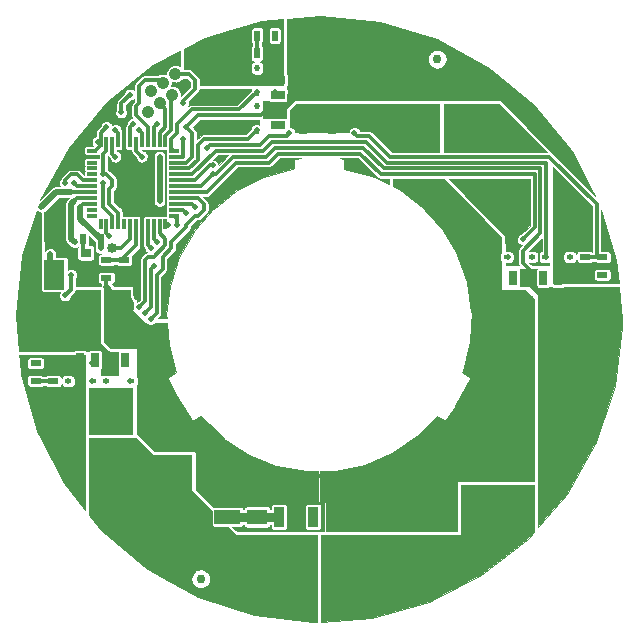
<source format=gbr>
G04 #@! TF.FileFunction,Copper,L1,Top,Signal*
%FSLAX46Y46*%
G04 Gerber Fmt 4.6, Leading zero omitted, Abs format (unit mm)*
G04 Created by KiCad (PCBNEW 4.0.7) date 03/16/20 11:51:46*
%MOMM*%
%LPD*%
G01*
G04 APERTURE LIST*
%ADD10C,0.100000*%
%ADD11R,2.200000X1.200000*%
%ADD12R,6.400000X5.800000*%
%ADD13R,3.050000X2.750000*%
%ADD14R,4.000000X2.500000*%
%ADD15C,1.000000*%
%ADD16C,1.000000*%
%ADD17R,0.850000X0.300000*%
%ADD18R,0.300000X0.850000*%
%ADD19R,2.700000X2.700000*%
%ADD20R,0.475000X0.800000*%
%ADD21R,0.650000X0.550000*%
%ADD22R,0.750000X0.550000*%
%ADD23R,2.025000X3.900000*%
%ADD24R,0.650000X1.250000*%
%ADD25C,5.999480*%
%ADD26R,0.900000X0.800000*%
%ADD27R,0.500000X0.900000*%
%ADD28R,1.800000X2.500000*%
%ADD29R,0.450000X0.600000*%
%ADD30R,0.600000X0.450000*%
%ADD31R,3.200000X1.000000*%
%ADD32R,1.000000X3.200000*%
%ADD33R,1.700000X1.300000*%
%ADD34R,0.800000X0.475000*%
%ADD35R,0.550000X0.650000*%
%ADD36R,0.550000X0.750000*%
%ADD37R,3.900000X2.025000*%
%ADD38R,1.250000X0.650000*%
%ADD39C,4.000500*%
%ADD40R,0.900000X0.500000*%
%ADD41R,0.900000X1.700000*%
%ADD42C,0.750000*%
%ADD43O,0.850000X0.850000*%
%ADD44C,0.500000*%
%ADD45C,0.650000*%
%ADD46C,0.300000*%
%ADD47C,0.370000*%
%ADD48C,0.500000*%
%ADD49C,0.800000*%
G04 APERTURE END LIST*
D10*
D11*
X-7750000Y-16750000D03*
X-7750000Y-12190000D03*
D12*
X-14050000Y-14470000D03*
D13*
X-15725000Y-12945000D03*
X-12375000Y-15995000D03*
X-15725000Y-15995000D03*
X-12375000Y-12945000D03*
D14*
X8250000Y15500000D03*
X14350000Y15500000D03*
D15*
X-11425481Y19750208D03*
D16*
X-12175550Y20775048D02*
X-12175550Y20775048D01*
X-12450321Y19000139D02*
X-12450321Y19000139D01*
X-13200390Y20024978D02*
X-13200390Y20024978D01*
X-13475160Y18250070D02*
X-13475160Y18250070D01*
X-14225229Y19274909D02*
X-14225229Y19274909D01*
X-14500000Y17500000D02*
X-14500000Y17500000D01*
D17*
X-19200000Y14250000D03*
X-19200000Y13750000D03*
X-19200000Y13250000D03*
X-19200000Y12750000D03*
X-19200000Y12250000D03*
X-19200000Y11750000D03*
X-19200000Y11250000D03*
X-19200000Y10750000D03*
X-19200000Y10250000D03*
X-19200000Y9750000D03*
X-19200000Y9250000D03*
X-19200000Y8750000D03*
D18*
X-18500000Y8050000D03*
X-18000000Y8050000D03*
X-17500000Y8050000D03*
X-17000000Y8050000D03*
X-16500000Y8050000D03*
X-16000000Y8050000D03*
X-15500000Y8050000D03*
X-15000000Y8050000D03*
X-14500000Y8050000D03*
X-14000000Y8050000D03*
X-13500000Y8050000D03*
X-13000000Y8050000D03*
D17*
X-12300000Y8750000D03*
X-12300000Y9250000D03*
X-12300000Y9750000D03*
X-12300000Y10250000D03*
X-12300000Y10750000D03*
X-12300000Y11250000D03*
X-12300000Y11750000D03*
X-12300000Y12250000D03*
X-12300000Y12750000D03*
X-12300000Y13250000D03*
X-12300000Y13750000D03*
X-12300000Y14250000D03*
D18*
X-13000000Y14950000D03*
X-13500000Y14950000D03*
X-14000000Y14950000D03*
X-14500000Y14950000D03*
X-15000000Y14950000D03*
X-15500000Y14950000D03*
X-16000000Y14950000D03*
X-16500000Y14950000D03*
X-17000000Y14950000D03*
X-17500000Y14950000D03*
X-18000000Y14950000D03*
X-18500000Y14950000D03*
D19*
X-15750000Y11500000D03*
D20*
X-20807500Y-1360000D03*
X-20807500Y1090000D03*
X-15882500Y-1360000D03*
D21*
X-20245000Y2220000D03*
D22*
X-18920000Y2225000D03*
D23*
X-19557500Y0D03*
D24*
X-20250000Y-3475000D03*
X-18980000Y-3475000D03*
X-17710000Y-3475000D03*
X-16440000Y-3475000D03*
D22*
X-17770000Y2225000D03*
D23*
X-17132500Y0D03*
D21*
X-16445000Y2220000D03*
D20*
X-15882500Y1090000D03*
D25*
X3500000Y-22000000D03*
D26*
X-19750000Y3500000D03*
X-19750000Y5600000D03*
D27*
X-20000000Y6750000D03*
X-18500000Y6750000D03*
D28*
X-22400000Y3750000D03*
X-22400000Y7750000D03*
D29*
X-5250000Y15900000D03*
X-5250000Y18000000D03*
X-5250000Y19150000D03*
X-5250000Y21250000D03*
D30*
X15900000Y5250000D03*
X18000000Y5250000D03*
X19150000Y5250000D03*
X21250000Y5250000D03*
X-19150000Y-5250000D03*
X-21250000Y-5250000D03*
D31*
X-8000000Y16250000D03*
X-8000000Y22450000D03*
D32*
X16250000Y8000000D03*
X22450000Y8000000D03*
X-16250000Y-8000000D03*
X-22450000Y-8000000D03*
D30*
X-15900000Y-5250000D03*
X-18000000Y-5250000D03*
D33*
X-5250000Y-13250000D03*
X-5250000Y-16750000D03*
D34*
X-1360000Y20807500D03*
X1090000Y20807500D03*
X-1360000Y15882500D03*
D35*
X2220000Y20245000D03*
D36*
X2225000Y18920000D03*
D37*
X0Y19557500D03*
D38*
X-3475000Y20250000D03*
X-3475000Y18980000D03*
X-3475000Y17710000D03*
X-3475000Y16440000D03*
D36*
X2225000Y17770000D03*
D37*
X0Y17132500D03*
D35*
X2220000Y16445000D03*
D34*
X1090000Y15882500D03*
D20*
X20807500Y1385000D03*
X20807500Y-1065000D03*
X15882500Y1385000D03*
D21*
X20245000Y-2195000D03*
D22*
X18920000Y-2200000D03*
D23*
X19557500Y25000D03*
D24*
X20250000Y3500000D03*
X18980000Y3500000D03*
X17710000Y3500000D03*
X16440000Y3500000D03*
D22*
X17770000Y-2200000D03*
D23*
X17132500Y25000D03*
D21*
X16445000Y-2195000D03*
D20*
X15882500Y-1065000D03*
D25*
X-3500000Y-22000000D03*
D39*
X0Y23250000D03*
X23250000Y0D03*
X-23250000Y0D03*
D40*
X-18000000Y3500000D03*
X-18000000Y5000000D03*
X-22500000Y-3750000D03*
X-22500000Y-5250000D03*
X-24000000Y-5250000D03*
X-24000000Y-3750000D03*
X-16500000Y3500000D03*
X-16500000Y5000000D03*
X24000000Y3750000D03*
X24000000Y5250000D03*
X22500000Y3750000D03*
X22500000Y5250000D03*
D27*
X-3750000Y24000000D03*
X-5250000Y24000000D03*
X-3750000Y22500000D03*
X-5250000Y22500000D03*
D41*
X-500000Y-16750000D03*
X-3400000Y-16750000D03*
D14*
X8250000Y-15750000D03*
X14350000Y-15750000D03*
D42*
X-10000000Y-22000000D03*
X10000000Y22000000D03*
D43*
X-17500000Y6000000D03*
D44*
X-11500000Y15250000D03*
X-9000000Y13000000D03*
X-10500000Y9500000D03*
X-5250000Y18000000D03*
X-5250000Y21250000D03*
X18000000Y5250000D03*
X21250000Y5250000D03*
X-21250000Y-5250000D03*
X-20750000Y11500000D03*
X-3000000Y17750000D03*
X-11250000Y16250000D03*
X1000000Y19500000D03*
D45*
X1000000Y22250000D03*
X-1000000Y24250000D03*
X1000000Y24250000D03*
X1500000Y23250000D03*
X-1000000Y22250000D03*
X-1500000Y23250000D03*
X0Y24750000D03*
X0Y21750000D03*
D44*
X1500000Y20000000D03*
X1500000Y19000000D03*
X500000Y20000000D03*
X0Y19500000D03*
X-1000000Y19500000D03*
X-1500000Y20000000D03*
X-1500000Y19000000D03*
X-500000Y20000000D03*
X-500000Y19000000D03*
X500000Y19000000D03*
X17750000Y3000000D03*
X-9000000Y12250000D03*
X19500000Y1000000D03*
D45*
X22250000Y1000000D03*
X22250000Y-1000000D03*
X24250000Y-1000000D03*
X23250000Y-1500000D03*
X24250000Y1006189D03*
X23250000Y1500000D03*
X21750000Y0D03*
X24750000Y0D03*
D44*
X20000000Y1500000D03*
X20000000Y500000D03*
X20095743Y-493811D03*
X19500000Y-1000000D03*
X20000000Y-1500000D03*
X19000000Y-1500000D03*
X19000000Y-500000D03*
X19500000Y0D03*
X19000000Y500000D03*
X19000000Y1500000D03*
X-24750000Y4500000D03*
X-24750000Y3500000D03*
X-24750000Y2500000D03*
X-17750000Y-3000000D03*
X-11250000Y9000000D03*
X-19500000Y-1000000D03*
X-20000000Y1500000D03*
X-20000000Y500000D03*
D45*
X-22250000Y-1000000D03*
X-22250000Y1000000D03*
X-24250000Y1000000D03*
X-24250000Y-1000000D03*
X-23250000Y-1500000D03*
X-23250000Y1500000D03*
X-21750000Y0D03*
X-24750000Y0D03*
D44*
X-19500000Y1000000D03*
X-20000000Y-500000D03*
X-20000000Y-1500000D03*
X-19000000Y-1500000D03*
X-19000000Y-500000D03*
X-19500000Y0D03*
X-19000000Y500000D03*
X-19000000Y1500000D03*
X-13750000Y6500000D03*
X9750000Y10000000D03*
X8750000Y10750000D03*
X9750000Y10750000D03*
X9750000Y9250000D03*
X8750000Y10000000D03*
X7750000Y10750000D03*
X1000000Y17250000D03*
X0Y17250000D03*
X-1000000Y17250000D03*
X500000Y16750000D03*
X9750000Y11500000D03*
X6750000Y11500000D03*
X7750000Y11500000D03*
X8750000Y11500000D03*
X9750000Y14500000D03*
X8750000Y14500000D03*
X7750000Y14500000D03*
X6750000Y14500000D03*
X7750000Y15500000D03*
X8750000Y15500000D03*
X9750000Y15500000D03*
X9750000Y16500000D03*
X8750000Y16500000D03*
X7750000Y16500000D03*
X6750000Y16500000D03*
X6750000Y15500000D03*
X0Y16250000D03*
X-16750000Y-1500000D03*
X-1500000Y16750000D03*
X-17250000Y1000000D03*
X-17250000Y0D03*
X-16750000Y-500000D03*
X-16750000Y1500000D03*
X17250000Y-1000000D03*
X16250000Y-1000000D03*
X16250000Y0D03*
X17250000Y0D03*
X16750000Y500000D03*
X16750000Y-500000D03*
X16750000Y-1500000D03*
X17750000Y-1500000D03*
X17845743Y-493811D03*
X17750000Y500000D03*
X17250000Y1000000D03*
X16750000Y1500000D03*
X17750000Y1500000D03*
X1500000Y16750000D03*
X-500000Y16750000D03*
X-1500000Y17750000D03*
X-502635Y17703189D03*
X500000Y17750000D03*
X1500000Y17750000D03*
X-16750000Y500000D03*
X-17250000Y-1000000D03*
X-17750000Y-1500000D03*
X-17750000Y-500000D03*
X-17750000Y500000D03*
X-23500000Y9500000D03*
X-18000000Y2750000D03*
X-16500000Y5000000D03*
X-15000000Y13750000D03*
X-17250000Y13750000D03*
X-12750000Y8000000D03*
X-5250000Y16000000D03*
X-5250000Y19250000D03*
X17250000Y6750000D03*
X16000000Y5250000D03*
X19250000Y5250000D03*
X-14000000Y4500000D03*
X-12000000Y8000000D03*
X-14750000Y500000D03*
X-16000000Y-5250000D03*
X-18000000Y-5250000D03*
X-14250000Y0D03*
X-19250000Y-5250000D03*
X-15234998Y1000000D03*
X-22500000Y-5250000D03*
X-13750000Y16500000D03*
X-11500000Y18250000D03*
X-9500000Y14500000D03*
X-2500000Y15750000D03*
X3000000Y15750000D03*
X22500000Y5250000D03*
X-15250000Y16000000D03*
X-17250000Y16000000D03*
X-5250000Y22500000D03*
D45*
X-16500000Y-15250000D03*
X-13250000Y-15250000D03*
X-11500000Y-15250000D03*
X-16500000Y-16750000D03*
X-14750000Y-15250000D03*
X-14750000Y-16750000D03*
X-11500000Y-16750000D03*
X-13250000Y-16750000D03*
X-11500000Y-13750000D03*
X-13250000Y-13750000D03*
X-13250000Y-12250000D03*
X-11500000Y-12250000D03*
X-16500000Y-13750000D03*
X-14750000Y-13750000D03*
X-14750000Y-12250000D03*
X-16500000Y-12250000D03*
X-3500000Y-24250000D03*
X-1250000Y-22000000D03*
X-5000000Y-23500000D03*
X-2000000Y-20500000D03*
X-5750000Y-21750000D03*
X-2000000Y-23500000D03*
X-5000000Y-20500000D03*
X-3500000Y-19750000D03*
D44*
X-6750000Y24250000D03*
X-6250000Y20250000D03*
X-9250000Y22750000D03*
X-8750000Y22250000D03*
X-8250000Y22750000D03*
X-7750000Y22250000D03*
X-7250000Y22750000D03*
X-6750000Y22250000D03*
X24750000Y4500000D03*
X22750000Y9250000D03*
X22250000Y8750000D03*
X22750000Y8250000D03*
X22250000Y7750000D03*
X22750000Y7250000D03*
X22250000Y6750000D03*
X-23250000Y-4500000D03*
X-22750000Y-9250000D03*
X-22250000Y-8750000D03*
X-22750000Y-8250000D03*
X-22750000Y-7250000D03*
X-22250000Y-6750000D03*
X-22250000Y-7750000D03*
X-3750000Y16500000D03*
X-3750000Y19250000D03*
X16500000Y3750000D03*
X19000000Y3750000D03*
X-16500000Y-3750000D03*
X-19250000Y-3750000D03*
X18500000Y6000000D03*
X-3000000Y13000000D03*
X-16750000Y19000000D03*
X3000000Y13000000D03*
X15750000Y16500000D03*
X12750000Y14500000D03*
X12750000Y15500000D03*
X12750000Y16500000D03*
X13750000Y16500000D03*
X13750000Y14500000D03*
X13750000Y15500000D03*
X14750000Y15500000D03*
X14750000Y16500000D03*
X15750000Y15500000D03*
X15750000Y14500000D03*
X14750000Y14500000D03*
X-8500000Y13500000D03*
X15750000Y-16750000D03*
X14750000Y-16750000D03*
X13750000Y-16750000D03*
X12750000Y-16750000D03*
X15750000Y-15750000D03*
X15750000Y-14750000D03*
X14750000Y-15750000D03*
X14750000Y-14750000D03*
X13750000Y-15750000D03*
X13750000Y-14750000D03*
X12750000Y-15750000D03*
X12750000Y-14750000D03*
X-8250000Y18500000D03*
X-10250000Y18500000D03*
X-22250000Y11500000D03*
X-24000000Y-3750000D03*
X-16500000Y3500000D03*
X-15500000Y3500000D03*
X16000000Y9250000D03*
X16500000Y8750000D03*
X16000000Y8250000D03*
X16500000Y7750000D03*
X16000000Y7250000D03*
X16500000Y6750000D03*
X-500000Y-16750000D03*
X-9250000Y16000000D03*
X-8750000Y16500000D03*
X-8250000Y16000000D03*
X-7750000Y16500000D03*
X-7250000Y16000000D03*
X-6750000Y16500000D03*
D45*
X2000000Y-23500000D03*
X3500000Y-24250000D03*
D44*
X-16000000Y-9250000D03*
X-16500000Y-8750000D03*
X-16000000Y-8250000D03*
X-16500000Y-7750000D03*
X-16000000Y-7250000D03*
X-16500000Y-6750000D03*
X-22250000Y6000000D03*
X-22250000Y9000000D03*
X-22250000Y8000000D03*
X-22250000Y7000000D03*
X-21750000Y7500000D03*
X-15500000Y2000000D03*
D45*
X3500000Y-19750000D03*
X5000000Y-23500000D03*
X1250000Y-22000000D03*
X2000000Y-20500000D03*
X5750000Y-22000000D03*
X5000000Y-20500000D03*
D44*
X-15000000Y5750000D03*
X-22750000Y8500000D03*
X-22750000Y6500000D03*
X-21750000Y6500000D03*
X-22750000Y7500000D03*
X-21750000Y8500000D03*
X-15750000Y10750000D03*
X-15750000Y12250000D03*
X-15000000Y11500000D03*
X-16500000Y11500000D03*
X-15750000Y11500000D03*
X-16500000Y10750000D03*
X-15000000Y10750000D03*
X-15000000Y12250000D03*
X-16500000Y12250000D03*
X-21000000Y3750000D03*
X-21500000Y2000000D03*
X24000000Y3750000D03*
X-16000000Y19000000D03*
X-16750000Y17500000D03*
X-3750000Y24000000D03*
X-18000000Y16250000D03*
X-18500000Y6000000D03*
X-18750000Y15000000D03*
X-13500000Y13750000D03*
X-13500000Y10000000D03*
X-20250000Y9500000D03*
X-21500000Y11500000D03*
X-17750000Y7000000D03*
X-14250000Y6000000D03*
X-15750000Y16500000D03*
X-18250000Y11500000D03*
X-18250000Y12250000D03*
X-22750000Y5500000D03*
X-20700002Y6500000D03*
D46*
X-11500000Y13750000D02*
X-11500000Y15250000D01*
X-12300000Y13750000D02*
X-11500000Y13750000D01*
X-9250000Y13000000D02*
X-9000000Y13000000D01*
X-12300000Y11750000D02*
X-10500000Y11750000D01*
X-10500000Y11750000D02*
X-9250000Y13000000D01*
X-12300000Y9750000D02*
X-10750000Y9750000D01*
X-10750000Y9750000D02*
X-10500000Y9500000D01*
X-20500000Y11250000D02*
X-20750000Y11500000D01*
X-19200000Y11250000D02*
X-20500000Y11250000D01*
X-2500000Y19000000D02*
X-1500000Y20000000D01*
X-2500000Y18250000D02*
X-2500000Y19000000D01*
X-3000000Y17750000D02*
X-2500000Y18250000D01*
X-4400000Y17750000D02*
X-3475000Y17750000D01*
X-3000000Y17750000D02*
X-3435000Y17750000D01*
X-12300000Y13250000D02*
X-11250000Y13250000D01*
X-11250000Y13250000D02*
X-10750000Y13750000D01*
X-10750000Y13750000D02*
X-10750000Y15750000D01*
X-10750000Y15750000D02*
X-11250000Y16250000D01*
X-10250000Y17250000D02*
X-4900000Y17250000D01*
X-4900000Y17250000D02*
X-4400000Y17750000D01*
X-11250000Y16250000D02*
X-10250000Y17250000D01*
X-9000000Y12250000D02*
X-8750000Y12250000D01*
X-8750000Y12250000D02*
X-7250000Y13750000D01*
X-3750000Y14500000D02*
X3750000Y14500000D01*
X5500000Y12750000D02*
X18750000Y12750000D01*
X-7250000Y13750000D02*
X-4500000Y13750000D01*
X-4500000Y13750000D02*
X-3750000Y14500000D01*
X3750000Y14500000D02*
X5500000Y12750000D01*
X18750000Y12750000D02*
X18750000Y7250000D01*
X18750000Y7250000D02*
X17250000Y5750000D01*
X17250000Y5750000D02*
X17250000Y4750000D01*
X17250000Y4750000D02*
X17750000Y4250000D01*
X17750000Y4250000D02*
X17750000Y3500000D01*
X18250000Y2500000D02*
X19000000Y2500000D01*
X19000000Y2500000D02*
X20000000Y1500000D01*
X17750000Y3000000D02*
X18250000Y2500000D01*
X-10000000Y11250000D02*
X-9000000Y12250000D01*
X-12300000Y11250000D02*
X-10000000Y11250000D01*
X-24750000Y2500000D02*
X-24750000Y3500000D01*
X-18999999Y-2499999D02*
X-19750001Y-1749999D01*
X-19750001Y-1749999D02*
X-20000000Y-1500000D01*
X-17750000Y-3000000D02*
X-18250001Y-2499999D01*
X-18250001Y-2499999D02*
X-18999999Y-2499999D01*
X-11500000Y9250000D02*
X-11250000Y9000000D01*
X-12300000Y9250000D02*
X-11500000Y9250000D01*
X-14000000Y6750000D02*
X-13750000Y6500000D01*
X-14000000Y8050000D02*
X-14000000Y6750000D01*
X9750000Y10000000D02*
X9750000Y9250000D01*
X9750000Y10750000D02*
X9750000Y10000000D01*
X8750000Y10750000D02*
X8750000Y10000000D01*
X8750000Y11500000D02*
X8750000Y10750000D01*
X9750000Y11500000D02*
X9750000Y10750000D01*
X8250000Y-15750000D02*
X8250000Y-13250000D01*
X8250000Y-13250000D02*
X-5250000Y-13250000D01*
X-15000000Y-250000D02*
X-15250000Y0D01*
X-15250000Y0D02*
X-16750000Y1500000D01*
X14750000Y1500000D02*
X14750000Y4250000D01*
X9750000Y9250000D02*
X14750000Y4250000D01*
X7750000Y11500000D02*
X7750000Y10750000D01*
X9750000Y11500000D02*
X6750000Y11500000D01*
X-15000000Y-250000D02*
X-15000000Y-5000000D01*
X-15000000Y-5000000D02*
X-6750000Y-13250000D01*
X-6750000Y-13250000D02*
X-5250000Y-13250000D01*
X1500000Y17750000D02*
X5500000Y17750000D01*
X16750000Y1500000D02*
X14750000Y1500000D01*
X5500000Y17750000D02*
X6750000Y16500000D01*
D47*
X-18000000Y3500000D02*
X-18000000Y2415000D01*
D48*
X-18000000Y2750000D02*
X-17750000Y2500000D01*
X-23500000Y9500000D02*
X-22250000Y10750000D01*
X-22250000Y10750000D02*
X-21000000Y10750000D01*
D46*
X-19200000Y10750000D02*
X-21000000Y10750000D01*
X-18000000Y5000000D02*
X-16500000Y5000000D01*
X-15500000Y8050000D02*
X-15500000Y6250000D01*
X-16500000Y5000000D02*
X-16500000Y5250000D01*
X-16500000Y5250000D02*
X-15500000Y6250000D01*
X-15500000Y14950000D02*
X-15500000Y14250000D01*
X-15500000Y14250000D02*
X-15000000Y13750000D01*
X-17500000Y14950000D02*
X-17500000Y14000000D01*
X-17500000Y14000000D02*
X-17250000Y13750000D01*
X-13000000Y8050000D02*
X-12800000Y8050000D01*
X-12800000Y8050000D02*
X-12750000Y8000000D01*
X-12300000Y12750000D02*
X-11000000Y12750000D01*
X-11000000Y12750000D02*
X-10250000Y13500000D01*
X-10250000Y13500000D02*
X-10250000Y14750000D01*
X-10250000Y14750000D02*
X-9750000Y15250000D01*
X-9750000Y15250000D02*
X-6000000Y15250000D01*
X-6000000Y15250000D02*
X-5250000Y16000000D01*
X-12000000Y15750000D02*
X-12500000Y15250000D01*
X-12500000Y15250000D02*
X-12500000Y14450000D01*
X-12500000Y14450000D02*
X-12300000Y14250000D01*
X-12000000Y15750000D02*
X-12000000Y16500000D01*
X-12000000Y16500000D02*
X-10750000Y17750000D01*
X-10750000Y17750000D02*
X-6750000Y17750000D01*
X-6750000Y17750000D02*
X-5250000Y19250000D01*
X17250000Y6750000D02*
X18250000Y7750000D01*
X18250000Y12250000D02*
X18250000Y7750000D01*
X-12300000Y10750000D02*
X-9500000Y10750000D01*
X-9500000Y10750000D02*
X-7000000Y13250000D01*
X-7000000Y13250000D02*
X-4250000Y13250000D01*
X-4250000Y13250000D02*
X-3500000Y14000000D01*
X-3500000Y14000000D02*
X3500000Y14000000D01*
X3500000Y14000000D02*
X5250000Y12250000D01*
X5250000Y12250000D02*
X18250000Y12250000D01*
X-12300000Y12250000D02*
X-10750000Y12250000D01*
X-4000000Y15000000D02*
X4000000Y15000000D01*
X-10750000Y12250000D02*
X-8750000Y14250000D01*
X-8750000Y14250000D02*
X-4750000Y14250000D01*
X-4750000Y14250000D02*
X-4000000Y15000000D01*
X4000000Y15000000D02*
X5750000Y13250000D01*
X5750000Y13250000D02*
X19250000Y13250000D01*
X19250000Y13250000D02*
X19250000Y5250000D01*
X-14750000Y500000D02*
X-14249992Y1000008D01*
X-14249992Y1000008D02*
X-14249992Y4249992D01*
X-14249992Y4249992D02*
X-14249999Y4250001D01*
X-14249999Y4250001D02*
X-14000000Y4500000D01*
X-12300000Y8750000D02*
X-12000000Y8450000D01*
X-12000000Y8450000D02*
X-12000000Y8000000D01*
X-13749982Y3750018D02*
X-13749982Y500018D01*
X-13749982Y500018D02*
X-14250000Y0D01*
X-13250000Y4250000D02*
X-13749982Y3750018D01*
X-12500000Y6000000D02*
X-13250000Y5250000D01*
X-13250000Y5250000D02*
X-13250000Y4250000D01*
X-12300000Y10250000D02*
X-10250000Y10250000D01*
X-10250000Y10250000D02*
X-9750000Y9750000D01*
X-9750000Y9750000D02*
X-9750000Y9250000D01*
X-10500000Y8750000D02*
X-11250000Y8000000D01*
X-9750000Y9250000D02*
X-10250000Y8750000D01*
X-10250000Y8750000D02*
X-10500000Y8750000D01*
X-12500000Y6500000D02*
X-12500000Y6000000D01*
X-11250000Y8000000D02*
X-11250000Y7750000D01*
X-11250000Y7750000D02*
X-12500000Y6500000D01*
D49*
X-5250000Y-16750000D02*
X-3400000Y-16750000D01*
X-7750000Y-16750000D02*
X-5250000Y-16750000D01*
D46*
X-24000000Y-5250000D02*
X-22500000Y-5250000D01*
X-13500000Y8050000D02*
X-13500000Y7250000D01*
X-13500000Y7250000D02*
X-13000000Y6750000D01*
X-13000000Y6750000D02*
X-13000000Y6250000D01*
X-13000000Y6250000D02*
X-14000000Y5250000D01*
X-14000000Y5250000D02*
X-14500000Y5250000D01*
X-14500000Y5250000D02*
X-14750000Y5000000D01*
X-14750000Y5000000D02*
X-14750000Y1484998D01*
X-14750000Y1484998D02*
X-15234998Y1000000D01*
X-12500000Y16000000D02*
X-12500000Y19000000D01*
X-13000000Y15500000D02*
X-12500000Y16000000D01*
X-13000000Y14950000D02*
X-13000000Y15500000D01*
X-13000001Y16249999D02*
X-13000001Y17750001D01*
X-13000001Y17750001D02*
X-13500000Y18250000D01*
X-13500000Y14950000D02*
X-13500000Y15750000D01*
X-13500000Y15750000D02*
X-13000001Y16249999D01*
X-10500000Y20250000D02*
X-11000000Y20750000D01*
X-11000000Y20750000D02*
X-12250000Y20750000D01*
X-10500000Y19500000D02*
X-10500000Y20250000D01*
X-11500000Y18250000D02*
X-11500000Y18500000D01*
X-11500000Y18500000D02*
X-10500000Y19500000D01*
X-14000000Y16250000D02*
X-13750000Y16500000D01*
X-14000000Y16000000D02*
X-14000000Y16250000D01*
X-14000000Y14950000D02*
X-14000000Y16000000D01*
X-14500000Y14950000D02*
X-14500000Y16250000D01*
X-14500000Y16250000D02*
X-15500000Y17250000D01*
X-15500000Y17250000D02*
X-15500000Y18000000D01*
X-15500000Y18000000D02*
X-15250000Y18250000D01*
X-15250000Y18250000D02*
X-15250000Y19750000D01*
X-15250000Y19750000D02*
X-14750000Y20250000D01*
X-14750000Y20250000D02*
X-13500000Y20250000D01*
X-13500000Y20250000D02*
X-13250000Y20000000D01*
X-9500000Y14500000D02*
X-9250000Y14750000D01*
X-4250000Y15500000D02*
X-2750000Y15500000D01*
X-9250000Y14750000D02*
X-5000000Y14750000D01*
X-5000000Y14750000D02*
X-4250000Y15500000D01*
X-2750000Y15500000D02*
X-2500000Y15750000D01*
X23500000Y5250000D02*
X23500000Y9750000D01*
X23500000Y9750000D02*
X19500000Y13750000D01*
X6000000Y13750000D02*
X4249999Y15500001D01*
X19500000Y13750000D02*
X6000000Y13750000D01*
X4249999Y15500001D02*
X3249999Y15500001D01*
X3249999Y15500001D02*
X3000000Y15750000D01*
X24000000Y5250000D02*
X23500000Y5250000D01*
X23500000Y5250000D02*
X22500000Y5250000D01*
X-15000000Y14950000D02*
X-15000000Y15750000D01*
X-15000000Y15750000D02*
X-15250000Y16000000D01*
X-5250000Y22500000D02*
X-5250000Y24000000D01*
X-17000000Y15750000D02*
X-17250000Y16000000D01*
X-17000000Y14950000D02*
X-17000000Y15750000D01*
X-6750000Y22250000D02*
X-6750000Y24250000D01*
X-6250000Y20250000D02*
X-3861998Y20250000D01*
X-6750000Y20250000D02*
X-6250000Y20250000D01*
X-3750000Y22500000D02*
X-3750000Y20250000D01*
X-6750000Y22250000D02*
X-6750000Y20250000D01*
X23250000Y4500000D02*
X24750000Y4500000D01*
X22500000Y3750000D02*
X23250000Y4500000D01*
X20250000Y3750000D02*
X22500000Y3750000D01*
X20250000Y6750000D02*
X22250000Y6750000D01*
X20250000Y3500000D02*
X20250000Y6750000D01*
X-22500000Y-3750000D02*
X-23250000Y-4500000D01*
X-20250000Y-3750000D02*
X-22500000Y-3750000D01*
X-20250000Y-6750000D02*
X-20250000Y-3475000D01*
X-22250000Y-6750000D02*
X-20250000Y-6750000D01*
X-17750000Y18000000D02*
X-16750000Y19000000D01*
X-17750000Y17250000D02*
X-17750000Y18000000D01*
D48*
X-18250000Y17250000D02*
X-17750000Y17250000D01*
X-18750000Y16750000D02*
X-18250000Y17250000D01*
X-20500000Y14750000D02*
X-18750000Y16500000D01*
X-18750000Y16500000D02*
X-18750000Y16750000D01*
X-17250000Y16750000D02*
X-16750000Y16750000D01*
X-17250000Y16750000D02*
X-17750000Y17250000D01*
X-20500000Y13750000D02*
X-20500000Y14750000D01*
D46*
X-10000000Y18250000D02*
X-8499999Y18250001D01*
X-8499999Y18250001D02*
X-8250000Y18500000D01*
X-10250000Y18500000D02*
X-10000000Y18250000D01*
X-16750000Y16750000D02*
X-16500000Y16500000D01*
X-16500000Y16500000D02*
X-16500000Y16250000D01*
X-16500000Y16250000D02*
X-16500000Y14950000D01*
D48*
X-22250000Y12000000D02*
X-20500000Y13750000D01*
X-22250000Y12000000D02*
X-22250000Y11500000D01*
X-19750000Y4250000D02*
X-20500000Y4250000D01*
X-17250000Y4250000D02*
X-19750000Y4250000D01*
X-19750000Y4250000D02*
X-19750000Y3500000D01*
X-16500000Y3500000D02*
X-17250000Y4250000D01*
X-20750000Y4500000D02*
X-20500000Y4250000D01*
X-20750000Y5250000D02*
X-20750000Y4500000D01*
X-21000000Y5500000D02*
X-20750000Y5250000D01*
D46*
X-20500000Y13750000D02*
X-19200000Y13750000D01*
D48*
X-22250000Y6000000D02*
X-22250000Y7000000D01*
X-21750000Y5500000D02*
X-21000000Y5500000D01*
X-22250000Y6000000D02*
X-21750000Y5500000D01*
X-15500000Y3500000D02*
X-15500000Y2000000D01*
X-15500000Y5250000D02*
X-15000000Y5750000D01*
X-15500000Y3500000D02*
X-15500000Y5250000D01*
X-16500000Y3500000D02*
X-15500000Y3500000D01*
D46*
X-15000000Y8050000D02*
X-15000000Y5750000D01*
X-16500000Y14950000D02*
X-16500000Y12250000D01*
X-15000000Y8050000D02*
X-15000000Y10750000D01*
X-15000000Y10750000D02*
X-15750000Y11500000D01*
X-16500000Y12250000D02*
X-15750000Y11500000D01*
X-21000000Y2500000D02*
X-21000000Y3750000D01*
X-21500000Y2000000D02*
X-21000000Y2500000D01*
X-16750000Y17500000D02*
X-16750000Y18250000D01*
X-16750000Y18250000D02*
X-16000000Y19000000D01*
X-18500000Y15750000D02*
X-18000000Y16250000D01*
X-18500000Y14950000D02*
X-18500000Y15750000D01*
X-19200000Y14250000D02*
X-19000000Y14250000D01*
X-19000000Y14250000D02*
X-18500000Y14750000D01*
X-18500000Y14750000D02*
X-18500000Y14950000D01*
D48*
X-18500000Y6750000D02*
X-18500000Y6000000D01*
X-20250000Y9500000D02*
X-20250000Y8500000D01*
X-18500000Y6750000D02*
X-20250000Y8500000D01*
D46*
X-18500000Y14950000D02*
X-18700000Y14950000D01*
X-18700000Y14950000D02*
X-18750000Y15000000D01*
D48*
X-13500000Y10000000D02*
X-13500000Y13750000D01*
D46*
X-20000000Y9750000D02*
X-20250000Y9500000D01*
X-19200000Y9750000D02*
X-20000000Y9750000D01*
X-20000000Y6750000D02*
X-20000000Y5600000D01*
X-19249989Y11750000D02*
X-20000000Y11750000D01*
X-20000000Y11750000D02*
X-20500000Y12250000D01*
X-20500000Y12250000D02*
X-21000000Y12250000D01*
X-21000000Y12250000D02*
X-21500000Y11750000D01*
X-21500000Y11750000D02*
X-21500000Y11500000D01*
X-18000000Y8050000D02*
X-18000000Y7250000D01*
X-18000000Y7250000D02*
X-17750000Y7000000D01*
X-14500000Y8050000D02*
X-14500000Y6250000D01*
X-14500000Y6250000D02*
X-14250000Y6000000D01*
X-16000000Y14950000D02*
X-16000000Y16250000D01*
X-16000000Y16250000D02*
X-15750000Y16500000D01*
X-18250000Y11500000D02*
X-18250000Y9500000D01*
X-18250000Y9500000D02*
X-17500000Y8750000D01*
X-17500000Y8750000D02*
X-17500000Y8050000D01*
X-18250000Y14000000D02*
X-18250000Y12250000D01*
X-17000000Y8050000D02*
X-17000000Y9000000D01*
X-17000000Y9000000D02*
X-17750000Y9750000D01*
X-17750000Y9750000D02*
X-17750000Y11000000D01*
X-17750000Y11000000D02*
X-17500000Y11250000D01*
X-17500000Y11250000D02*
X-17500000Y11750000D01*
X-17500000Y11750000D02*
X-18000000Y12250000D01*
X-18000000Y12250000D02*
X-18250000Y12250000D01*
X-18000000Y14250000D02*
X-18000000Y14950000D01*
X-18250000Y14000000D02*
X-18000000Y14250000D01*
D48*
X-21000000Y9750000D02*
X-21000000Y6799998D01*
X-22750000Y4250000D02*
X-22750000Y5500000D01*
X-21000000Y6799998D02*
X-20700002Y6500000D01*
D46*
X-20500000Y10250000D02*
X-20750000Y10000000D01*
D48*
X-21000000Y9750000D02*
X-20750000Y10000000D01*
D46*
X-19200000Y10250000D02*
X-20500000Y10250000D01*
X-16750000Y6000000D02*
X-17500000Y6000000D01*
X-16750000Y6000000D02*
X-16000000Y6750000D01*
X-16000000Y8050000D02*
X-16000000Y6750000D01*
D10*
G36*
X18413737Y4194985D02*
X18403791Y4125000D01*
X18403791Y2875000D01*
X18406966Y2835189D01*
X18427877Y2767664D01*
X18466772Y2708638D01*
X18520571Y2662786D01*
X18585015Y2633737D01*
X18655000Y2623791D01*
X19305000Y2623791D01*
X19344811Y2626966D01*
X19412336Y2647877D01*
X19471362Y2686772D01*
X19482636Y2700000D01*
X19746907Y2700000D01*
X19790571Y2662786D01*
X19855015Y2633737D01*
X19925000Y2623791D01*
X20575000Y2623791D01*
X20614811Y2626966D01*
X20682336Y2647877D01*
X20741362Y2686772D01*
X20752636Y2700000D01*
X25410263Y2700000D01*
X25675000Y0D01*
X25664990Y-716888D01*
X25036960Y-5688258D01*
X23455280Y-10442963D01*
X20980195Y-14799900D01*
X18550000Y-17615309D01*
X18550000Y2000000D01*
X18548020Y2013930D01*
X18542239Y2026756D01*
X18535355Y2035355D01*
X17785355Y2785355D01*
X17774106Y2793805D01*
X17760948Y2798787D01*
X17750000Y2800000D01*
X17050000Y2800000D01*
X17050000Y4200000D01*
X18415998Y4200000D01*
X18413737Y4194985D01*
X18413737Y4194985D01*
G37*
X18413737Y4194985D02*
X18403791Y4125000D01*
X18403791Y2875000D01*
X18406966Y2835189D01*
X18427877Y2767664D01*
X18466772Y2708638D01*
X18520571Y2662786D01*
X18585015Y2633737D01*
X18655000Y2623791D01*
X19305000Y2623791D01*
X19344811Y2626966D01*
X19412336Y2647877D01*
X19471362Y2686772D01*
X19482636Y2700000D01*
X19746907Y2700000D01*
X19790571Y2662786D01*
X19855015Y2633737D01*
X19925000Y2623791D01*
X20575000Y2623791D01*
X20614811Y2626966D01*
X20682336Y2647877D01*
X20741362Y2686772D01*
X20752636Y2700000D01*
X25410263Y2700000D01*
X25675000Y0D01*
X25664990Y-716888D01*
X25036960Y-5688258D01*
X23455280Y-10442963D01*
X20980195Y-14799900D01*
X18550000Y-17615309D01*
X18550000Y2000000D01*
X18548020Y2013930D01*
X18542239Y2026756D01*
X18535355Y2035355D01*
X17785355Y2785355D01*
X17774106Y2793805D01*
X17760948Y2798787D01*
X17750000Y2800000D01*
X17050000Y2800000D01*
X17050000Y4200000D01*
X18415998Y4200000D01*
X18413737Y4194985D01*
G36*
X-19800000Y-16156112D02*
X-21581548Y-13908358D01*
X-23872011Y-9451598D01*
X-25148486Y-5000000D01*
X-24701209Y-5000000D01*
X-24701209Y-5500000D01*
X-24698034Y-5539811D01*
X-24677123Y-5607336D01*
X-24638228Y-5666362D01*
X-24584429Y-5712214D01*
X-24519985Y-5741263D01*
X-24450000Y-5751209D01*
X-23550000Y-5751209D01*
X-23510189Y-5748034D01*
X-23442664Y-5727123D01*
X-23383638Y-5688228D01*
X-23351057Y-5650000D01*
X-23149010Y-5650000D01*
X-23138228Y-5666362D01*
X-23084429Y-5712214D01*
X-23019985Y-5741263D01*
X-22950000Y-5751209D01*
X-22050000Y-5751209D01*
X-22010189Y-5748034D01*
X-21942664Y-5727123D01*
X-21883638Y-5688228D01*
X-21837786Y-5634429D01*
X-21808737Y-5569985D01*
X-21799063Y-5501912D01*
X-21798034Y-5514811D01*
X-21777123Y-5582336D01*
X-21738228Y-5641362D01*
X-21684429Y-5687214D01*
X-21619985Y-5716263D01*
X-21550000Y-5726209D01*
X-21408964Y-5726209D01*
X-21405256Y-5727829D01*
X-21309488Y-5748885D01*
X-21211455Y-5750938D01*
X-21114890Y-5733911D01*
X-21095033Y-5726209D01*
X-20950000Y-5726209D01*
X-20910189Y-5723034D01*
X-20842664Y-5702123D01*
X-20783638Y-5663228D01*
X-20737786Y-5609429D01*
X-20708737Y-5544985D01*
X-20698791Y-5475000D01*
X-20698791Y-5025000D01*
X-20701966Y-4985189D01*
X-20722877Y-4917664D01*
X-20761772Y-4858638D01*
X-20815571Y-4812786D01*
X-20880015Y-4783737D01*
X-20950000Y-4773791D01*
X-21092531Y-4773791D01*
X-21101431Y-4770050D01*
X-21197483Y-4750333D01*
X-21295536Y-4749649D01*
X-21391854Y-4768022D01*
X-21406133Y-4773791D01*
X-21550000Y-4773791D01*
X-21589811Y-4776966D01*
X-21657336Y-4797877D01*
X-21716362Y-4836772D01*
X-21762214Y-4890571D01*
X-21791263Y-4955015D01*
X-21798791Y-5007986D01*
X-21798791Y-5000000D01*
X-21801966Y-4960189D01*
X-21822877Y-4892664D01*
X-21861772Y-4833638D01*
X-21915571Y-4787786D01*
X-21980015Y-4758737D01*
X-22050000Y-4748791D01*
X-22950000Y-4748791D01*
X-22989811Y-4751966D01*
X-23057336Y-4772877D01*
X-23116362Y-4811772D01*
X-23148943Y-4850000D01*
X-23350990Y-4850000D01*
X-23361772Y-4833638D01*
X-23415571Y-4787786D01*
X-23480015Y-4758737D01*
X-23550000Y-4748791D01*
X-24450000Y-4748791D01*
X-24489811Y-4751966D01*
X-24557336Y-4772877D01*
X-24616362Y-4811772D01*
X-24662214Y-4865571D01*
X-24691263Y-4930015D01*
X-24701209Y-5000000D01*
X-25148486Y-5000000D01*
X-25253198Y-4634829D01*
X-25348492Y-3500000D01*
X-24701209Y-3500000D01*
X-24701209Y-4000000D01*
X-24698034Y-4039811D01*
X-24677123Y-4107336D01*
X-24638228Y-4166362D01*
X-24584429Y-4212214D01*
X-24519985Y-4241263D01*
X-24450000Y-4251209D01*
X-23550000Y-4251209D01*
X-23510189Y-4248034D01*
X-23442664Y-4227123D01*
X-23383638Y-4188228D01*
X-23337786Y-4134429D01*
X-23308737Y-4069985D01*
X-23298791Y-4000000D01*
X-23298791Y-3500000D01*
X-23301966Y-3460189D01*
X-23322877Y-3392664D01*
X-23361772Y-3333638D01*
X-23415571Y-3287786D01*
X-23480015Y-3258737D01*
X-23550000Y-3248791D01*
X-24450000Y-3248791D01*
X-24489811Y-3251966D01*
X-24557336Y-3272877D01*
X-24616362Y-3311772D01*
X-24662214Y-3365571D01*
X-24691263Y-3430015D01*
X-24701209Y-3500000D01*
X-25348492Y-3500000D01*
X-25386280Y-3050000D01*
X-19800000Y-3050000D01*
X-19800000Y-16156112D01*
X-19800000Y-16156112D01*
G37*
X-19800000Y-16156112D02*
X-21581548Y-13908358D01*
X-23872011Y-9451598D01*
X-25148486Y-5000000D01*
X-24701209Y-5000000D01*
X-24701209Y-5500000D01*
X-24698034Y-5539811D01*
X-24677123Y-5607336D01*
X-24638228Y-5666362D01*
X-24584429Y-5712214D01*
X-24519985Y-5741263D01*
X-24450000Y-5751209D01*
X-23550000Y-5751209D01*
X-23510189Y-5748034D01*
X-23442664Y-5727123D01*
X-23383638Y-5688228D01*
X-23351057Y-5650000D01*
X-23149010Y-5650000D01*
X-23138228Y-5666362D01*
X-23084429Y-5712214D01*
X-23019985Y-5741263D01*
X-22950000Y-5751209D01*
X-22050000Y-5751209D01*
X-22010189Y-5748034D01*
X-21942664Y-5727123D01*
X-21883638Y-5688228D01*
X-21837786Y-5634429D01*
X-21808737Y-5569985D01*
X-21799063Y-5501912D01*
X-21798034Y-5514811D01*
X-21777123Y-5582336D01*
X-21738228Y-5641362D01*
X-21684429Y-5687214D01*
X-21619985Y-5716263D01*
X-21550000Y-5726209D01*
X-21408964Y-5726209D01*
X-21405256Y-5727829D01*
X-21309488Y-5748885D01*
X-21211455Y-5750938D01*
X-21114890Y-5733911D01*
X-21095033Y-5726209D01*
X-20950000Y-5726209D01*
X-20910189Y-5723034D01*
X-20842664Y-5702123D01*
X-20783638Y-5663228D01*
X-20737786Y-5609429D01*
X-20708737Y-5544985D01*
X-20698791Y-5475000D01*
X-20698791Y-5025000D01*
X-20701966Y-4985189D01*
X-20722877Y-4917664D01*
X-20761772Y-4858638D01*
X-20815571Y-4812786D01*
X-20880015Y-4783737D01*
X-20950000Y-4773791D01*
X-21092531Y-4773791D01*
X-21101431Y-4770050D01*
X-21197483Y-4750333D01*
X-21295536Y-4749649D01*
X-21391854Y-4768022D01*
X-21406133Y-4773791D01*
X-21550000Y-4773791D01*
X-21589811Y-4776966D01*
X-21657336Y-4797877D01*
X-21716362Y-4836772D01*
X-21762214Y-4890571D01*
X-21791263Y-4955015D01*
X-21798791Y-5007986D01*
X-21798791Y-5000000D01*
X-21801966Y-4960189D01*
X-21822877Y-4892664D01*
X-21861772Y-4833638D01*
X-21915571Y-4787786D01*
X-21980015Y-4758737D01*
X-22050000Y-4748791D01*
X-22950000Y-4748791D01*
X-22989811Y-4751966D01*
X-23057336Y-4772877D01*
X-23116362Y-4811772D01*
X-23148943Y-4850000D01*
X-23350990Y-4850000D01*
X-23361772Y-4833638D01*
X-23415571Y-4787786D01*
X-23480015Y-4758737D01*
X-23550000Y-4748791D01*
X-24450000Y-4748791D01*
X-24489811Y-4751966D01*
X-24557336Y-4772877D01*
X-24616362Y-4811772D01*
X-24662214Y-4865571D01*
X-24691263Y-4930015D01*
X-24701209Y-5000000D01*
X-25148486Y-5000000D01*
X-25253198Y-4634829D01*
X-25348492Y-3500000D01*
X-24701209Y-3500000D01*
X-24701209Y-4000000D01*
X-24698034Y-4039811D01*
X-24677123Y-4107336D01*
X-24638228Y-4166362D01*
X-24584429Y-4212214D01*
X-24519985Y-4241263D01*
X-24450000Y-4251209D01*
X-23550000Y-4251209D01*
X-23510189Y-4248034D01*
X-23442664Y-4227123D01*
X-23383638Y-4188228D01*
X-23337786Y-4134429D01*
X-23308737Y-4069985D01*
X-23298791Y-4000000D01*
X-23298791Y-3500000D01*
X-23301966Y-3460189D01*
X-23322877Y-3392664D01*
X-23361772Y-3333638D01*
X-23415571Y-3287786D01*
X-23480015Y-3258737D01*
X-23550000Y-3248791D01*
X-24450000Y-3248791D01*
X-24489811Y-3251966D01*
X-24557336Y-3272877D01*
X-24616362Y-3311772D01*
X-24662214Y-3365571D01*
X-24691263Y-3430015D01*
X-24701209Y-3500000D01*
X-25348492Y-3500000D01*
X-25386280Y-3050000D01*
X-19800000Y-3050000D01*
X-19800000Y-16156112D01*
G36*
X-14035355Y-11535355D02*
X-14024106Y-11543805D01*
X-14010948Y-11548787D01*
X-14000000Y-11550000D01*
X-10800000Y-11550000D01*
X-10800000Y-14500000D01*
X-10798020Y-14513930D01*
X-10792239Y-14526756D01*
X-10785355Y-14535355D01*
X-9101209Y-16219501D01*
X-9101209Y-17350000D01*
X-9098034Y-17389811D01*
X-9077123Y-17457336D01*
X-9038228Y-17516362D01*
X-8984429Y-17562214D01*
X-8919985Y-17591263D01*
X-8850000Y-17601209D01*
X-7719501Y-17601209D01*
X-7035355Y-18285355D01*
X-7024106Y-18293805D01*
X-7010948Y-18298787D01*
X-7000000Y-18300000D01*
X-199839Y-18300000D01*
X-176157Y-25641550D01*
X-537697Y-25669369D01*
X-5513330Y-25076061D01*
X-10278961Y-23527613D01*
X-12891944Y-22067266D01*
X-10801052Y-22067266D01*
X-10772730Y-22221577D01*
X-10714976Y-22367448D01*
X-10629988Y-22499323D01*
X-10521005Y-22612179D01*
X-10392176Y-22701717D01*
X-10248410Y-22764527D01*
X-10095182Y-22798216D01*
X-9938328Y-22801502D01*
X-9783823Y-22774258D01*
X-9637553Y-22717524D01*
X-9505088Y-22633459D01*
X-9391474Y-22525266D01*
X-9301038Y-22397066D01*
X-9237226Y-22253741D01*
X-9202468Y-22100752D01*
X-9199966Y-21921556D01*
X-9230439Y-21767656D01*
X-9290224Y-21622605D01*
X-9377045Y-21491930D01*
X-9487593Y-21380607D01*
X-9617659Y-21292876D01*
X-9762289Y-21232079D01*
X-9915973Y-21200533D01*
X-10072857Y-21199437D01*
X-10226966Y-21228835D01*
X-10372430Y-21287607D01*
X-10503709Y-21373513D01*
X-10615801Y-21483282D01*
X-10704438Y-21612732D01*
X-10766242Y-21756934D01*
X-10798861Y-21910393D01*
X-10801052Y-22067266D01*
X-12891944Y-22067266D01*
X-14653071Y-21083006D01*
X-18469049Y-17835354D01*
X-19450000Y-16597702D01*
X-19450000Y-10050000D01*
X-15520710Y-10050000D01*
X-14035355Y-11535355D01*
X-14035355Y-11535355D01*
G37*
X-14035355Y-11535355D02*
X-14024106Y-11543805D01*
X-14010948Y-11548787D01*
X-14000000Y-11550000D01*
X-10800000Y-11550000D01*
X-10800000Y-14500000D01*
X-10798020Y-14513930D01*
X-10792239Y-14526756D01*
X-10785355Y-14535355D01*
X-9101209Y-16219501D01*
X-9101209Y-17350000D01*
X-9098034Y-17389811D01*
X-9077123Y-17457336D01*
X-9038228Y-17516362D01*
X-8984429Y-17562214D01*
X-8919985Y-17591263D01*
X-8850000Y-17601209D01*
X-7719501Y-17601209D01*
X-7035355Y-18285355D01*
X-7024106Y-18293805D01*
X-7010948Y-18298787D01*
X-7000000Y-18300000D01*
X-199839Y-18300000D01*
X-176157Y-25641550D01*
X-537697Y-25669369D01*
X-5513330Y-25076061D01*
X-10278961Y-23527613D01*
X-12891944Y-22067266D01*
X-10801052Y-22067266D01*
X-10772730Y-22221577D01*
X-10714976Y-22367448D01*
X-10629988Y-22499323D01*
X-10521005Y-22612179D01*
X-10392176Y-22701717D01*
X-10248410Y-22764527D01*
X-10095182Y-22798216D01*
X-9938328Y-22801502D01*
X-9783823Y-22774258D01*
X-9637553Y-22717524D01*
X-9505088Y-22633459D01*
X-9391474Y-22525266D01*
X-9301038Y-22397066D01*
X-9237226Y-22253741D01*
X-9202468Y-22100752D01*
X-9199966Y-21921556D01*
X-9230439Y-21767656D01*
X-9290224Y-21622605D01*
X-9377045Y-21491930D01*
X-9487593Y-21380607D01*
X-9617659Y-21292876D01*
X-9762289Y-21232079D01*
X-9915973Y-21200533D01*
X-10072857Y-21199437D01*
X-10226966Y-21228835D01*
X-10372430Y-21287607D01*
X-10503709Y-21373513D01*
X-10615801Y-21483282D01*
X-10704438Y-21612732D01*
X-10766242Y-21756934D01*
X-10798861Y-21910393D01*
X-10801052Y-22067266D01*
X-12891944Y-22067266D01*
X-14653071Y-21083006D01*
X-18469049Y-17835354D01*
X-19450000Y-16597702D01*
X-19450000Y-10050000D01*
X-15520710Y-10050000D01*
X-14035355Y-11535355D01*
G36*
X-16000000Y2005012D02*
X-16000657Y1957959D01*
X-15982956Y1861515D01*
X-15946860Y1770345D01*
X-15893742Y1687924D01*
X-15825628Y1617389D01*
X-15800000Y1599577D01*
X-15800000Y750000D01*
X-15798020Y736070D01*
X-15792239Y723244D01*
X-15785355Y714645D01*
X-14785355Y-285355D01*
X-14774106Y-293805D01*
X-14760948Y-298787D01*
X-14750000Y-300000D01*
X-14651525Y-300000D01*
X-14643742Y-312076D01*
X-14575628Y-382611D01*
X-14495110Y-438573D01*
X-14405256Y-477829D01*
X-14309488Y-498885D01*
X-14211455Y-500938D01*
X-14114890Y-483911D01*
X-14023471Y-448452D01*
X-13940680Y-395912D01*
X-13869671Y-328291D01*
X-13849714Y-300000D01*
X-12875630Y-300000D01*
X-12738639Y-2180369D01*
X-12736715Y-2191545D01*
X-12734951Y-2202725D01*
X-12734500Y-2204411D01*
X-12098126Y-4519993D01*
X-12716465Y-4876727D01*
X-12722740Y-4881216D01*
X-12725767Y-4882933D01*
X-12728831Y-4885574D01*
X-12736306Y-4890922D01*
X-12741725Y-4896689D01*
X-12744245Y-4898861D01*
X-12746627Y-4901905D01*
X-12753012Y-4908700D01*
X-12757264Y-4915500D01*
X-12759278Y-4918074D01*
X-12760995Y-4921466D01*
X-12765946Y-4929385D01*
X-12768800Y-4936892D01*
X-12770293Y-4939842D01*
X-12771329Y-4943544D01*
X-12774616Y-4952188D01*
X-12775946Y-4960032D01*
X-12776870Y-4963334D01*
X-12777178Y-4967306D01*
X-12778693Y-4976241D01*
X-12778478Y-4984034D01*
X-12778759Y-4987657D01*
X-12778262Y-4991852D01*
X-12778019Y-5000627D01*
X-12776347Y-5007999D01*
X-12775886Y-5011883D01*
X-12774485Y-5016206D01*
X-12772622Y-5024418D01*
X-12769678Y-5031035D01*
X-12768364Y-5035091D01*
X-12767656Y-5036685D01*
X-12208405Y-6271849D01*
X-12204235Y-6279084D01*
X-12200519Y-6286563D01*
X-12199584Y-6288036D01*
X-10761051Y-8518745D01*
X-10755632Y-8525577D01*
X-10750600Y-8532706D01*
X-10748063Y-8535120D01*
X-10745891Y-8537859D01*
X-10739249Y-8543508D01*
X-10732928Y-8549524D01*
X-10729973Y-8551398D01*
X-10727308Y-8553665D01*
X-10719698Y-8557915D01*
X-10712327Y-8562590D01*
X-10709061Y-8563856D01*
X-10706009Y-8565560D01*
X-10697715Y-8568252D01*
X-10689579Y-8571405D01*
X-10686134Y-8572011D01*
X-10682805Y-8573092D01*
X-10674134Y-8574124D01*
X-10665553Y-8575634D01*
X-10662061Y-8575560D01*
X-10658580Y-8575974D01*
X-10649866Y-8575301D01*
X-10641163Y-8575116D01*
X-10637752Y-8574365D01*
X-10634257Y-8574095D01*
X-10625840Y-8571742D01*
X-10617338Y-8569870D01*
X-10614137Y-8568470D01*
X-10610762Y-8567527D01*
X-10602966Y-8563586D01*
X-10594985Y-8560097D01*
X-10593468Y-8559235D01*
X-9983960Y-8207094D01*
X-9865179Y-8350677D01*
X-9860956Y-8354870D01*
X-9857170Y-8359471D01*
X-9855926Y-8360695D01*
X-8063367Y-10100624D01*
X-8054508Y-10107683D01*
X-8045745Y-10114867D01*
X-8044287Y-10115826D01*
X-5947914Y-11474443D01*
X-5937837Y-11479654D01*
X-5927861Y-11484991D01*
X-5926244Y-11485649D01*
X-3605905Y-12411202D01*
X-3595033Y-12414349D01*
X-3584185Y-12417655D01*
X-3582472Y-12417986D01*
X-1126550Y-12875223D01*
X-1115290Y-12876197D01*
X-1103990Y-12877335D01*
X-1102245Y-12877327D01*
X-50000Y-12865324D01*
X-50000Y-15500000D01*
X-48020Y-15513930D01*
X-42239Y-15526756D01*
X-33112Y-15537464D01*
X-21364Y-15545206D01*
X-7924Y-15549368D01*
X0Y-15550000D01*
X450000Y-15550000D01*
X450000Y-17950000D01*
X-6979290Y-17950000D01*
X-7328081Y-17601209D01*
X-6650000Y-17601209D01*
X-6610189Y-17598034D01*
X-6542664Y-17577123D01*
X-6483638Y-17538228D01*
X-6437786Y-17484429D01*
X-6408737Y-17419985D01*
X-6405897Y-17400000D01*
X-6351209Y-17400000D01*
X-6348034Y-17439811D01*
X-6327123Y-17507336D01*
X-6288228Y-17566362D01*
X-6234429Y-17612214D01*
X-6169985Y-17641263D01*
X-6100000Y-17651209D01*
X-4400000Y-17651209D01*
X-4360189Y-17648034D01*
X-4292664Y-17627123D01*
X-4233638Y-17588228D01*
X-4187786Y-17534429D01*
X-4158737Y-17469985D01*
X-4148791Y-17400000D01*
X-4101209Y-17400000D01*
X-4101209Y-17600000D01*
X-4098034Y-17639811D01*
X-4077123Y-17707336D01*
X-4038228Y-17766362D01*
X-3984429Y-17812214D01*
X-3919985Y-17841263D01*
X-3850000Y-17851209D01*
X-2950000Y-17851209D01*
X-2910189Y-17848034D01*
X-2842664Y-17827123D01*
X-2783638Y-17788228D01*
X-2737786Y-17734429D01*
X-2708737Y-17669985D01*
X-2698791Y-17600000D01*
X-2698791Y-15900000D01*
X-1201209Y-15900000D01*
X-1201209Y-17600000D01*
X-1198034Y-17639811D01*
X-1177123Y-17707336D01*
X-1138228Y-17766362D01*
X-1084429Y-17812214D01*
X-1019985Y-17841263D01*
X-950000Y-17851209D01*
X-50000Y-17851209D01*
X-10189Y-17848034D01*
X57336Y-17827123D01*
X116362Y-17788228D01*
X162214Y-17734429D01*
X191263Y-17669985D01*
X201209Y-17600000D01*
X201209Y-15900000D01*
X198034Y-15860189D01*
X177123Y-15792664D01*
X138228Y-15733638D01*
X84429Y-15687786D01*
X19985Y-15658737D01*
X-50000Y-15648791D01*
X-950000Y-15648791D01*
X-989811Y-15651966D01*
X-1057336Y-15672877D01*
X-1116362Y-15711772D01*
X-1162214Y-15765571D01*
X-1191263Y-15830015D01*
X-1201209Y-15900000D01*
X-2698791Y-15900000D01*
X-2701966Y-15860189D01*
X-2722877Y-15792664D01*
X-2761772Y-15733638D01*
X-2815571Y-15687786D01*
X-2880015Y-15658737D01*
X-2950000Y-15648791D01*
X-3850000Y-15648791D01*
X-3889811Y-15651966D01*
X-3957336Y-15672877D01*
X-4016362Y-15711772D01*
X-4062214Y-15765571D01*
X-4091263Y-15830015D01*
X-4101209Y-15900000D01*
X-4101209Y-16100000D01*
X-4148791Y-16100000D01*
X-4151966Y-16060189D01*
X-4172877Y-15992664D01*
X-4211772Y-15933638D01*
X-4265571Y-15887786D01*
X-4330015Y-15858737D01*
X-4400000Y-15848791D01*
X-6100000Y-15848791D01*
X-6139811Y-15851966D01*
X-6207336Y-15872877D01*
X-6266362Y-15911772D01*
X-6312214Y-15965571D01*
X-6341263Y-16030015D01*
X-6351209Y-16100000D01*
X-6405121Y-16100000D01*
X-6422877Y-16042664D01*
X-6461772Y-15983638D01*
X-6515571Y-15937786D01*
X-6580015Y-15908737D01*
X-6650000Y-15898791D01*
X-8850000Y-15898791D01*
X-8889811Y-15901966D01*
X-8957336Y-15922877D01*
X-8986919Y-15942371D01*
X-10450000Y-14479290D01*
X-10450000Y-11250000D01*
X-10451980Y-11236070D01*
X-10457761Y-11223244D01*
X-10466888Y-11212536D01*
X-10478636Y-11204794D01*
X-10492076Y-11200632D01*
X-10500000Y-11200000D01*
X-13979290Y-11200000D01*
X-15450000Y-9729290D01*
X-15450000Y-5674010D01*
X-15433638Y-5663228D01*
X-15387786Y-5609429D01*
X-15358737Y-5544985D01*
X-15348791Y-5475000D01*
X-15348791Y-5025000D01*
X-15351966Y-4985189D01*
X-15372877Y-4917664D01*
X-15411772Y-4858638D01*
X-15450000Y-4826057D01*
X-15450000Y-2500000D01*
X-15451980Y-2486070D01*
X-15457761Y-2473244D01*
X-15466888Y-2462536D01*
X-15478636Y-2454794D01*
X-15492076Y-2450632D01*
X-15500000Y-2450000D01*
X-17729290Y-2450000D01*
X-18200000Y-1979290D01*
X-18200000Y2450000D01*
X-16000000Y2450000D01*
X-16000000Y2005012D01*
X-16000000Y2005012D01*
G37*
X-16000000Y2005012D02*
X-16000657Y1957959D01*
X-15982956Y1861515D01*
X-15946860Y1770345D01*
X-15893742Y1687924D01*
X-15825628Y1617389D01*
X-15800000Y1599577D01*
X-15800000Y750000D01*
X-15798020Y736070D01*
X-15792239Y723244D01*
X-15785355Y714645D01*
X-14785355Y-285355D01*
X-14774106Y-293805D01*
X-14760948Y-298787D01*
X-14750000Y-300000D01*
X-14651525Y-300000D01*
X-14643742Y-312076D01*
X-14575628Y-382611D01*
X-14495110Y-438573D01*
X-14405256Y-477829D01*
X-14309488Y-498885D01*
X-14211455Y-500938D01*
X-14114890Y-483911D01*
X-14023471Y-448452D01*
X-13940680Y-395912D01*
X-13869671Y-328291D01*
X-13849714Y-300000D01*
X-12875630Y-300000D01*
X-12738639Y-2180369D01*
X-12736715Y-2191545D01*
X-12734951Y-2202725D01*
X-12734500Y-2204411D01*
X-12098126Y-4519993D01*
X-12716465Y-4876727D01*
X-12722740Y-4881216D01*
X-12725767Y-4882933D01*
X-12728831Y-4885574D01*
X-12736306Y-4890922D01*
X-12741725Y-4896689D01*
X-12744245Y-4898861D01*
X-12746627Y-4901905D01*
X-12753012Y-4908700D01*
X-12757264Y-4915500D01*
X-12759278Y-4918074D01*
X-12760995Y-4921466D01*
X-12765946Y-4929385D01*
X-12768800Y-4936892D01*
X-12770293Y-4939842D01*
X-12771329Y-4943544D01*
X-12774616Y-4952188D01*
X-12775946Y-4960032D01*
X-12776870Y-4963334D01*
X-12777178Y-4967306D01*
X-12778693Y-4976241D01*
X-12778478Y-4984034D01*
X-12778759Y-4987657D01*
X-12778262Y-4991852D01*
X-12778019Y-5000627D01*
X-12776347Y-5007999D01*
X-12775886Y-5011883D01*
X-12774485Y-5016206D01*
X-12772622Y-5024418D01*
X-12769678Y-5031035D01*
X-12768364Y-5035091D01*
X-12767656Y-5036685D01*
X-12208405Y-6271849D01*
X-12204235Y-6279084D01*
X-12200519Y-6286563D01*
X-12199584Y-6288036D01*
X-10761051Y-8518745D01*
X-10755632Y-8525577D01*
X-10750600Y-8532706D01*
X-10748063Y-8535120D01*
X-10745891Y-8537859D01*
X-10739249Y-8543508D01*
X-10732928Y-8549524D01*
X-10729973Y-8551398D01*
X-10727308Y-8553665D01*
X-10719698Y-8557915D01*
X-10712327Y-8562590D01*
X-10709061Y-8563856D01*
X-10706009Y-8565560D01*
X-10697715Y-8568252D01*
X-10689579Y-8571405D01*
X-10686134Y-8572011D01*
X-10682805Y-8573092D01*
X-10674134Y-8574124D01*
X-10665553Y-8575634D01*
X-10662061Y-8575560D01*
X-10658580Y-8575974D01*
X-10649866Y-8575301D01*
X-10641163Y-8575116D01*
X-10637752Y-8574365D01*
X-10634257Y-8574095D01*
X-10625840Y-8571742D01*
X-10617338Y-8569870D01*
X-10614137Y-8568470D01*
X-10610762Y-8567527D01*
X-10602966Y-8563586D01*
X-10594985Y-8560097D01*
X-10593468Y-8559235D01*
X-9983960Y-8207094D01*
X-9865179Y-8350677D01*
X-9860956Y-8354870D01*
X-9857170Y-8359471D01*
X-9855926Y-8360695D01*
X-8063367Y-10100624D01*
X-8054508Y-10107683D01*
X-8045745Y-10114867D01*
X-8044287Y-10115826D01*
X-5947914Y-11474443D01*
X-5937837Y-11479654D01*
X-5927861Y-11484991D01*
X-5926244Y-11485649D01*
X-3605905Y-12411202D01*
X-3595033Y-12414349D01*
X-3584185Y-12417655D01*
X-3582472Y-12417986D01*
X-1126550Y-12875223D01*
X-1115290Y-12876197D01*
X-1103990Y-12877335D01*
X-1102245Y-12877327D01*
X-50000Y-12865324D01*
X-50000Y-15500000D01*
X-48020Y-15513930D01*
X-42239Y-15526756D01*
X-33112Y-15537464D01*
X-21364Y-15545206D01*
X-7924Y-15549368D01*
X0Y-15550000D01*
X450000Y-15550000D01*
X450000Y-17950000D01*
X-6979290Y-17950000D01*
X-7328081Y-17601209D01*
X-6650000Y-17601209D01*
X-6610189Y-17598034D01*
X-6542664Y-17577123D01*
X-6483638Y-17538228D01*
X-6437786Y-17484429D01*
X-6408737Y-17419985D01*
X-6405897Y-17400000D01*
X-6351209Y-17400000D01*
X-6348034Y-17439811D01*
X-6327123Y-17507336D01*
X-6288228Y-17566362D01*
X-6234429Y-17612214D01*
X-6169985Y-17641263D01*
X-6100000Y-17651209D01*
X-4400000Y-17651209D01*
X-4360189Y-17648034D01*
X-4292664Y-17627123D01*
X-4233638Y-17588228D01*
X-4187786Y-17534429D01*
X-4158737Y-17469985D01*
X-4148791Y-17400000D01*
X-4101209Y-17400000D01*
X-4101209Y-17600000D01*
X-4098034Y-17639811D01*
X-4077123Y-17707336D01*
X-4038228Y-17766362D01*
X-3984429Y-17812214D01*
X-3919985Y-17841263D01*
X-3850000Y-17851209D01*
X-2950000Y-17851209D01*
X-2910189Y-17848034D01*
X-2842664Y-17827123D01*
X-2783638Y-17788228D01*
X-2737786Y-17734429D01*
X-2708737Y-17669985D01*
X-2698791Y-17600000D01*
X-2698791Y-15900000D01*
X-1201209Y-15900000D01*
X-1201209Y-17600000D01*
X-1198034Y-17639811D01*
X-1177123Y-17707336D01*
X-1138228Y-17766362D01*
X-1084429Y-17812214D01*
X-1019985Y-17841263D01*
X-950000Y-17851209D01*
X-50000Y-17851209D01*
X-10189Y-17848034D01*
X57336Y-17827123D01*
X116362Y-17788228D01*
X162214Y-17734429D01*
X191263Y-17669985D01*
X201209Y-17600000D01*
X201209Y-15900000D01*
X198034Y-15860189D01*
X177123Y-15792664D01*
X138228Y-15733638D01*
X84429Y-15687786D01*
X19985Y-15658737D01*
X-50000Y-15648791D01*
X-950000Y-15648791D01*
X-989811Y-15651966D01*
X-1057336Y-15672877D01*
X-1116362Y-15711772D01*
X-1162214Y-15765571D01*
X-1191263Y-15830015D01*
X-1201209Y-15900000D01*
X-2698791Y-15900000D01*
X-2701966Y-15860189D01*
X-2722877Y-15792664D01*
X-2761772Y-15733638D01*
X-2815571Y-15687786D01*
X-2880015Y-15658737D01*
X-2950000Y-15648791D01*
X-3850000Y-15648791D01*
X-3889811Y-15651966D01*
X-3957336Y-15672877D01*
X-4016362Y-15711772D01*
X-4062214Y-15765571D01*
X-4091263Y-15830015D01*
X-4101209Y-15900000D01*
X-4101209Y-16100000D01*
X-4148791Y-16100000D01*
X-4151966Y-16060189D01*
X-4172877Y-15992664D01*
X-4211772Y-15933638D01*
X-4265571Y-15887786D01*
X-4330015Y-15858737D01*
X-4400000Y-15848791D01*
X-6100000Y-15848791D01*
X-6139811Y-15851966D01*
X-6207336Y-15872877D01*
X-6266362Y-15911772D01*
X-6312214Y-15965571D01*
X-6341263Y-16030015D01*
X-6351209Y-16100000D01*
X-6405121Y-16100000D01*
X-6422877Y-16042664D01*
X-6461772Y-15983638D01*
X-6515571Y-15937786D01*
X-6580015Y-15908737D01*
X-6650000Y-15898791D01*
X-8850000Y-15898791D01*
X-8889811Y-15901966D01*
X-8957336Y-15922877D01*
X-8986919Y-15942371D01*
X-10450000Y-14479290D01*
X-10450000Y-11250000D01*
X-10451980Y-11236070D01*
X-10457761Y-11223244D01*
X-10466888Y-11212536D01*
X-10478636Y-11204794D01*
X-10492076Y-11200632D01*
X-10500000Y-11200000D01*
X-13979290Y-11200000D01*
X-15450000Y-9729290D01*
X-15450000Y-5674010D01*
X-15433638Y-5663228D01*
X-15387786Y-5609429D01*
X-15358737Y-5544985D01*
X-15348791Y-5475000D01*
X-15348791Y-5025000D01*
X-15351966Y-4985189D01*
X-15372877Y-4917664D01*
X-15411772Y-4858638D01*
X-15450000Y-4826057D01*
X-15450000Y-2500000D01*
X-15451980Y-2486070D01*
X-15457761Y-2473244D01*
X-15466888Y-2462536D01*
X-15478636Y-2454794D01*
X-15492076Y-2450632D01*
X-15500000Y-2450000D01*
X-17729290Y-2450000D01*
X-18200000Y-1979290D01*
X-18200000Y2450000D01*
X-16000000Y2450000D01*
X-16000000Y2005012D01*
G36*
X-15800000Y-9700000D02*
X-19450000Y-9700000D01*
X-19450000Y-5800000D01*
X-15800000Y-5800000D01*
X-15800000Y-9700000D01*
X-15800000Y-9700000D01*
G37*
X-15800000Y-9700000D02*
X-19450000Y-9700000D01*
X-19450000Y-5800000D01*
X-15800000Y-5800000D01*
X-15800000Y-9700000D01*
G36*
X15450000Y6979290D02*
X15450000Y5674010D01*
X15433638Y5663228D01*
X15387786Y5609429D01*
X15358737Y5544985D01*
X15348791Y5475000D01*
X15348791Y5025000D01*
X15351966Y4985189D01*
X15372877Y4917664D01*
X15411772Y4858638D01*
X15450000Y4826057D01*
X15450000Y2500000D01*
X15451980Y2486070D01*
X15457761Y2473244D01*
X15466888Y2462536D01*
X15478636Y2454794D01*
X15492076Y2450632D01*
X15500000Y2450000D01*
X17479290Y2450000D01*
X18200000Y1729290D01*
X18200000Y-13700000D01*
X11750000Y-13700000D01*
X11736070Y-13701980D01*
X11723244Y-13707761D01*
X11712536Y-13716888D01*
X11704794Y-13728636D01*
X11700632Y-13742076D01*
X11700000Y-13750000D01*
X11700000Y-17950000D01*
X550000Y-17950000D01*
X550000Y-15500000D01*
X548020Y-15486070D01*
X542239Y-15473244D01*
X533112Y-15462536D01*
X521364Y-15454794D01*
X507924Y-15450632D01*
X500000Y-15450000D01*
X50000Y-15450000D01*
X50000Y-12864183D01*
X1395716Y-12848832D01*
X1406992Y-12847596D01*
X1418256Y-12846521D01*
X1419965Y-12846174D01*
X1419967Y-12846174D01*
X1419969Y-12846173D01*
X3864820Y-12333031D01*
X3875585Y-12329646D01*
X3886482Y-12326387D01*
X3888092Y-12325714D01*
X6186713Y-11347470D01*
X6196623Y-11342055D01*
X6206672Y-11336745D01*
X6208121Y-11335772D01*
X8272956Y-9929687D01*
X8281655Y-9922425D01*
X8290452Y-9915289D01*
X8291684Y-9914054D01*
X9976460Y-8202390D01*
X10593468Y-8558864D01*
X10600890Y-8562233D01*
X10604144Y-8564139D01*
X10608168Y-8565537D01*
X10615682Y-8568948D01*
X10622793Y-8570618D01*
X10627188Y-8572145D01*
X10632390Y-8572872D01*
X10639432Y-8574526D01*
X10645837Y-8574752D01*
X10651348Y-8575522D01*
X10657621Y-8575167D01*
X10663812Y-8575385D01*
X10669224Y-8574510D01*
X10675706Y-8574143D01*
X10682810Y-8572313D01*
X10687895Y-8571491D01*
X10692174Y-8569901D01*
X10699330Y-8568058D01*
X10706845Y-8564450D01*
X10710763Y-8562995D01*
X10713916Y-8561057D01*
X10721323Y-8557501D01*
X10728753Y-8551934D01*
X10731546Y-8550217D01*
X10733676Y-8548245D01*
X10740847Y-8542873D01*
X10747612Y-8535349D01*
X10749450Y-8533648D01*
X10750753Y-8531855D01*
X10757158Y-8524732D01*
X10758183Y-8523319D01*
X11546439Y-7420594D01*
X11550609Y-7413359D01*
X11555217Y-7406398D01*
X11556023Y-7404850D01*
X12765275Y-5041947D01*
X12768439Y-5033914D01*
X12772061Y-5026070D01*
X12772904Y-5022579D01*
X12774216Y-5019249D01*
X12775759Y-5010763D01*
X12777789Y-5002357D01*
X12777938Y-4998772D01*
X12778579Y-4995246D01*
X12778444Y-4986616D01*
X12778803Y-4977983D01*
X12778253Y-4974439D01*
X12778197Y-4970853D01*
X12776388Y-4962414D01*
X12775063Y-4953875D01*
X12773833Y-4950500D01*
X12773083Y-4947000D01*
X12769673Y-4939081D01*
X12766712Y-4930953D01*
X12764852Y-4927884D01*
X12763435Y-4924593D01*
X12758548Y-4917482D01*
X12754068Y-4910090D01*
X12751647Y-4907440D01*
X12749617Y-4904487D01*
X12743431Y-4898449D01*
X12737611Y-4892081D01*
X12734730Y-4889958D01*
X12732159Y-4887449D01*
X12724925Y-4882733D01*
X12717971Y-4877609D01*
X12716465Y-4876727D01*
X12106599Y-4524881D01*
X12161472Y-4377163D01*
X12162973Y-4371471D01*
X12165042Y-4365965D01*
X12165481Y-4364276D01*
X12777840Y-1942328D01*
X12779529Y-1931147D01*
X12781381Y-1919947D01*
X12781484Y-1918205D01*
X12911756Y576560D01*
X12911240Y587877D01*
X12910882Y599201D01*
X12910645Y600930D01*
X12553866Y3073485D01*
X12551158Y3084499D01*
X12548611Y3095526D01*
X12548042Y3097176D01*
X11717803Y5453343D01*
X11713025Y5463583D01*
X11708367Y5473944D01*
X11707489Y5475452D01*
X10435413Y7625485D01*
X10428712Y7634637D01*
X10422155Y7643860D01*
X10421001Y7645168D01*
X8755541Y9507174D01*
X8747212Y9514830D01*
X8738967Y9522624D01*
X8737580Y9523684D01*
X6742173Y11026739D01*
X6732482Y11032652D01*
X6722914Y11038675D01*
X6721348Y11039445D01*
X6300000Y11243034D01*
X6300000Y11850000D01*
X10579290Y11850000D01*
X15450000Y6979290D01*
X15450000Y6979290D01*
G37*
X15450000Y6979290D02*
X15450000Y5674010D01*
X15433638Y5663228D01*
X15387786Y5609429D01*
X15358737Y5544985D01*
X15348791Y5475000D01*
X15348791Y5025000D01*
X15351966Y4985189D01*
X15372877Y4917664D01*
X15411772Y4858638D01*
X15450000Y4826057D01*
X15450000Y2500000D01*
X15451980Y2486070D01*
X15457761Y2473244D01*
X15466888Y2462536D01*
X15478636Y2454794D01*
X15492076Y2450632D01*
X15500000Y2450000D01*
X17479290Y2450000D01*
X18200000Y1729290D01*
X18200000Y-13700000D01*
X11750000Y-13700000D01*
X11736070Y-13701980D01*
X11723244Y-13707761D01*
X11712536Y-13716888D01*
X11704794Y-13728636D01*
X11700632Y-13742076D01*
X11700000Y-13750000D01*
X11700000Y-17950000D01*
X550000Y-17950000D01*
X550000Y-15500000D01*
X548020Y-15486070D01*
X542239Y-15473244D01*
X533112Y-15462536D01*
X521364Y-15454794D01*
X507924Y-15450632D01*
X500000Y-15450000D01*
X50000Y-15450000D01*
X50000Y-12864183D01*
X1395716Y-12848832D01*
X1406992Y-12847596D01*
X1418256Y-12846521D01*
X1419965Y-12846174D01*
X1419967Y-12846174D01*
X1419969Y-12846173D01*
X3864820Y-12333031D01*
X3875585Y-12329646D01*
X3886482Y-12326387D01*
X3888092Y-12325714D01*
X6186713Y-11347470D01*
X6196623Y-11342055D01*
X6206672Y-11336745D01*
X6208121Y-11335772D01*
X8272956Y-9929687D01*
X8281655Y-9922425D01*
X8290452Y-9915289D01*
X8291684Y-9914054D01*
X9976460Y-8202390D01*
X10593468Y-8558864D01*
X10600890Y-8562233D01*
X10604144Y-8564139D01*
X10608168Y-8565537D01*
X10615682Y-8568948D01*
X10622793Y-8570618D01*
X10627188Y-8572145D01*
X10632390Y-8572872D01*
X10639432Y-8574526D01*
X10645837Y-8574752D01*
X10651348Y-8575522D01*
X10657621Y-8575167D01*
X10663812Y-8575385D01*
X10669224Y-8574510D01*
X10675706Y-8574143D01*
X10682810Y-8572313D01*
X10687895Y-8571491D01*
X10692174Y-8569901D01*
X10699330Y-8568058D01*
X10706845Y-8564450D01*
X10710763Y-8562995D01*
X10713916Y-8561057D01*
X10721323Y-8557501D01*
X10728753Y-8551934D01*
X10731546Y-8550217D01*
X10733676Y-8548245D01*
X10740847Y-8542873D01*
X10747612Y-8535349D01*
X10749450Y-8533648D01*
X10750753Y-8531855D01*
X10757158Y-8524732D01*
X10758183Y-8523319D01*
X11546439Y-7420594D01*
X11550609Y-7413359D01*
X11555217Y-7406398D01*
X11556023Y-7404850D01*
X12765275Y-5041947D01*
X12768439Y-5033914D01*
X12772061Y-5026070D01*
X12772904Y-5022579D01*
X12774216Y-5019249D01*
X12775759Y-5010763D01*
X12777789Y-5002357D01*
X12777938Y-4998772D01*
X12778579Y-4995246D01*
X12778444Y-4986616D01*
X12778803Y-4977983D01*
X12778253Y-4974439D01*
X12778197Y-4970853D01*
X12776388Y-4962414D01*
X12775063Y-4953875D01*
X12773833Y-4950500D01*
X12773083Y-4947000D01*
X12769673Y-4939081D01*
X12766712Y-4930953D01*
X12764852Y-4927884D01*
X12763435Y-4924593D01*
X12758548Y-4917482D01*
X12754068Y-4910090D01*
X12751647Y-4907440D01*
X12749617Y-4904487D01*
X12743431Y-4898449D01*
X12737611Y-4892081D01*
X12734730Y-4889958D01*
X12732159Y-4887449D01*
X12724925Y-4882733D01*
X12717971Y-4877609D01*
X12716465Y-4876727D01*
X12106599Y-4524881D01*
X12161472Y-4377163D01*
X12162973Y-4371471D01*
X12165042Y-4365965D01*
X12165481Y-4364276D01*
X12777840Y-1942328D01*
X12779529Y-1931147D01*
X12781381Y-1919947D01*
X12781484Y-1918205D01*
X12911756Y576560D01*
X12911240Y587877D01*
X12910882Y599201D01*
X12910645Y600930D01*
X12553866Y3073485D01*
X12551158Y3084499D01*
X12548611Y3095526D01*
X12548042Y3097176D01*
X11717803Y5453343D01*
X11713025Y5463583D01*
X11708367Y5473944D01*
X11707489Y5475452D01*
X10435413Y7625485D01*
X10428712Y7634637D01*
X10422155Y7643860D01*
X10421001Y7645168D01*
X8755541Y9507174D01*
X8747212Y9514830D01*
X8738967Y9522624D01*
X8737580Y9523684D01*
X6742173Y11026739D01*
X6732482Y11032652D01*
X6722914Y11038675D01*
X6721348Y11039445D01*
X6300000Y11243034D01*
X6300000Y11850000D01*
X10579290Y11850000D01*
X15450000Y6979290D01*
G36*
X10200000Y14150000D02*
X6170710Y14150000D01*
X4535355Y15785355D01*
X4524106Y15793805D01*
X4515557Y15797042D01*
X4504257Y15806324D01*
X4475986Y15830046D01*
X4474144Y15831059D01*
X4472517Y15832395D01*
X4439946Y15849859D01*
X4407576Y15867655D01*
X4405570Y15868291D01*
X4403717Y15869285D01*
X4368420Y15880076D01*
X4333164Y15891260D01*
X4331070Y15891495D01*
X4329061Y15892109D01*
X4292312Y15895842D01*
X4255584Y15899962D01*
X4251477Y15899991D01*
X4251395Y15899999D01*
X4251319Y15899992D01*
X4249999Y15900001D01*
X3479003Y15900001D01*
X3443610Y15985871D01*
X3389347Y16067544D01*
X3320254Y16137120D01*
X3238963Y16191952D01*
X3148569Y16229950D01*
X3052517Y16249667D01*
X2954464Y16250351D01*
X2858146Y16231978D01*
X2767231Y16195246D01*
X2685182Y16141554D01*
X2615125Y16072949D01*
X2559727Y15992042D01*
X2521099Y15901916D01*
X2500712Y15806004D01*
X2500628Y15800000D01*
X-2000171Y15800000D01*
X-2019024Y15895215D01*
X-2056390Y15985871D01*
X-2110653Y16067544D01*
X-2179746Y16137120D01*
X-2261037Y16191952D01*
X-2351431Y16229950D01*
X-2447483Y16249667D01*
X-2450000Y16249685D01*
X-2450000Y17729290D01*
X-1979290Y18200000D01*
X10200000Y18200000D01*
X10200000Y14150000D01*
X10200000Y14150000D01*
G37*
X10200000Y14150000D02*
X6170710Y14150000D01*
X4535355Y15785355D01*
X4524106Y15793805D01*
X4515557Y15797042D01*
X4504257Y15806324D01*
X4475986Y15830046D01*
X4474144Y15831059D01*
X4472517Y15832395D01*
X4439946Y15849859D01*
X4407576Y15867655D01*
X4405570Y15868291D01*
X4403717Y15869285D01*
X4368420Y15880076D01*
X4333164Y15891260D01*
X4331070Y15891495D01*
X4329061Y15892109D01*
X4292312Y15895842D01*
X4255584Y15899962D01*
X4251477Y15899991D01*
X4251395Y15899999D01*
X4251319Y15899992D01*
X4249999Y15900001D01*
X3479003Y15900001D01*
X3443610Y15985871D01*
X3389347Y16067544D01*
X3320254Y16137120D01*
X3238963Y16191952D01*
X3148569Y16229950D01*
X3052517Y16249667D01*
X2954464Y16250351D01*
X2858146Y16231978D01*
X2767231Y16195246D01*
X2685182Y16141554D01*
X2615125Y16072949D01*
X2559727Y15992042D01*
X2521099Y15901916D01*
X2500712Y15806004D01*
X2500628Y15800000D01*
X-2000171Y15800000D01*
X-2019024Y15895215D01*
X-2056390Y15985871D01*
X-2110653Y16067544D01*
X-2179746Y16137120D01*
X-2261037Y16191952D01*
X-2351431Y16229950D01*
X-2447483Y16249667D01*
X-2450000Y16249685D01*
X-2450000Y17729290D01*
X-1979290Y18200000D01*
X10200000Y18200000D01*
X10200000Y14150000D01*
G36*
X22714645Y9964645D02*
X22725894Y9956195D01*
X22729475Y9954839D01*
X23100000Y9584314D01*
X23100000Y5698943D01*
X23084429Y5712214D01*
X23019985Y5741263D01*
X22950000Y5751209D01*
X22050000Y5751209D01*
X22010189Y5748034D01*
X21942664Y5727123D01*
X21883638Y5688228D01*
X21837786Y5634429D01*
X21808737Y5569985D01*
X21799063Y5501912D01*
X21798034Y5514811D01*
X21777123Y5582336D01*
X21738228Y5641362D01*
X21684429Y5687214D01*
X21619985Y5716263D01*
X21550000Y5726209D01*
X21407469Y5726209D01*
X21398569Y5729950D01*
X21302517Y5749667D01*
X21204464Y5750351D01*
X21108146Y5731978D01*
X21093867Y5726209D01*
X20950000Y5726209D01*
X20910189Y5723034D01*
X20842664Y5702123D01*
X20783638Y5663228D01*
X20737786Y5609429D01*
X20708737Y5544985D01*
X20698791Y5475000D01*
X20698791Y5025000D01*
X20701966Y4985189D01*
X20722877Y4917664D01*
X20761772Y4858638D01*
X20815571Y4812786D01*
X20880015Y4783737D01*
X20950000Y4773791D01*
X21091036Y4773791D01*
X21094744Y4772171D01*
X21190512Y4751115D01*
X21288545Y4749062D01*
X21385110Y4766089D01*
X21404967Y4773791D01*
X21550000Y4773791D01*
X21589811Y4776966D01*
X21657336Y4797877D01*
X21716362Y4836772D01*
X21762214Y4890571D01*
X21791263Y4955015D01*
X21798791Y5007986D01*
X21798791Y5000000D01*
X21801966Y4960189D01*
X21822877Y4892664D01*
X21861772Y4833638D01*
X21915571Y4787786D01*
X21980015Y4758737D01*
X22050000Y4748791D01*
X22950000Y4748791D01*
X22989811Y4751966D01*
X23057336Y4772877D01*
X23116362Y4811772D01*
X23148943Y4850000D01*
X23350990Y4850000D01*
X23361772Y4833638D01*
X23415571Y4787786D01*
X23480015Y4758737D01*
X23550000Y4748791D01*
X24450000Y4748791D01*
X24489811Y4751966D01*
X24557336Y4772877D01*
X24616362Y4811772D01*
X24662214Y4865571D01*
X24691263Y4930015D01*
X24701209Y5000000D01*
X24701209Y5500000D01*
X24698034Y5539811D01*
X24677123Y5607336D01*
X24638228Y5666362D01*
X24584429Y5712214D01*
X24519985Y5741263D01*
X24450000Y5751209D01*
X23900000Y5751209D01*
X23900000Y9246482D01*
X25186024Y4986967D01*
X25375945Y3050000D01*
X19800000Y3050000D01*
X19800000Y4000000D01*
X23298791Y4000000D01*
X23298791Y3500000D01*
X23301966Y3460189D01*
X23322877Y3392664D01*
X23361772Y3333638D01*
X23415571Y3287786D01*
X23480015Y3258737D01*
X23550000Y3248791D01*
X24450000Y3248791D01*
X24489811Y3251966D01*
X24557336Y3272877D01*
X24616362Y3311772D01*
X24662214Y3365571D01*
X24691263Y3430015D01*
X24701209Y3500000D01*
X24701209Y4000000D01*
X24698034Y4039811D01*
X24677123Y4107336D01*
X24638228Y4166362D01*
X24584429Y4212214D01*
X24519985Y4241263D01*
X24450000Y4251209D01*
X23550000Y4251209D01*
X23510189Y4248034D01*
X23442664Y4227123D01*
X23383638Y4188228D01*
X23337786Y4134429D01*
X23308737Y4069985D01*
X23298791Y4000000D01*
X19800000Y4000000D01*
X19800000Y12879290D01*
X22714645Y9964645D01*
X22714645Y9964645D01*
G37*
X22714645Y9964645D02*
X22725894Y9956195D01*
X22729475Y9954839D01*
X23100000Y9584314D01*
X23100000Y5698943D01*
X23084429Y5712214D01*
X23019985Y5741263D01*
X22950000Y5751209D01*
X22050000Y5751209D01*
X22010189Y5748034D01*
X21942664Y5727123D01*
X21883638Y5688228D01*
X21837786Y5634429D01*
X21808737Y5569985D01*
X21799063Y5501912D01*
X21798034Y5514811D01*
X21777123Y5582336D01*
X21738228Y5641362D01*
X21684429Y5687214D01*
X21619985Y5716263D01*
X21550000Y5726209D01*
X21407469Y5726209D01*
X21398569Y5729950D01*
X21302517Y5749667D01*
X21204464Y5750351D01*
X21108146Y5731978D01*
X21093867Y5726209D01*
X20950000Y5726209D01*
X20910189Y5723034D01*
X20842664Y5702123D01*
X20783638Y5663228D01*
X20737786Y5609429D01*
X20708737Y5544985D01*
X20698791Y5475000D01*
X20698791Y5025000D01*
X20701966Y4985189D01*
X20722877Y4917664D01*
X20761772Y4858638D01*
X20815571Y4812786D01*
X20880015Y4783737D01*
X20950000Y4773791D01*
X21091036Y4773791D01*
X21094744Y4772171D01*
X21190512Y4751115D01*
X21288545Y4749062D01*
X21385110Y4766089D01*
X21404967Y4773791D01*
X21550000Y4773791D01*
X21589811Y4776966D01*
X21657336Y4797877D01*
X21716362Y4836772D01*
X21762214Y4890571D01*
X21791263Y4955015D01*
X21798791Y5007986D01*
X21798791Y5000000D01*
X21801966Y4960189D01*
X21822877Y4892664D01*
X21861772Y4833638D01*
X21915571Y4787786D01*
X21980015Y4758737D01*
X22050000Y4748791D01*
X22950000Y4748791D01*
X22989811Y4751966D01*
X23057336Y4772877D01*
X23116362Y4811772D01*
X23148943Y4850000D01*
X23350990Y4850000D01*
X23361772Y4833638D01*
X23415571Y4787786D01*
X23480015Y4758737D01*
X23550000Y4748791D01*
X24450000Y4748791D01*
X24489811Y4751966D01*
X24557336Y4772877D01*
X24616362Y4811772D01*
X24662214Y4865571D01*
X24691263Y4930015D01*
X24701209Y5000000D01*
X24701209Y5500000D01*
X24698034Y5539811D01*
X24677123Y5607336D01*
X24638228Y5666362D01*
X24584429Y5712214D01*
X24519985Y5741263D01*
X24450000Y5751209D01*
X23900000Y5751209D01*
X23900000Y9246482D01*
X25186024Y4986967D01*
X25375945Y3050000D01*
X19800000Y3050000D01*
X19800000Y4000000D01*
X23298791Y4000000D01*
X23298791Y3500000D01*
X23301966Y3460189D01*
X23322877Y3392664D01*
X23361772Y3333638D01*
X23415571Y3287786D01*
X23480015Y3258737D01*
X23550000Y3248791D01*
X24450000Y3248791D01*
X24489811Y3251966D01*
X24557336Y3272877D01*
X24616362Y3311772D01*
X24662214Y3365571D01*
X24691263Y3430015D01*
X24701209Y3500000D01*
X24701209Y4000000D01*
X24698034Y4039811D01*
X24677123Y4107336D01*
X24638228Y4166362D01*
X24584429Y4212214D01*
X24519985Y4241263D01*
X24450000Y4251209D01*
X23550000Y4251209D01*
X23510189Y4248034D01*
X23442664Y4227123D01*
X23383638Y4188228D01*
X23337786Y4134429D01*
X23308737Y4069985D01*
X23298791Y4000000D01*
X19800000Y4000000D01*
X19800000Y12879290D01*
X22714645Y9964645D01*
G36*
X17850000Y7915685D02*
X17179998Y7245684D01*
X17108146Y7231978D01*
X17017231Y7195246D01*
X16935182Y7141554D01*
X16865125Y7072949D01*
X16809727Y6992042D01*
X16771099Y6901916D01*
X16750712Y6806004D01*
X16749343Y6707959D01*
X16767044Y6611515D01*
X16803140Y6520345D01*
X16856258Y6437924D01*
X16924372Y6367389D01*
X17004890Y6311427D01*
X17094744Y6272171D01*
X17186345Y6252031D01*
X16967157Y6032843D01*
X16943677Y6004258D01*
X16919955Y5975987D01*
X16918942Y5974145D01*
X16917606Y5972518D01*
X16900142Y5939947D01*
X16882346Y5907577D01*
X16881710Y5905571D01*
X16880716Y5903718D01*
X16869925Y5868421D01*
X16858741Y5833165D01*
X16858506Y5831071D01*
X16857892Y5829062D01*
X16854159Y5792313D01*
X16850039Y5755585D01*
X16850010Y5751478D01*
X16850002Y5751396D01*
X16850009Y5751320D01*
X16850000Y5750000D01*
X16850000Y4750000D01*
X16853607Y4713216D01*
X16856826Y4676420D01*
X16857413Y4674401D01*
X16857618Y4672306D01*
X16868301Y4636923D01*
X16878606Y4601453D01*
X16879574Y4599585D01*
X16880182Y4597572D01*
X16897531Y4564942D01*
X16905276Y4550000D01*
X15800000Y4550000D01*
X15800000Y4773791D01*
X15841036Y4773791D01*
X15844744Y4772171D01*
X15940512Y4751115D01*
X16038545Y4749062D01*
X16135110Y4766089D01*
X16154967Y4773791D01*
X16200000Y4773791D01*
X16239811Y4776966D01*
X16307336Y4797877D01*
X16366362Y4836772D01*
X16412214Y4890571D01*
X16441263Y4955015D01*
X16451209Y5025000D01*
X16451209Y5034083D01*
X16476733Y5091412D01*
X16498457Y5187030D01*
X16500021Y5299028D01*
X16480976Y5395215D01*
X16451209Y5467435D01*
X16451209Y5475000D01*
X16448034Y5514811D01*
X16427123Y5582336D01*
X16388228Y5641362D01*
X16334429Y5687214D01*
X16269985Y5716263D01*
X16200000Y5726209D01*
X16157469Y5726209D01*
X16148569Y5729950D01*
X16052517Y5749667D01*
X15954464Y5750351D01*
X15858146Y5731978D01*
X15843867Y5726209D01*
X15800000Y5726209D01*
X15800000Y7000000D01*
X15798020Y7013930D01*
X15792239Y7026756D01*
X15785355Y7035355D01*
X10970710Y11850000D01*
X17850000Y11850000D01*
X17850000Y7915685D01*
X17850000Y7915685D01*
G37*
X17850000Y7915685D02*
X17179998Y7245684D01*
X17108146Y7231978D01*
X17017231Y7195246D01*
X16935182Y7141554D01*
X16865125Y7072949D01*
X16809727Y6992042D01*
X16771099Y6901916D01*
X16750712Y6806004D01*
X16749343Y6707959D01*
X16767044Y6611515D01*
X16803140Y6520345D01*
X16856258Y6437924D01*
X16924372Y6367389D01*
X17004890Y6311427D01*
X17094744Y6272171D01*
X17186345Y6252031D01*
X16967157Y6032843D01*
X16943677Y6004258D01*
X16919955Y5975987D01*
X16918942Y5974145D01*
X16917606Y5972518D01*
X16900142Y5939947D01*
X16882346Y5907577D01*
X16881710Y5905571D01*
X16880716Y5903718D01*
X16869925Y5868421D01*
X16858741Y5833165D01*
X16858506Y5831071D01*
X16857892Y5829062D01*
X16854159Y5792313D01*
X16850039Y5755585D01*
X16850010Y5751478D01*
X16850002Y5751396D01*
X16850009Y5751320D01*
X16850000Y5750000D01*
X16850000Y4750000D01*
X16853607Y4713216D01*
X16856826Y4676420D01*
X16857413Y4674401D01*
X16857618Y4672306D01*
X16868301Y4636923D01*
X16878606Y4601453D01*
X16879574Y4599585D01*
X16880182Y4597572D01*
X16897531Y4564942D01*
X16905276Y4550000D01*
X15800000Y4550000D01*
X15800000Y4773791D01*
X15841036Y4773791D01*
X15844744Y4772171D01*
X15940512Y4751115D01*
X16038545Y4749062D01*
X16135110Y4766089D01*
X16154967Y4773791D01*
X16200000Y4773791D01*
X16239811Y4776966D01*
X16307336Y4797877D01*
X16366362Y4836772D01*
X16412214Y4890571D01*
X16441263Y4955015D01*
X16451209Y5025000D01*
X16451209Y5034083D01*
X16476733Y5091412D01*
X16498457Y5187030D01*
X16500021Y5299028D01*
X16480976Y5395215D01*
X16451209Y5467435D01*
X16451209Y5475000D01*
X16448034Y5514811D01*
X16427123Y5582336D01*
X16388228Y5641362D01*
X16334429Y5687214D01*
X16269985Y5716263D01*
X16200000Y5726209D01*
X16157469Y5726209D01*
X16148569Y5729950D01*
X16052517Y5749667D01*
X15954464Y5750351D01*
X15858146Y5731978D01*
X15843867Y5726209D01*
X15800000Y5726209D01*
X15800000Y7000000D01*
X15798020Y7013930D01*
X15792239Y7026756D01*
X15785355Y7035355D01*
X10970710Y11850000D01*
X17850000Y11850000D01*
X17850000Y7915685D01*
G36*
X18850000Y5726209D02*
X18810189Y5723034D01*
X18742664Y5702123D01*
X18683638Y5663228D01*
X18637786Y5609429D01*
X18608737Y5544985D01*
X18598791Y5475000D01*
X18598791Y5025000D01*
X18601966Y4985189D01*
X18622877Y4917664D01*
X18661772Y4858638D01*
X18715571Y4812786D01*
X18780015Y4783737D01*
X18850000Y4773791D01*
X19091036Y4773791D01*
X19094744Y4772171D01*
X19190512Y4751115D01*
X19288545Y4749062D01*
X19385110Y4766089D01*
X19404967Y4773791D01*
X19450000Y4773791D01*
X19450000Y4550000D01*
X18015686Y4550000D01*
X17791895Y4773791D01*
X17841036Y4773791D01*
X17844744Y4772171D01*
X17940512Y4751115D01*
X18038545Y4749062D01*
X18135110Y4766089D01*
X18154967Y4773791D01*
X18300000Y4773791D01*
X18339811Y4776966D01*
X18407336Y4797877D01*
X18466362Y4836772D01*
X18512214Y4890571D01*
X18541263Y4955015D01*
X18551209Y5025000D01*
X18551209Y5475000D01*
X18548034Y5514811D01*
X18527123Y5582336D01*
X18488228Y5641362D01*
X18434429Y5687214D01*
X18369985Y5716263D01*
X18300000Y5726209D01*
X18157469Y5726209D01*
X18148569Y5729950D01*
X18052517Y5749667D01*
X17954464Y5750351D01*
X17858146Y5731978D01*
X17843867Y5726209D01*
X17791895Y5726209D01*
X18850000Y6784315D01*
X18850000Y5726209D01*
X18850000Y5726209D01*
G37*
X18850000Y5726209D02*
X18810189Y5723034D01*
X18742664Y5702123D01*
X18683638Y5663228D01*
X18637786Y5609429D01*
X18608737Y5544985D01*
X18598791Y5475000D01*
X18598791Y5025000D01*
X18601966Y4985189D01*
X18622877Y4917664D01*
X18661772Y4858638D01*
X18715571Y4812786D01*
X18780015Y4783737D01*
X18850000Y4773791D01*
X19091036Y4773791D01*
X19094744Y4772171D01*
X19190512Y4751115D01*
X19288545Y4749062D01*
X19385110Y4766089D01*
X19404967Y4773791D01*
X19450000Y4773791D01*
X19450000Y4550000D01*
X18015686Y4550000D01*
X17791895Y4773791D01*
X17841036Y4773791D01*
X17844744Y4772171D01*
X17940512Y4751115D01*
X18038545Y4749062D01*
X18135110Y4766089D01*
X18154967Y4773791D01*
X18300000Y4773791D01*
X18339811Y4776966D01*
X18407336Y4797877D01*
X18466362Y4836772D01*
X18512214Y4890571D01*
X18541263Y4955015D01*
X18551209Y5025000D01*
X18551209Y5475000D01*
X18548034Y5514811D01*
X18527123Y5582336D01*
X18488228Y5641362D01*
X18434429Y5687214D01*
X18369985Y5716263D01*
X18300000Y5726209D01*
X18157469Y5726209D01*
X18148569Y5729950D01*
X18052517Y5749667D01*
X17954464Y5750351D01*
X17858146Y5731978D01*
X17843867Y5726209D01*
X17791895Y5726209D01*
X18850000Y6784315D01*
X18850000Y5726209D01*
G36*
X19279290Y14150000D02*
X10550000Y14150000D01*
X10550000Y18200000D01*
X15229290Y18200000D01*
X19279290Y14150000D01*
X19279290Y14150000D01*
G37*
X19279290Y14150000D02*
X10550000Y14150000D01*
X10550000Y18200000D01*
X15229290Y18200000D01*
X19279290Y14150000D01*
G36*
X4967157Y11967157D02*
X4995742Y11943677D01*
X5024013Y11919955D01*
X5025855Y11918942D01*
X5027482Y11917606D01*
X5060053Y11900142D01*
X5092423Y11882346D01*
X5094429Y11881710D01*
X5096282Y11880716D01*
X5131620Y11869912D01*
X5166835Y11858741D01*
X5168924Y11858507D01*
X5170938Y11857891D01*
X5207737Y11854153D01*
X5244415Y11850039D01*
X5248522Y11850010D01*
X5248604Y11850002D01*
X5248680Y11850009D01*
X5250000Y11850000D01*
X5950000Y11850000D01*
X5950000Y11412148D01*
X4471998Y12126297D01*
X4461354Y12130211D01*
X4450787Y12134265D01*
X4449101Y12134717D01*
X2125000Y12739630D01*
X2125000Y13452000D01*
X2124135Y13460819D01*
X2124153Y13463380D01*
X2123599Y13466283D01*
X2122619Y13476279D01*
X2120102Y13484614D01*
X2119582Y13487343D01*
X2118382Y13490312D01*
X2115568Y13499634D01*
X2111603Y13507091D01*
X2110443Y13509962D01*
X2108488Y13512949D01*
X2104115Y13521174D01*
X2099009Y13527434D01*
X2097084Y13530376D01*
X2094248Y13533272D01*
X2088696Y13540079D01*
X2082823Y13544938D01*
X2080015Y13547805D01*
X2076199Y13550418D01*
X2069899Y13555630D01*
X2063664Y13559001D01*
X2059886Y13561588D01*
X2055032Y13563668D01*
X2048439Y13567233D01*
X2042229Y13569155D01*
X2037463Y13571198D01*
X2031616Y13572441D01*
X2025135Y13574447D01*
X2019283Y13575062D01*
X2013600Y13576270D01*
X2011864Y13576453D01*
X1771682Y13600000D01*
X3334314Y13600000D01*
X4967157Y11967157D01*
X4967157Y11967157D01*
G37*
X4967157Y11967157D02*
X4995742Y11943677D01*
X5024013Y11919955D01*
X5025855Y11918942D01*
X5027482Y11917606D01*
X5060053Y11900142D01*
X5092423Y11882346D01*
X5094429Y11881710D01*
X5096282Y11880716D01*
X5131620Y11869912D01*
X5166835Y11858741D01*
X5168924Y11858507D01*
X5170938Y11857891D01*
X5207737Y11854153D01*
X5244415Y11850039D01*
X5248522Y11850010D01*
X5248604Y11850002D01*
X5248680Y11850009D01*
X5250000Y11850000D01*
X5950000Y11850000D01*
X5950000Y11412148D01*
X4471998Y12126297D01*
X4461354Y12130211D01*
X4450787Y12134265D01*
X4449101Y12134717D01*
X2125000Y12739630D01*
X2125000Y13452000D01*
X2124135Y13460819D01*
X2124153Y13463380D01*
X2123599Y13466283D01*
X2122619Y13476279D01*
X2120102Y13484614D01*
X2119582Y13487343D01*
X2118382Y13490312D01*
X2115568Y13499634D01*
X2111603Y13507091D01*
X2110443Y13509962D01*
X2108488Y13512949D01*
X2104115Y13521174D01*
X2099009Y13527434D01*
X2097084Y13530376D01*
X2094248Y13533272D01*
X2088696Y13540079D01*
X2082823Y13544938D01*
X2080015Y13547805D01*
X2076199Y13550418D01*
X2069899Y13555630D01*
X2063664Y13559001D01*
X2059886Y13561588D01*
X2055032Y13563668D01*
X2048439Y13567233D01*
X2042229Y13569155D01*
X2037463Y13571198D01*
X2031616Y13572441D01*
X2025135Y13574447D01*
X2019283Y13575062D01*
X2013600Y13576270D01*
X2011864Y13576453D01*
X1771682Y13600000D01*
X3334314Y13600000D01*
X4967157Y11967157D01*
G36*
X18200000Y-18020788D02*
X17705982Y-18593113D01*
X13757353Y-21678119D01*
X9284711Y-23937414D01*
X4458417Y-25284939D01*
X175000Y-25614530D01*
X175000Y-18300000D01*
X12000000Y-18300000D01*
X12013930Y-18298020D01*
X12026756Y-18292239D01*
X12037464Y-18283112D01*
X12045206Y-18271364D01*
X12049368Y-18257924D01*
X12050000Y-18250000D01*
X12050000Y-14050000D01*
X18200000Y-14050000D01*
X18200000Y-18020788D01*
X18200000Y-18020788D01*
G37*
X18200000Y-18020788D02*
X17705982Y-18593113D01*
X13757353Y-21678119D01*
X9284711Y-23937414D01*
X4458417Y-25284939D01*
X175000Y-25614530D01*
X175000Y-18300000D01*
X12000000Y-18300000D01*
X12013930Y-18298020D01*
X12026756Y-18292239D01*
X12037464Y-18283112D01*
X12045206Y-18271364D01*
X12049368Y-18257924D01*
X12050000Y-18250000D01*
X12050000Y-14050000D01*
X18200000Y-14050000D01*
X18200000Y-18020788D01*
G36*
X-3050000Y19800000D02*
X-10100000Y19800000D01*
X-10100000Y20250000D01*
X-10103607Y20286784D01*
X-10106826Y20323580D01*
X-10107413Y20325599D01*
X-10107618Y20327694D01*
X-10118287Y20363030D01*
X-10128605Y20398547D01*
X-10129576Y20400419D01*
X-10130182Y20402428D01*
X-10147492Y20434983D01*
X-10164531Y20467855D01*
X-10165845Y20469502D01*
X-10166832Y20471357D01*
X-10190179Y20499984D01*
X-10213236Y20528866D01*
X-10216124Y20531796D01*
X-10216172Y20531854D01*
X-10216226Y20531899D01*
X-10217157Y20532843D01*
X-10717157Y21032843D01*
X-10745742Y21056323D01*
X-10774013Y21080045D01*
X-10775855Y21081058D01*
X-10777482Y21082394D01*
X-10810053Y21099858D01*
X-10842423Y21117654D01*
X-10844429Y21118290D01*
X-10846282Y21119284D01*
X-10881579Y21130075D01*
X-10916835Y21141259D01*
X-10918929Y21141494D01*
X-10920938Y21142108D01*
X-10957687Y21145841D01*
X-10994415Y21149961D01*
X-10998522Y21149990D01*
X-10998604Y21149998D01*
X-10998680Y21149991D01*
X-11000000Y21150000D01*
X-11450000Y21150000D01*
X-11450000Y22847712D01*
X-9618024Y23805445D01*
X-7428015Y24450000D01*
X-5751209Y24450000D01*
X-5751209Y23550000D01*
X-5748034Y23510189D01*
X-5727123Y23442664D01*
X-5688228Y23383638D01*
X-5650000Y23351057D01*
X-5650000Y23149010D01*
X-5666362Y23138228D01*
X-5712214Y23084429D01*
X-5741263Y23019985D01*
X-5751209Y22950000D01*
X-5751209Y22050000D01*
X-5748034Y22010189D01*
X-5727123Y21942664D01*
X-5688228Y21883638D01*
X-5634429Y21837786D01*
X-5569985Y21808737D01*
X-5501912Y21799063D01*
X-5514811Y21798034D01*
X-5582336Y21777123D01*
X-5641362Y21738228D01*
X-5687214Y21684429D01*
X-5716263Y21619985D01*
X-5726209Y21550000D01*
X-5726209Y21408197D01*
X-5728901Y21401916D01*
X-5749288Y21306004D01*
X-5750657Y21207959D01*
X-5732956Y21111515D01*
X-5726209Y21094474D01*
X-5726209Y20950000D01*
X-5723034Y20910189D01*
X-5702123Y20842664D01*
X-5663228Y20783638D01*
X-5609429Y20737786D01*
X-5544985Y20708737D01*
X-5475000Y20698791D01*
X-5025000Y20698791D01*
X-4985189Y20701966D01*
X-4917664Y20722877D01*
X-4858638Y20761772D01*
X-4812786Y20815571D01*
X-4783737Y20880015D01*
X-4773791Y20950000D01*
X-4773791Y21090235D01*
X-4773267Y21091412D01*
X-4751543Y21187030D01*
X-4749979Y21299028D01*
X-4769024Y21395215D01*
X-4773791Y21406781D01*
X-4773791Y21550000D01*
X-4776966Y21589811D01*
X-4797877Y21657336D01*
X-4836772Y21716362D01*
X-4890571Y21762214D01*
X-4955015Y21791263D01*
X-5007986Y21798791D01*
X-5000000Y21798791D01*
X-4960189Y21801966D01*
X-4892664Y21822877D01*
X-4833638Y21861772D01*
X-4787786Y21915571D01*
X-4758737Y21980015D01*
X-4748791Y22050000D01*
X-4748791Y22950000D01*
X-4751966Y22989811D01*
X-4772877Y23057336D01*
X-4811772Y23116362D01*
X-4850000Y23148943D01*
X-4850000Y23350990D01*
X-4833638Y23361772D01*
X-4787786Y23415571D01*
X-4758737Y23480015D01*
X-4748791Y23550000D01*
X-4748791Y24450000D01*
X-4251209Y24450000D01*
X-4251209Y23550000D01*
X-4248034Y23510189D01*
X-4227123Y23442664D01*
X-4188228Y23383638D01*
X-4134429Y23337786D01*
X-4069985Y23308737D01*
X-4000000Y23298791D01*
X-3500000Y23298791D01*
X-3460189Y23301966D01*
X-3392664Y23322877D01*
X-3333638Y23361772D01*
X-3287786Y23415571D01*
X-3258737Y23480015D01*
X-3248791Y23550000D01*
X-3248791Y24450000D01*
X-3251966Y24489811D01*
X-3272877Y24557336D01*
X-3311772Y24616362D01*
X-3365571Y24662214D01*
X-3430015Y24691263D01*
X-3500000Y24701209D01*
X-4000000Y24701209D01*
X-4039811Y24698034D01*
X-4107336Y24677123D01*
X-4166362Y24638228D01*
X-4212214Y24584429D01*
X-4241263Y24519985D01*
X-4251209Y24450000D01*
X-4748791Y24450000D01*
X-4751966Y24489811D01*
X-4772877Y24557336D01*
X-4811772Y24616362D01*
X-4865571Y24662214D01*
X-4930015Y24691263D01*
X-5000000Y24701209D01*
X-5500000Y24701209D01*
X-5539811Y24698034D01*
X-5607336Y24677123D01*
X-5666362Y24638228D01*
X-5712214Y24584429D01*
X-5741263Y24519985D01*
X-5751209Y24450000D01*
X-7428015Y24450000D01*
X-4811015Y25220225D01*
X-3050000Y25380490D01*
X-3050000Y19800000D01*
X-3050000Y19800000D01*
G37*
X-3050000Y19800000D02*
X-10100000Y19800000D01*
X-10100000Y20250000D01*
X-10103607Y20286784D01*
X-10106826Y20323580D01*
X-10107413Y20325599D01*
X-10107618Y20327694D01*
X-10118287Y20363030D01*
X-10128605Y20398547D01*
X-10129576Y20400419D01*
X-10130182Y20402428D01*
X-10147492Y20434983D01*
X-10164531Y20467855D01*
X-10165845Y20469502D01*
X-10166832Y20471357D01*
X-10190179Y20499984D01*
X-10213236Y20528866D01*
X-10216124Y20531796D01*
X-10216172Y20531854D01*
X-10216226Y20531899D01*
X-10217157Y20532843D01*
X-10717157Y21032843D01*
X-10745742Y21056323D01*
X-10774013Y21080045D01*
X-10775855Y21081058D01*
X-10777482Y21082394D01*
X-10810053Y21099858D01*
X-10842423Y21117654D01*
X-10844429Y21118290D01*
X-10846282Y21119284D01*
X-10881579Y21130075D01*
X-10916835Y21141259D01*
X-10918929Y21141494D01*
X-10920938Y21142108D01*
X-10957687Y21145841D01*
X-10994415Y21149961D01*
X-10998522Y21149990D01*
X-10998604Y21149998D01*
X-10998680Y21149991D01*
X-11000000Y21150000D01*
X-11450000Y21150000D01*
X-11450000Y22847712D01*
X-9618024Y23805445D01*
X-7428015Y24450000D01*
X-5751209Y24450000D01*
X-5751209Y23550000D01*
X-5748034Y23510189D01*
X-5727123Y23442664D01*
X-5688228Y23383638D01*
X-5650000Y23351057D01*
X-5650000Y23149010D01*
X-5666362Y23138228D01*
X-5712214Y23084429D01*
X-5741263Y23019985D01*
X-5751209Y22950000D01*
X-5751209Y22050000D01*
X-5748034Y22010189D01*
X-5727123Y21942664D01*
X-5688228Y21883638D01*
X-5634429Y21837786D01*
X-5569985Y21808737D01*
X-5501912Y21799063D01*
X-5514811Y21798034D01*
X-5582336Y21777123D01*
X-5641362Y21738228D01*
X-5687214Y21684429D01*
X-5716263Y21619985D01*
X-5726209Y21550000D01*
X-5726209Y21408197D01*
X-5728901Y21401916D01*
X-5749288Y21306004D01*
X-5750657Y21207959D01*
X-5732956Y21111515D01*
X-5726209Y21094474D01*
X-5726209Y20950000D01*
X-5723034Y20910189D01*
X-5702123Y20842664D01*
X-5663228Y20783638D01*
X-5609429Y20737786D01*
X-5544985Y20708737D01*
X-5475000Y20698791D01*
X-5025000Y20698791D01*
X-4985189Y20701966D01*
X-4917664Y20722877D01*
X-4858638Y20761772D01*
X-4812786Y20815571D01*
X-4783737Y20880015D01*
X-4773791Y20950000D01*
X-4773791Y21090235D01*
X-4773267Y21091412D01*
X-4751543Y21187030D01*
X-4749979Y21299028D01*
X-4769024Y21395215D01*
X-4773791Y21406781D01*
X-4773791Y21550000D01*
X-4776966Y21589811D01*
X-4797877Y21657336D01*
X-4836772Y21716362D01*
X-4890571Y21762214D01*
X-4955015Y21791263D01*
X-5007986Y21798791D01*
X-5000000Y21798791D01*
X-4960189Y21801966D01*
X-4892664Y21822877D01*
X-4833638Y21861772D01*
X-4787786Y21915571D01*
X-4758737Y21980015D01*
X-4748791Y22050000D01*
X-4748791Y22950000D01*
X-4751966Y22989811D01*
X-4772877Y23057336D01*
X-4811772Y23116362D01*
X-4850000Y23148943D01*
X-4850000Y23350990D01*
X-4833638Y23361772D01*
X-4787786Y23415571D01*
X-4758737Y23480015D01*
X-4748791Y23550000D01*
X-4748791Y24450000D01*
X-4251209Y24450000D01*
X-4251209Y23550000D01*
X-4248034Y23510189D01*
X-4227123Y23442664D01*
X-4188228Y23383638D01*
X-4134429Y23337786D01*
X-4069985Y23308737D01*
X-4000000Y23298791D01*
X-3500000Y23298791D01*
X-3460189Y23301966D01*
X-3392664Y23322877D01*
X-3333638Y23361772D01*
X-3287786Y23415571D01*
X-3258737Y23480015D01*
X-3248791Y23550000D01*
X-3248791Y24450000D01*
X-3251966Y24489811D01*
X-3272877Y24557336D01*
X-3311772Y24616362D01*
X-3365571Y24662214D01*
X-3430015Y24691263D01*
X-3500000Y24701209D01*
X-4000000Y24701209D01*
X-4039811Y24698034D01*
X-4107336Y24677123D01*
X-4166362Y24638228D01*
X-4212214Y24584429D01*
X-4241263Y24519985D01*
X-4251209Y24450000D01*
X-4748791Y24450000D01*
X-4751966Y24489811D01*
X-4772877Y24557336D01*
X-4811772Y24616362D01*
X-4865571Y24662214D01*
X-4930015Y24691263D01*
X-5000000Y24701209D01*
X-5500000Y24701209D01*
X-5539811Y24698034D01*
X-5607336Y24677123D01*
X-5666362Y24638228D01*
X-5712214Y24584429D01*
X-5741263Y24519985D01*
X-5751209Y24450000D01*
X-7428015Y24450000D01*
X-4811015Y25220225D01*
X-3050000Y25380490D01*
X-3050000Y19800000D01*
G36*
X5162676Y25150595D02*
X9949463Y23668836D01*
X14357278Y21285540D01*
X18218229Y18091483D01*
X21385253Y14208328D01*
X23398217Y10422493D01*
X15285355Y18535355D01*
X15274106Y18543805D01*
X15260948Y18548787D01*
X15250000Y18550000D01*
X-2000000Y18550000D01*
X-2013930Y18548020D01*
X-2026756Y18542239D01*
X-2035355Y18535355D01*
X-2785355Y17785355D01*
X-2793805Y17774106D01*
X-2798787Y17760948D01*
X-2800000Y17750000D01*
X-2800000Y17050000D01*
X-4700000Y17050000D01*
X-4700000Y18450000D01*
X-4242893Y18450000D01*
X-4234429Y18442786D01*
X-4169985Y18413737D01*
X-4100000Y18403791D01*
X-2850000Y18403791D01*
X-2810189Y18406966D01*
X-2742664Y18427877D01*
X-2683638Y18466772D01*
X-2637786Y18520571D01*
X-2608737Y18585015D01*
X-2598791Y18655000D01*
X-2598791Y19305000D01*
X-2601966Y19344811D01*
X-2622877Y19412336D01*
X-2661772Y19471362D01*
X-2700000Y19503943D01*
X-2700000Y19725990D01*
X-2683638Y19736772D01*
X-2637786Y19790571D01*
X-2608737Y19855015D01*
X-2598791Y19925000D01*
X-2598791Y20575000D01*
X-2601966Y20614811D01*
X-2622877Y20682336D01*
X-2661772Y20741362D01*
X-2700000Y20773943D01*
X-2700000Y21932734D01*
X9198948Y21932734D01*
X9227270Y21778423D01*
X9285024Y21632552D01*
X9370012Y21500677D01*
X9478995Y21387821D01*
X9607824Y21298283D01*
X9751590Y21235473D01*
X9904818Y21201784D01*
X10061672Y21198498D01*
X10216177Y21225742D01*
X10362447Y21282476D01*
X10494912Y21366541D01*
X10608526Y21474734D01*
X10698962Y21602934D01*
X10762774Y21746259D01*
X10797532Y21899248D01*
X10800034Y22078444D01*
X10769561Y22232344D01*
X10709776Y22377395D01*
X10622955Y22508070D01*
X10512407Y22619393D01*
X10382341Y22707124D01*
X10237711Y22767921D01*
X10084027Y22799467D01*
X9927143Y22800563D01*
X9773034Y22771165D01*
X9627570Y22712393D01*
X9496291Y22626487D01*
X9384199Y22516718D01*
X9295562Y22387268D01*
X9233758Y22243066D01*
X9201139Y22089607D01*
X9198948Y21932734D01*
X-2700000Y21932734D01*
X-2700000Y25412342D01*
X179244Y25674374D01*
X5162676Y25150595D01*
X5162676Y25150595D01*
G37*
X5162676Y25150595D02*
X9949463Y23668836D01*
X14357278Y21285540D01*
X18218229Y18091483D01*
X21385253Y14208328D01*
X23398217Y10422493D01*
X15285355Y18535355D01*
X15274106Y18543805D01*
X15260948Y18548787D01*
X15250000Y18550000D01*
X-2000000Y18550000D01*
X-2013930Y18548020D01*
X-2026756Y18542239D01*
X-2035355Y18535355D01*
X-2785355Y17785355D01*
X-2793805Y17774106D01*
X-2798787Y17760948D01*
X-2800000Y17750000D01*
X-2800000Y17050000D01*
X-4700000Y17050000D01*
X-4700000Y18450000D01*
X-4242893Y18450000D01*
X-4234429Y18442786D01*
X-4169985Y18413737D01*
X-4100000Y18403791D01*
X-2850000Y18403791D01*
X-2810189Y18406966D01*
X-2742664Y18427877D01*
X-2683638Y18466772D01*
X-2637786Y18520571D01*
X-2608737Y18585015D01*
X-2598791Y18655000D01*
X-2598791Y19305000D01*
X-2601966Y19344811D01*
X-2622877Y19412336D01*
X-2661772Y19471362D01*
X-2700000Y19503943D01*
X-2700000Y19725990D01*
X-2683638Y19736772D01*
X-2637786Y19790571D01*
X-2608737Y19855015D01*
X-2598791Y19925000D01*
X-2598791Y20575000D01*
X-2601966Y20614811D01*
X-2622877Y20682336D01*
X-2661772Y20741362D01*
X-2700000Y20773943D01*
X-2700000Y21932734D01*
X9198948Y21932734D01*
X9227270Y21778423D01*
X9285024Y21632552D01*
X9370012Y21500677D01*
X9478995Y21387821D01*
X9607824Y21298283D01*
X9751590Y21235473D01*
X9904818Y21201784D01*
X10061672Y21198498D01*
X10216177Y21225742D01*
X10362447Y21282476D01*
X10494912Y21366541D01*
X10608526Y21474734D01*
X10698962Y21602934D01*
X10762774Y21746259D01*
X10797532Y21899248D01*
X10800034Y22078444D01*
X10769561Y22232344D01*
X10709776Y22377395D01*
X10622955Y22508070D01*
X10512407Y22619393D01*
X10382341Y22707124D01*
X10237711Y22767921D01*
X10084027Y22799467D01*
X9927143Y22800563D01*
X9773034Y22771165D01*
X9627570Y22712393D01*
X9496291Y22626487D01*
X9384199Y22516718D01*
X9295562Y22387268D01*
X9233758Y22243066D01*
X9201139Y22089607D01*
X9198948Y21932734D01*
X-2700000Y21932734D01*
X-2700000Y25412342D01*
X179244Y25674374D01*
X5162676Y25150595D01*
G36*
X-23825628Y9117389D02*
X-23745110Y9061427D01*
X-23655256Y9022171D01*
X-23559488Y9001115D01*
X-23551076Y9000939D01*
X-23551209Y9000000D01*
X-23551209Y6500000D01*
X-23550000Y6484840D01*
X-23550000Y5008507D01*
X-23551209Y5000000D01*
X-23551209Y2500000D01*
X-23548034Y2460189D01*
X-23527123Y2392664D01*
X-23488228Y2333638D01*
X-23434429Y2287786D01*
X-23369985Y2258737D01*
X-23300000Y2248791D01*
X-21935652Y2248791D01*
X-21940273Y2242042D01*
X-21978901Y2151916D01*
X-21999288Y2056004D01*
X-22000657Y1957959D01*
X-21982956Y1861515D01*
X-21946860Y1770345D01*
X-21893742Y1687924D01*
X-21825628Y1617389D01*
X-21745110Y1561427D01*
X-21655256Y1522171D01*
X-21559488Y1501115D01*
X-21461455Y1499062D01*
X-21364890Y1516089D01*
X-21273471Y1551548D01*
X-21190680Y1604088D01*
X-21119671Y1671709D01*
X-21063149Y1751834D01*
X-21023267Y1841412D01*
X-21002795Y1931519D01*
X-20717157Y2217157D01*
X-20693677Y2245742D01*
X-20669955Y2274013D01*
X-20668942Y2275855D01*
X-20667606Y2277482D01*
X-20650142Y2310053D01*
X-20632346Y2342423D01*
X-20631710Y2344429D01*
X-20630716Y2346282D01*
X-20619912Y2381620D01*
X-20608741Y2416835D01*
X-20608507Y2418924D01*
X-20607891Y2420938D01*
X-20604939Y2450000D01*
X-18550000Y2450000D01*
X-18550000Y-2000000D01*
X-18548020Y-2013930D01*
X-18542239Y-2026756D01*
X-18535355Y-2035355D01*
X-17785355Y-2785355D01*
X-17774106Y-2793805D01*
X-17760948Y-2798787D01*
X-17750000Y-2800000D01*
X-17050000Y-2800000D01*
X-17050000Y-4700000D01*
X-18450000Y-4700000D01*
X-18450000Y-4242893D01*
X-18442786Y-4234429D01*
X-18413737Y-4169985D01*
X-18403791Y-4100000D01*
X-18403791Y-2850000D01*
X-18406966Y-2810189D01*
X-18427877Y-2742664D01*
X-18466772Y-2683638D01*
X-18520571Y-2637786D01*
X-18585015Y-2608737D01*
X-18655000Y-2598791D01*
X-19305000Y-2598791D01*
X-19344811Y-2601966D01*
X-19412336Y-2622877D01*
X-19471362Y-2661772D01*
X-19503943Y-2700000D01*
X-19725990Y-2700000D01*
X-19736772Y-2683638D01*
X-19790571Y-2637786D01*
X-19855015Y-2608737D01*
X-19925000Y-2598791D01*
X-20575000Y-2598791D01*
X-20614811Y-2601966D01*
X-20682336Y-2622877D01*
X-20741362Y-2661772D01*
X-20773943Y-2700000D01*
X-25415670Y-2700000D01*
X-25672497Y358479D01*
X-25113940Y5338133D01*
X-23892968Y9187123D01*
X-23825628Y9117389D01*
X-23825628Y9117389D01*
G37*
X-23825628Y9117389D02*
X-23745110Y9061427D01*
X-23655256Y9022171D01*
X-23559488Y9001115D01*
X-23551076Y9000939D01*
X-23551209Y9000000D01*
X-23551209Y6500000D01*
X-23550000Y6484840D01*
X-23550000Y5008507D01*
X-23551209Y5000000D01*
X-23551209Y2500000D01*
X-23548034Y2460189D01*
X-23527123Y2392664D01*
X-23488228Y2333638D01*
X-23434429Y2287786D01*
X-23369985Y2258737D01*
X-23300000Y2248791D01*
X-21935652Y2248791D01*
X-21940273Y2242042D01*
X-21978901Y2151916D01*
X-21999288Y2056004D01*
X-22000657Y1957959D01*
X-21982956Y1861515D01*
X-21946860Y1770345D01*
X-21893742Y1687924D01*
X-21825628Y1617389D01*
X-21745110Y1561427D01*
X-21655256Y1522171D01*
X-21559488Y1501115D01*
X-21461455Y1499062D01*
X-21364890Y1516089D01*
X-21273471Y1551548D01*
X-21190680Y1604088D01*
X-21119671Y1671709D01*
X-21063149Y1751834D01*
X-21023267Y1841412D01*
X-21002795Y1931519D01*
X-20717157Y2217157D01*
X-20693677Y2245742D01*
X-20669955Y2274013D01*
X-20668942Y2275855D01*
X-20667606Y2277482D01*
X-20650142Y2310053D01*
X-20632346Y2342423D01*
X-20631710Y2344429D01*
X-20630716Y2346282D01*
X-20619912Y2381620D01*
X-20608741Y2416835D01*
X-20608507Y2418924D01*
X-20607891Y2420938D01*
X-20604939Y2450000D01*
X-18550000Y2450000D01*
X-18550000Y-2000000D01*
X-18548020Y-2013930D01*
X-18542239Y-2026756D01*
X-18535355Y-2035355D01*
X-17785355Y-2785355D01*
X-17774106Y-2793805D01*
X-17760948Y-2798787D01*
X-17750000Y-2800000D01*
X-17050000Y-2800000D01*
X-17050000Y-4700000D01*
X-18450000Y-4700000D01*
X-18450000Y-4242893D01*
X-18442786Y-4234429D01*
X-18413737Y-4169985D01*
X-18403791Y-4100000D01*
X-18403791Y-2850000D01*
X-18406966Y-2810189D01*
X-18427877Y-2742664D01*
X-18466772Y-2683638D01*
X-18520571Y-2637786D01*
X-18585015Y-2608737D01*
X-18655000Y-2598791D01*
X-19305000Y-2598791D01*
X-19344811Y-2601966D01*
X-19412336Y-2622877D01*
X-19471362Y-2661772D01*
X-19503943Y-2700000D01*
X-19725990Y-2700000D01*
X-19736772Y-2683638D01*
X-19790571Y-2637786D01*
X-19855015Y-2608737D01*
X-19925000Y-2598791D01*
X-20575000Y-2598791D01*
X-20614811Y-2601966D01*
X-20682336Y-2622877D01*
X-20741362Y-2661772D01*
X-20773943Y-2700000D01*
X-25415670Y-2700000D01*
X-25672497Y358479D01*
X-25113940Y5338133D01*
X-23892968Y9187123D01*
X-23825628Y9117389D01*
G36*
X-2006230Y13576845D02*
X-2014800Y13575571D01*
X-2023423Y13574786D01*
X-2026839Y13573781D01*
X-2030360Y13573257D01*
X-2038510Y13570346D01*
X-2046826Y13567898D01*
X-2049986Y13566246D01*
X-2053334Y13565050D01*
X-2060759Y13560614D01*
X-2068445Y13556596D01*
X-2071222Y13554363D01*
X-2074277Y13552538D01*
X-2080704Y13546739D01*
X-2087458Y13541309D01*
X-2089749Y13538579D01*
X-2092390Y13536196D01*
X-2097571Y13529256D01*
X-2103139Y13522621D01*
X-2104853Y13519504D01*
X-2106985Y13516648D01*
X-2110722Y13508828D01*
X-2114892Y13501243D01*
X-2115968Y13497849D01*
X-2117504Y13494636D01*
X-2119650Y13486242D01*
X-2122268Y13477989D01*
X-2122665Y13474451D01*
X-2123547Y13471001D01*
X-2124022Y13462357D01*
X-2124988Y13453745D01*
X-2125000Y13452000D01*
X-2125000Y12747936D01*
X-2280096Y12721761D01*
X-2285769Y12720222D01*
X-2291576Y12719264D01*
X-2293259Y12718801D01*
X-4697293Y12040032D01*
X-4707835Y12035907D01*
X-4718452Y12031924D01*
X-4720012Y12031144D01*
X-6946422Y10898356D01*
X-6955987Y10892247D01*
X-6965602Y10886293D01*
X-6966982Y10885224D01*
X-8930964Y9341564D01*
X-8939145Y9333728D01*
X-8947437Y9326005D01*
X-8948582Y9324688D01*
X-10575328Y7428956D01*
X-10581838Y7419670D01*
X-10588464Y7410494D01*
X-10589332Y7408980D01*
X-11816880Y5233380D01*
X-11821438Y5223062D01*
X-11826181Y5212718D01*
X-11826738Y5211064D01*
X-12608332Y2838468D01*
X-12610807Y2827424D01*
X-12613442Y2816393D01*
X-12613667Y2814663D01*
X-12919536Y335438D01*
X-12919819Y324116D01*
X-12920261Y312791D01*
X-12920147Y311049D01*
X-12901129Y50000D01*
X-13634314Y50000D01*
X-13467139Y217175D01*
X-13443659Y245760D01*
X-13419937Y274031D01*
X-13418924Y275873D01*
X-13417588Y277500D01*
X-13400124Y310071D01*
X-13382328Y342441D01*
X-13381692Y344447D01*
X-13380698Y346300D01*
X-13369907Y381597D01*
X-13358723Y416853D01*
X-13358488Y418947D01*
X-13357874Y420956D01*
X-13354146Y457660D01*
X-13350021Y494433D01*
X-13349992Y498551D01*
X-13349985Y498622D01*
X-13349991Y498688D01*
X-13349982Y500018D01*
X-13349982Y3584332D01*
X-12967158Y3967157D01*
X-12943702Y3995712D01*
X-12919955Y4024013D01*
X-12918942Y4025855D01*
X-12917606Y4027482D01*
X-12900161Y4060018D01*
X-12882346Y4092423D01*
X-12881708Y4094433D01*
X-12880717Y4096282D01*
X-12869936Y4131546D01*
X-12858741Y4166835D01*
X-12858506Y4168928D01*
X-12857892Y4170937D01*
X-12854163Y4207647D01*
X-12850039Y4244415D01*
X-12850010Y4248533D01*
X-12850003Y4248604D01*
X-12850009Y4248670D01*
X-12850000Y4250000D01*
X-12850000Y5084314D01*
X-12217157Y5717157D01*
X-12193677Y5745742D01*
X-12169955Y5774013D01*
X-12168942Y5775855D01*
X-12167606Y5777482D01*
X-12150142Y5810053D01*
X-12132346Y5842423D01*
X-12131710Y5844429D01*
X-12130716Y5846282D01*
X-12119925Y5881579D01*
X-12108741Y5916835D01*
X-12108506Y5918929D01*
X-12107892Y5920938D01*
X-12104164Y5957642D01*
X-12100039Y5994415D01*
X-12100010Y5998533D01*
X-12100003Y5998604D01*
X-12100009Y5998670D01*
X-12100000Y6000000D01*
X-12100000Y6334314D01*
X-10967157Y7467157D01*
X-10943677Y7495742D01*
X-10919955Y7524013D01*
X-10918942Y7525855D01*
X-10917606Y7527482D01*
X-10900142Y7560053D01*
X-10882346Y7592423D01*
X-10881710Y7594429D01*
X-10880716Y7596282D01*
X-10869925Y7631579D01*
X-10858741Y7666835D01*
X-10858506Y7668929D01*
X-10857892Y7670938D01*
X-10854159Y7707687D01*
X-10850039Y7744415D01*
X-10850010Y7748522D01*
X-10850002Y7748604D01*
X-10850009Y7748680D01*
X-10850000Y7750000D01*
X-10850000Y7834314D01*
X-10334314Y8350000D01*
X-10250000Y8350000D01*
X-10213216Y8353607D01*
X-10176420Y8356826D01*
X-10174401Y8357413D01*
X-10172306Y8357618D01*
X-10136923Y8368301D01*
X-10101453Y8378606D01*
X-10099585Y8379574D01*
X-10097572Y8380182D01*
X-10064942Y8397531D01*
X-10032145Y8414532D01*
X-10030502Y8415844D01*
X-10028643Y8416832D01*
X-9999989Y8440202D01*
X-9971134Y8463236D01*
X-9968204Y8466124D01*
X-9968146Y8466172D01*
X-9968101Y8466226D01*
X-9967157Y8467157D01*
X-9467157Y8967157D01*
X-9443677Y8995742D01*
X-9419955Y9024013D01*
X-9418942Y9025855D01*
X-9417606Y9027482D01*
X-9400142Y9060053D01*
X-9382346Y9092423D01*
X-9381710Y9094429D01*
X-9380716Y9096282D01*
X-9369912Y9131620D01*
X-9358741Y9166835D01*
X-9358507Y9168924D01*
X-9357891Y9170938D01*
X-9354153Y9207737D01*
X-9350039Y9244415D01*
X-9350010Y9248522D01*
X-9350002Y9248604D01*
X-9350009Y9248680D01*
X-9350000Y9250000D01*
X-9350000Y9750000D01*
X-9353607Y9786784D01*
X-9356826Y9823580D01*
X-9357413Y9825599D01*
X-9357618Y9827694D01*
X-9368287Y9863030D01*
X-9378605Y9898547D01*
X-9379576Y9900419D01*
X-9380182Y9902428D01*
X-9397492Y9934983D01*
X-9414531Y9967855D01*
X-9415845Y9969502D01*
X-9416832Y9971357D01*
X-9440183Y9999988D01*
X-9463236Y10028866D01*
X-9466124Y10031796D01*
X-9466172Y10031854D01*
X-9466226Y10031899D01*
X-9467157Y10032843D01*
X-9784314Y10350000D01*
X-9500000Y10350000D01*
X-9463216Y10353607D01*
X-9426420Y10356826D01*
X-9424401Y10357413D01*
X-9422306Y10357618D01*
X-9386923Y10368301D01*
X-9351453Y10378606D01*
X-9349585Y10379574D01*
X-9347572Y10380182D01*
X-9314942Y10397531D01*
X-9282145Y10414532D01*
X-9280502Y10415844D01*
X-9278643Y10416832D01*
X-9249989Y10440202D01*
X-9221134Y10463236D01*
X-9218204Y10466124D01*
X-9218146Y10466172D01*
X-9218101Y10466226D01*
X-9217157Y10467157D01*
X-6834314Y12850000D01*
X-4250000Y12850000D01*
X-4213216Y12853607D01*
X-4176420Y12856826D01*
X-4174401Y12857413D01*
X-4172306Y12857618D01*
X-4136923Y12868301D01*
X-4101453Y12878606D01*
X-4099585Y12879574D01*
X-4097572Y12880182D01*
X-4064942Y12897531D01*
X-4032145Y12914532D01*
X-4030502Y12915844D01*
X-4028643Y12916832D01*
X-3999989Y12940202D01*
X-3971134Y12963236D01*
X-3968204Y12966124D01*
X-3968146Y12966172D01*
X-3968101Y12966226D01*
X-3967157Y12967157D01*
X-3334314Y13600000D01*
X-1542186Y13600000D01*
X-2006230Y13576845D01*
X-2006230Y13576845D01*
G37*
X-2006230Y13576845D02*
X-2014800Y13575571D01*
X-2023423Y13574786D01*
X-2026839Y13573781D01*
X-2030360Y13573257D01*
X-2038510Y13570346D01*
X-2046826Y13567898D01*
X-2049986Y13566246D01*
X-2053334Y13565050D01*
X-2060759Y13560614D01*
X-2068445Y13556596D01*
X-2071222Y13554363D01*
X-2074277Y13552538D01*
X-2080704Y13546739D01*
X-2087458Y13541309D01*
X-2089749Y13538579D01*
X-2092390Y13536196D01*
X-2097571Y13529256D01*
X-2103139Y13522621D01*
X-2104853Y13519504D01*
X-2106985Y13516648D01*
X-2110722Y13508828D01*
X-2114892Y13501243D01*
X-2115968Y13497849D01*
X-2117504Y13494636D01*
X-2119650Y13486242D01*
X-2122268Y13477989D01*
X-2122665Y13474451D01*
X-2123547Y13471001D01*
X-2124022Y13462357D01*
X-2124988Y13453745D01*
X-2125000Y13452000D01*
X-2125000Y12747936D01*
X-2280096Y12721761D01*
X-2285769Y12720222D01*
X-2291576Y12719264D01*
X-2293259Y12718801D01*
X-4697293Y12040032D01*
X-4707835Y12035907D01*
X-4718452Y12031924D01*
X-4720012Y12031144D01*
X-6946422Y10898356D01*
X-6955987Y10892247D01*
X-6965602Y10886293D01*
X-6966982Y10885224D01*
X-8930964Y9341564D01*
X-8939145Y9333728D01*
X-8947437Y9326005D01*
X-8948582Y9324688D01*
X-10575328Y7428956D01*
X-10581838Y7419670D01*
X-10588464Y7410494D01*
X-10589332Y7408980D01*
X-11816880Y5233380D01*
X-11821438Y5223062D01*
X-11826181Y5212718D01*
X-11826738Y5211064D01*
X-12608332Y2838468D01*
X-12610807Y2827424D01*
X-12613442Y2816393D01*
X-12613667Y2814663D01*
X-12919536Y335438D01*
X-12919819Y324116D01*
X-12920261Y312791D01*
X-12920147Y311049D01*
X-12901129Y50000D01*
X-13634314Y50000D01*
X-13467139Y217175D01*
X-13443659Y245760D01*
X-13419937Y274031D01*
X-13418924Y275873D01*
X-13417588Y277500D01*
X-13400124Y310071D01*
X-13382328Y342441D01*
X-13381692Y344447D01*
X-13380698Y346300D01*
X-13369907Y381597D01*
X-13358723Y416853D01*
X-13358488Y418947D01*
X-13357874Y420956D01*
X-13354146Y457660D01*
X-13350021Y494433D01*
X-13349992Y498551D01*
X-13349985Y498622D01*
X-13349991Y498688D01*
X-13349982Y500018D01*
X-13349982Y3584332D01*
X-12967158Y3967157D01*
X-12943702Y3995712D01*
X-12919955Y4024013D01*
X-12918942Y4025855D01*
X-12917606Y4027482D01*
X-12900161Y4060018D01*
X-12882346Y4092423D01*
X-12881708Y4094433D01*
X-12880717Y4096282D01*
X-12869936Y4131546D01*
X-12858741Y4166835D01*
X-12858506Y4168928D01*
X-12857892Y4170937D01*
X-12854163Y4207647D01*
X-12850039Y4244415D01*
X-12850010Y4248533D01*
X-12850003Y4248604D01*
X-12850009Y4248670D01*
X-12850000Y4250000D01*
X-12850000Y5084314D01*
X-12217157Y5717157D01*
X-12193677Y5745742D01*
X-12169955Y5774013D01*
X-12168942Y5775855D01*
X-12167606Y5777482D01*
X-12150142Y5810053D01*
X-12132346Y5842423D01*
X-12131710Y5844429D01*
X-12130716Y5846282D01*
X-12119925Y5881579D01*
X-12108741Y5916835D01*
X-12108506Y5918929D01*
X-12107892Y5920938D01*
X-12104164Y5957642D01*
X-12100039Y5994415D01*
X-12100010Y5998533D01*
X-12100003Y5998604D01*
X-12100009Y5998670D01*
X-12100000Y6000000D01*
X-12100000Y6334314D01*
X-10967157Y7467157D01*
X-10943677Y7495742D01*
X-10919955Y7524013D01*
X-10918942Y7525855D01*
X-10917606Y7527482D01*
X-10900142Y7560053D01*
X-10882346Y7592423D01*
X-10881710Y7594429D01*
X-10880716Y7596282D01*
X-10869925Y7631579D01*
X-10858741Y7666835D01*
X-10858506Y7668929D01*
X-10857892Y7670938D01*
X-10854159Y7707687D01*
X-10850039Y7744415D01*
X-10850010Y7748522D01*
X-10850002Y7748604D01*
X-10850009Y7748680D01*
X-10850000Y7750000D01*
X-10850000Y7834314D01*
X-10334314Y8350000D01*
X-10250000Y8350000D01*
X-10213216Y8353607D01*
X-10176420Y8356826D01*
X-10174401Y8357413D01*
X-10172306Y8357618D01*
X-10136923Y8368301D01*
X-10101453Y8378606D01*
X-10099585Y8379574D01*
X-10097572Y8380182D01*
X-10064942Y8397531D01*
X-10032145Y8414532D01*
X-10030502Y8415844D01*
X-10028643Y8416832D01*
X-9999989Y8440202D01*
X-9971134Y8463236D01*
X-9968204Y8466124D01*
X-9968146Y8466172D01*
X-9968101Y8466226D01*
X-9967157Y8467157D01*
X-9467157Y8967157D01*
X-9443677Y8995742D01*
X-9419955Y9024013D01*
X-9418942Y9025855D01*
X-9417606Y9027482D01*
X-9400142Y9060053D01*
X-9382346Y9092423D01*
X-9381710Y9094429D01*
X-9380716Y9096282D01*
X-9369912Y9131620D01*
X-9358741Y9166835D01*
X-9358507Y9168924D01*
X-9357891Y9170938D01*
X-9354153Y9207737D01*
X-9350039Y9244415D01*
X-9350010Y9248522D01*
X-9350002Y9248604D01*
X-9350009Y9248680D01*
X-9350000Y9250000D01*
X-9350000Y9750000D01*
X-9353607Y9786784D01*
X-9356826Y9823580D01*
X-9357413Y9825599D01*
X-9357618Y9827694D01*
X-9368287Y9863030D01*
X-9378605Y9898547D01*
X-9379576Y9900419D01*
X-9380182Y9902428D01*
X-9397492Y9934983D01*
X-9414531Y9967855D01*
X-9415845Y9969502D01*
X-9416832Y9971357D01*
X-9440183Y9999988D01*
X-9463236Y10028866D01*
X-9466124Y10031796D01*
X-9466172Y10031854D01*
X-9466226Y10031899D01*
X-9467157Y10032843D01*
X-9784314Y10350000D01*
X-9500000Y10350000D01*
X-9463216Y10353607D01*
X-9426420Y10356826D01*
X-9424401Y10357413D01*
X-9422306Y10357618D01*
X-9386923Y10368301D01*
X-9351453Y10378606D01*
X-9349585Y10379574D01*
X-9347572Y10380182D01*
X-9314942Y10397531D01*
X-9282145Y10414532D01*
X-9280502Y10415844D01*
X-9278643Y10416832D01*
X-9249989Y10440202D01*
X-9221134Y10463236D01*
X-9218204Y10466124D01*
X-9218146Y10466172D01*
X-9218101Y10466226D01*
X-9217157Y10467157D01*
X-6834314Y12850000D01*
X-4250000Y12850000D01*
X-4213216Y12853607D01*
X-4176420Y12856826D01*
X-4174401Y12857413D01*
X-4172306Y12857618D01*
X-4136923Y12868301D01*
X-4101453Y12878606D01*
X-4099585Y12879574D01*
X-4097572Y12880182D01*
X-4064942Y12897531D01*
X-4032145Y12914532D01*
X-4030502Y12915844D01*
X-4028643Y12916832D01*
X-3999989Y12940202D01*
X-3971134Y12963236D01*
X-3968204Y12966124D01*
X-3968146Y12966172D01*
X-3968101Y12966226D01*
X-3967157Y12967157D01*
X-3334314Y13600000D01*
X-1542186Y13600000D01*
X-2006230Y13576845D01*
G36*
X-11800000Y21424455D02*
X-11918724Y21481848D01*
X-12060372Y21518743D01*
X-12206488Y21527423D01*
X-12351508Y21507557D01*
X-12489908Y21459901D01*
X-12616415Y21386271D01*
X-12726211Y21289471D01*
X-12815115Y21173189D01*
X-12879739Y21041853D01*
X-12917624Y20900466D01*
X-12927323Y20754413D01*
X-12923098Y20721885D01*
X-12943564Y20731778D01*
X-13085212Y20768673D01*
X-13231328Y20777353D01*
X-13376348Y20757487D01*
X-13514748Y20709831D01*
X-13617546Y20650000D01*
X-14750000Y20650000D01*
X-14786784Y20646393D01*
X-14823580Y20643174D01*
X-14825599Y20642587D01*
X-14827694Y20642382D01*
X-14863030Y20631713D01*
X-14898547Y20621395D01*
X-14900419Y20620424D01*
X-14902428Y20619818D01*
X-14934983Y20602508D01*
X-14967855Y20585469D01*
X-14969502Y20584155D01*
X-14971357Y20583168D01*
X-14999984Y20559821D01*
X-15028866Y20536764D01*
X-15031796Y20533876D01*
X-15031854Y20533828D01*
X-15031899Y20533774D01*
X-15032843Y20532843D01*
X-15532843Y20032843D01*
X-15556323Y20004258D01*
X-15580045Y19975987D01*
X-15581058Y19974145D01*
X-15582394Y19972518D01*
X-15599858Y19939947D01*
X-15617654Y19907577D01*
X-15618290Y19905571D01*
X-15619284Y19903718D01*
X-15630075Y19868421D01*
X-15641259Y19833165D01*
X-15641494Y19831071D01*
X-15642108Y19829062D01*
X-15645841Y19792313D01*
X-15649961Y19755585D01*
X-15649990Y19751478D01*
X-15649998Y19751396D01*
X-15649991Y19751320D01*
X-15650000Y19750000D01*
X-15650000Y19357166D01*
X-15679746Y19387120D01*
X-15761037Y19441952D01*
X-15851431Y19479950D01*
X-15947483Y19499667D01*
X-16045536Y19500351D01*
X-16141854Y19481978D01*
X-16232769Y19445246D01*
X-16314818Y19391554D01*
X-16384875Y19322949D01*
X-16440273Y19242042D01*
X-16478901Y19151916D01*
X-16496482Y19069204D01*
X-17032843Y18532843D01*
X-17056323Y18504258D01*
X-17080045Y18475987D01*
X-17081058Y18474145D01*
X-17082394Y18472518D01*
X-17099858Y18439947D01*
X-17117654Y18407577D01*
X-17118290Y18405571D01*
X-17119284Y18403718D01*
X-17130075Y18368421D01*
X-17141259Y18333165D01*
X-17141494Y18331071D01*
X-17142108Y18329062D01*
X-17145841Y18292313D01*
X-17149961Y18255585D01*
X-17149990Y18251478D01*
X-17149998Y18251396D01*
X-17149991Y18251320D01*
X-17150000Y18250000D01*
X-17150000Y17800859D01*
X-17190273Y17742042D01*
X-17228901Y17651916D01*
X-17249288Y17556004D01*
X-17250657Y17457959D01*
X-17232956Y17361515D01*
X-17196860Y17270345D01*
X-17143742Y17187924D01*
X-17075628Y17117389D01*
X-16995110Y17061427D01*
X-16905256Y17022171D01*
X-16809488Y17001115D01*
X-16711455Y16999062D01*
X-16614890Y17016089D01*
X-16523471Y17051548D01*
X-16440680Y17104088D01*
X-16369671Y17171709D01*
X-16313149Y17251834D01*
X-16273267Y17341412D01*
X-16251543Y17437030D01*
X-16249979Y17549028D01*
X-16269024Y17645215D01*
X-16306390Y17735871D01*
X-16350000Y17801510D01*
X-16350000Y18084314D01*
X-15929643Y18504671D01*
X-15864890Y18516089D01*
X-15773471Y18551548D01*
X-15690680Y18604088D01*
X-15650000Y18642827D01*
X-15650000Y18415685D01*
X-15782843Y18282843D01*
X-15806323Y18254258D01*
X-15830045Y18225987D01*
X-15831058Y18224145D01*
X-15832394Y18222518D01*
X-15849858Y18189947D01*
X-15867654Y18157577D01*
X-15868290Y18155571D01*
X-15869284Y18153718D01*
X-15880075Y18118421D01*
X-15891259Y18083165D01*
X-15891494Y18081071D01*
X-15892108Y18079062D01*
X-15895841Y18042313D01*
X-15899961Y18005585D01*
X-15899990Y18001478D01*
X-15899998Y18001396D01*
X-15899991Y18001320D01*
X-15900000Y18000000D01*
X-15900000Y17250000D01*
X-15896393Y17213216D01*
X-15893174Y17176420D01*
X-15892587Y17174401D01*
X-15892382Y17172306D01*
X-15881712Y17136966D01*
X-15871394Y17101453D01*
X-15870426Y17099585D01*
X-15869818Y17097572D01*
X-15852469Y17064942D01*
X-15835468Y17032145D01*
X-15834156Y17030502D01*
X-15833168Y17028643D01*
X-15809807Y17000000D01*
X-15808164Y16997942D01*
X-15891854Y16981978D01*
X-15982769Y16945246D01*
X-16064818Y16891554D01*
X-16134875Y16822949D01*
X-16190273Y16742042D01*
X-16228901Y16651916D01*
X-16246482Y16569204D01*
X-16282843Y16532843D01*
X-16306323Y16504258D01*
X-16330045Y16475987D01*
X-16331058Y16474145D01*
X-16332394Y16472518D01*
X-16349858Y16439947D01*
X-16367654Y16407577D01*
X-16368290Y16405571D01*
X-16369284Y16403718D01*
X-16380075Y16368421D01*
X-16391259Y16333165D01*
X-16391494Y16331071D01*
X-16392108Y16329062D01*
X-16395841Y16292313D01*
X-16399961Y16255585D01*
X-16399990Y16251478D01*
X-16399998Y16251396D01*
X-16399991Y16251320D01*
X-16400000Y16250000D01*
X-16400000Y15383507D01*
X-16401209Y15375000D01*
X-16401209Y14525000D01*
X-16398034Y14485189D01*
X-16377123Y14417664D01*
X-16338228Y14358638D01*
X-16284429Y14312786D01*
X-16219985Y14283737D01*
X-16150000Y14273791D01*
X-15900000Y14273791D01*
X-15900000Y14250000D01*
X-15896395Y14213236D01*
X-15893174Y14176420D01*
X-15892587Y14174401D01*
X-15892382Y14172306D01*
X-15881699Y14136923D01*
X-15871394Y14101453D01*
X-15870426Y14099585D01*
X-15869818Y14097572D01*
X-15852469Y14064942D01*
X-15835468Y14032145D01*
X-15834156Y14030502D01*
X-15833168Y14028643D01*
X-15809807Y14000000D01*
X-15786764Y13971134D01*
X-15783876Y13968204D01*
X-15783828Y13968146D01*
X-15783774Y13968101D01*
X-15782843Y13967157D01*
X-15495489Y13679803D01*
X-15482956Y13611515D01*
X-15446860Y13520345D01*
X-15393742Y13437924D01*
X-15325628Y13367389D01*
X-15245110Y13311427D01*
X-15155256Y13272171D01*
X-15059488Y13251115D01*
X-14961455Y13249062D01*
X-14864890Y13266089D01*
X-14773471Y13301548D01*
X-14690680Y13354088D01*
X-14619671Y13421709D01*
X-14563149Y13501834D01*
X-14523267Y13591412D01*
X-14501543Y13687030D01*
X-14501251Y13707959D01*
X-14000657Y13707959D01*
X-14000000Y13704379D01*
X-14000000Y10005012D01*
X-14000657Y9957959D01*
X-13982956Y9861515D01*
X-13946860Y9770345D01*
X-13893742Y9687924D01*
X-13825628Y9617389D01*
X-13745110Y9561427D01*
X-13655256Y9522171D01*
X-13559488Y9501115D01*
X-13461455Y9499062D01*
X-13364890Y9516089D01*
X-13273471Y9551548D01*
X-13190680Y9604088D01*
X-13119671Y9671709D01*
X-13063149Y9751834D01*
X-13023267Y9841412D01*
X-13001543Y9937030D01*
X-13000862Y9985767D01*
X-13000049Y9993019D01*
X-13000000Y10000000D01*
X-13000000Y10047524D01*
X-12999979Y10049028D01*
X-13000000Y10049134D01*
X-13000000Y13750000D01*
X-13000581Y13755925D01*
X-12999979Y13799028D01*
X-13019024Y13895215D01*
X-13056390Y13985871D01*
X-13110653Y14067544D01*
X-13179746Y14137120D01*
X-13261037Y14191952D01*
X-13351431Y14229950D01*
X-13447483Y14249667D01*
X-13545536Y14250351D01*
X-13641854Y14231978D01*
X-13732769Y14195246D01*
X-13814818Y14141554D01*
X-13884875Y14072949D01*
X-13940273Y13992042D01*
X-13978901Y13901916D01*
X-13999288Y13806004D01*
X-14000657Y13707959D01*
X-14501251Y13707959D01*
X-14499979Y13799028D01*
X-14519024Y13895215D01*
X-14556390Y13985871D01*
X-14610653Y14067544D01*
X-14679746Y14137120D01*
X-14761037Y14191952D01*
X-14851431Y14229950D01*
X-14930493Y14246179D01*
X-14958105Y14273791D01*
X-14850000Y14273791D01*
X-14810189Y14276966D01*
X-14747815Y14296282D01*
X-14719985Y14283737D01*
X-14650000Y14273791D01*
X-14350000Y14273791D01*
X-14310189Y14276966D01*
X-14247815Y14296282D01*
X-14219985Y14283737D01*
X-14150000Y14273791D01*
X-13850000Y14273791D01*
X-13810189Y14276966D01*
X-13747815Y14296282D01*
X-13719985Y14283737D01*
X-13650000Y14273791D01*
X-13350000Y14273791D01*
X-13310189Y14276966D01*
X-13247815Y14296282D01*
X-13219985Y14283737D01*
X-13150000Y14273791D01*
X-12976209Y14273791D01*
X-12976209Y14100000D01*
X-12973034Y14060189D01*
X-12953718Y13997815D01*
X-12966263Y13969985D01*
X-12976209Y13900000D01*
X-12976209Y13600000D01*
X-12973034Y13560189D01*
X-12953718Y13497815D01*
X-12966263Y13469985D01*
X-12976209Y13400000D01*
X-12976209Y13100000D01*
X-12973034Y13060189D01*
X-12953718Y12997815D01*
X-12966263Y12969985D01*
X-12976209Y12900000D01*
X-12976209Y12600000D01*
X-12973034Y12560189D01*
X-12953718Y12497815D01*
X-12966263Y12469985D01*
X-12976209Y12400000D01*
X-12976209Y12100000D01*
X-12973034Y12060189D01*
X-12953718Y11997815D01*
X-12966263Y11969985D01*
X-12976209Y11900000D01*
X-12976209Y11600000D01*
X-12973034Y11560189D01*
X-12953718Y11497815D01*
X-12966263Y11469985D01*
X-12976209Y11400000D01*
X-12976209Y11100000D01*
X-12973034Y11060189D01*
X-12953718Y10997815D01*
X-12966263Y10969985D01*
X-12976209Y10900000D01*
X-12976209Y10600000D01*
X-12973034Y10560189D01*
X-12953718Y10497815D01*
X-12966263Y10469985D01*
X-12976209Y10400000D01*
X-12976209Y10100000D01*
X-12973034Y10060189D01*
X-12953718Y9997815D01*
X-12966263Y9969985D01*
X-12976209Y9900000D01*
X-12976209Y9600000D01*
X-12973034Y9560189D01*
X-12953718Y9497815D01*
X-12966263Y9469985D01*
X-12976209Y9400000D01*
X-12976209Y9100000D01*
X-12973034Y9060189D01*
X-12953718Y8997815D01*
X-12966263Y8969985D01*
X-12976209Y8900000D01*
X-12976209Y8726209D01*
X-13150000Y8726209D01*
X-13189811Y8723034D01*
X-13252185Y8703718D01*
X-13280015Y8716263D01*
X-13350000Y8726209D01*
X-13650000Y8726209D01*
X-13689811Y8723034D01*
X-13752185Y8703718D01*
X-13780015Y8716263D01*
X-13850000Y8726209D01*
X-14150000Y8726209D01*
X-14189811Y8723034D01*
X-14252185Y8703718D01*
X-14280015Y8716263D01*
X-14350000Y8726209D01*
X-14650000Y8726209D01*
X-14689811Y8723034D01*
X-14757336Y8702123D01*
X-14816362Y8663228D01*
X-14862214Y8609429D01*
X-14891263Y8544985D01*
X-14901209Y8475000D01*
X-14901209Y7625000D01*
X-14900000Y7609840D01*
X-14900000Y6250000D01*
X-14896395Y6213236D01*
X-14893174Y6176420D01*
X-14892587Y6174401D01*
X-14892382Y6172306D01*
X-14881699Y6136923D01*
X-14871394Y6101453D01*
X-14870426Y6099585D01*
X-14869818Y6097572D01*
X-14852469Y6064942D01*
X-14835468Y6032145D01*
X-14834156Y6030502D01*
X-14833168Y6028643D01*
X-14809807Y6000000D01*
X-14786764Y5971134D01*
X-14783876Y5968204D01*
X-14783828Y5968146D01*
X-14783774Y5968101D01*
X-14782843Y5967157D01*
X-14745489Y5929804D01*
X-14732956Y5861515D01*
X-14696860Y5770345D01*
X-14643742Y5687924D01*
X-14594781Y5637223D01*
X-14613077Y5631699D01*
X-14648547Y5621394D01*
X-14650415Y5620426D01*
X-14652428Y5619818D01*
X-14685037Y5602479D01*
X-14717856Y5585468D01*
X-14719501Y5584155D01*
X-14721357Y5583168D01*
X-14749989Y5559816D01*
X-14778866Y5536764D01*
X-14781791Y5533879D01*
X-14781854Y5533828D01*
X-14781902Y5533770D01*
X-14782843Y5532842D01*
X-15032843Y5282843D01*
X-15056323Y5254258D01*
X-15080045Y5225987D01*
X-15081058Y5224145D01*
X-15082394Y5222518D01*
X-15099858Y5189947D01*
X-15117654Y5157577D01*
X-15118290Y5155571D01*
X-15119284Y5153718D01*
X-15130075Y5118421D01*
X-15141259Y5083165D01*
X-15141494Y5081071D01*
X-15142108Y5079062D01*
X-15145841Y5042313D01*
X-15149961Y5005585D01*
X-15149990Y5001478D01*
X-15149998Y5001396D01*
X-15149991Y5001320D01*
X-15150000Y5000000D01*
X-15150000Y1650684D01*
X-15305000Y1495684D01*
X-15376852Y1481978D01*
X-15393791Y1475134D01*
X-15393791Y1490000D01*
X-15396966Y1529811D01*
X-15417877Y1597336D01*
X-15456772Y1656362D01*
X-15510571Y1702214D01*
X-15575015Y1731263D01*
X-15645000Y1741209D01*
X-15670499Y1741209D01*
X-15700000Y1770710D01*
X-15700000Y2750000D01*
X-15701980Y2763930D01*
X-15707761Y2776756D01*
X-15716888Y2787464D01*
X-15728636Y2795206D01*
X-15742076Y2799368D01*
X-15750000Y2800000D01*
X-17352762Y2800000D01*
X-17391545Y2848583D01*
X-17396447Y2853554D01*
X-17542299Y2999405D01*
X-17510189Y3001966D01*
X-17442664Y3022877D01*
X-17383638Y3061772D01*
X-17337786Y3115571D01*
X-17308737Y3180015D01*
X-17298791Y3250000D01*
X-17298791Y3750000D01*
X-17301966Y3789811D01*
X-17322877Y3857336D01*
X-17361772Y3916362D01*
X-17415571Y3962214D01*
X-17480015Y3991263D01*
X-17550000Y4001209D01*
X-18450000Y4001209D01*
X-18489811Y3998034D01*
X-18557336Y3977123D01*
X-18616362Y3938228D01*
X-18662214Y3884429D01*
X-18691263Y3819985D01*
X-18701209Y3750000D01*
X-18701209Y3250000D01*
X-18698034Y3210189D01*
X-18677123Y3142664D01*
X-18638228Y3083638D01*
X-18584429Y3037786D01*
X-18519985Y3008737D01*
X-18450000Y2998791D01*
X-18435652Y2998791D01*
X-18440273Y2992042D01*
X-18478901Y2901916D01*
X-18499288Y2806004D01*
X-18499372Y2800000D01*
X-20600000Y2800000D01*
X-20600000Y3449594D01*
X-20563149Y3501834D01*
X-20523267Y3591412D01*
X-20501543Y3687030D01*
X-20499979Y3799028D01*
X-20519024Y3895215D01*
X-20556390Y3985871D01*
X-20610653Y4067544D01*
X-20679746Y4137120D01*
X-20761037Y4191952D01*
X-20851431Y4229950D01*
X-20947483Y4249667D01*
X-21045536Y4250351D01*
X-21141854Y4231978D01*
X-21232769Y4195246D01*
X-21248791Y4184761D01*
X-21248791Y5000000D01*
X-21251966Y5039811D01*
X-21272877Y5107336D01*
X-21311772Y5166362D01*
X-21365571Y5212214D01*
X-21430015Y5241263D01*
X-21500000Y5251209D01*
X-22250000Y5251209D01*
X-22250000Y5500000D01*
X-22250581Y5505925D01*
X-22249979Y5549028D01*
X-22269024Y5645215D01*
X-22306390Y5735871D01*
X-22360653Y5817544D01*
X-22429746Y5887120D01*
X-22511037Y5941952D01*
X-22601431Y5979950D01*
X-22697483Y5999667D01*
X-22795536Y6000351D01*
X-22891854Y5981978D01*
X-22982769Y5945246D01*
X-23064818Y5891554D01*
X-23134875Y5822949D01*
X-23190273Y5742042D01*
X-23200000Y5719347D01*
X-23200000Y9098173D01*
X-23190680Y9104088D01*
X-23119671Y9171709D01*
X-23116045Y9176849D01*
X-22042894Y10250000D01*
X-21207107Y10250000D01*
X-21353553Y10103553D01*
X-21382832Y10067908D01*
X-21412557Y10032484D01*
X-21413825Y10030177D01*
X-21415492Y10028148D01*
X-21437299Y9987479D01*
X-21459568Y9946971D01*
X-21460363Y9944464D01*
X-21461605Y9942148D01*
X-21475107Y9897985D01*
X-21489074Y9853956D01*
X-21489367Y9851345D01*
X-21490136Y9848829D01*
X-21494806Y9802853D01*
X-21499951Y9756981D01*
X-21499987Y9751843D01*
X-21499997Y9751745D01*
X-21499988Y9751654D01*
X-21500000Y9750000D01*
X-21500000Y6799998D01*
X-21495495Y6754054D01*
X-21491468Y6708022D01*
X-21490735Y6705497D01*
X-21490478Y6702881D01*
X-21477131Y6658675D01*
X-21464243Y6614314D01*
X-21463033Y6611979D01*
X-21462273Y6609463D01*
X-21440606Y6568713D01*
X-21419336Y6527678D01*
X-21417694Y6525622D01*
X-21416461Y6523302D01*
X-21387272Y6487513D01*
X-21358455Y6451416D01*
X-21354848Y6447758D01*
X-21354785Y6447681D01*
X-21354714Y6447622D01*
X-21353553Y6446445D01*
X-21057479Y6150370D01*
X-21025630Y6117389D01*
X-20945112Y6061427D01*
X-20855258Y6022171D01*
X-20759490Y6001115D01*
X-20661457Y5999062D01*
X-20564892Y6016089D01*
X-20473473Y6051548D01*
X-20439998Y6072792D01*
X-20441263Y6069985D01*
X-20451209Y6000000D01*
X-20451209Y5200000D01*
X-20448034Y5160189D01*
X-20427123Y5092664D01*
X-20388228Y5033638D01*
X-20334429Y4987786D01*
X-20269985Y4958737D01*
X-20200000Y4948791D01*
X-19300000Y4948791D01*
X-19260189Y4951966D01*
X-19192664Y4972877D01*
X-19133638Y5011772D01*
X-19087786Y5065571D01*
X-19058737Y5130015D01*
X-19048791Y5200000D01*
X-19048791Y6000000D01*
X-19051966Y6039811D01*
X-19072877Y6107336D01*
X-19111772Y6166362D01*
X-19165571Y6212214D01*
X-19230015Y6241263D01*
X-19300000Y6251209D01*
X-19505725Y6251209D01*
X-19498791Y6300000D01*
X-19498791Y7041684D01*
X-19001209Y6544102D01*
X-19001209Y6300000D01*
X-19000000Y6284840D01*
X-19000000Y6005012D01*
X-19000657Y5957959D01*
X-18982956Y5861515D01*
X-18946860Y5770345D01*
X-18893742Y5687924D01*
X-18825628Y5617389D01*
X-18745110Y5561427D01*
X-18655256Y5522171D01*
X-18559488Y5501115D01*
X-18473704Y5499319D01*
X-18489811Y5498034D01*
X-18557336Y5477123D01*
X-18616362Y5438228D01*
X-18662214Y5384429D01*
X-18691263Y5319985D01*
X-18701209Y5250000D01*
X-18701209Y4750000D01*
X-18698034Y4710189D01*
X-18677123Y4642664D01*
X-18638228Y4583638D01*
X-18584429Y4537786D01*
X-18519985Y4508737D01*
X-18450000Y4498791D01*
X-17550000Y4498791D01*
X-17510189Y4501966D01*
X-17442664Y4522877D01*
X-17383638Y4561772D01*
X-17351057Y4600000D01*
X-17149010Y4600000D01*
X-17138228Y4583638D01*
X-17084429Y4537786D01*
X-17019985Y4508737D01*
X-16950000Y4498791D01*
X-16050000Y4498791D01*
X-16010189Y4501966D01*
X-15942664Y4522877D01*
X-15883638Y4561772D01*
X-15837786Y4615571D01*
X-15808737Y4680015D01*
X-15798791Y4750000D01*
X-15798791Y5250000D01*
X-15801966Y5289811D01*
X-15822877Y5357336D01*
X-15824506Y5359808D01*
X-15217157Y5967158D01*
X-15193698Y5995718D01*
X-15169955Y6024013D01*
X-15168942Y6025855D01*
X-15167606Y6027482D01*
X-15150142Y6060053D01*
X-15132346Y6092423D01*
X-15131710Y6094429D01*
X-15130716Y6096282D01*
X-15119912Y6131620D01*
X-15108741Y6166835D01*
X-15108507Y6168924D01*
X-15107891Y6170938D01*
X-15104153Y6207737D01*
X-15100039Y6244415D01*
X-15100010Y6248522D01*
X-15100002Y6248604D01*
X-15100009Y6248680D01*
X-15100000Y6250000D01*
X-15100000Y7616493D01*
X-15098791Y7625000D01*
X-15098791Y8475000D01*
X-15101966Y8514811D01*
X-15122877Y8582336D01*
X-15161772Y8641362D01*
X-15215571Y8687214D01*
X-15280015Y8716263D01*
X-15350000Y8726209D01*
X-15650000Y8726209D01*
X-15689811Y8723034D01*
X-15752185Y8703718D01*
X-15780015Y8716263D01*
X-15850000Y8726209D01*
X-16150000Y8726209D01*
X-16189811Y8723034D01*
X-16252185Y8703718D01*
X-16280015Y8716263D01*
X-16350000Y8726209D01*
X-16600000Y8726209D01*
X-16600000Y9000000D01*
X-16603607Y9036784D01*
X-16606826Y9073580D01*
X-16607413Y9075599D01*
X-16607618Y9077694D01*
X-16618301Y9113077D01*
X-16628606Y9148547D01*
X-16629574Y9150415D01*
X-16630182Y9152428D01*
X-16647531Y9185058D01*
X-16664532Y9217855D01*
X-16665844Y9219498D01*
X-16666832Y9221357D01*
X-16690202Y9250011D01*
X-16713236Y9278866D01*
X-16716124Y9281796D01*
X-16716172Y9281854D01*
X-16716226Y9281899D01*
X-16717157Y9282843D01*
X-17350000Y9915686D01*
X-17350000Y10834314D01*
X-17217158Y10967157D01*
X-17193702Y10995712D01*
X-17169955Y11024013D01*
X-17168942Y11025855D01*
X-17167606Y11027482D01*
X-17150161Y11060018D01*
X-17132346Y11092423D01*
X-17131708Y11094433D01*
X-17130717Y11096282D01*
X-17119936Y11131546D01*
X-17108741Y11166835D01*
X-17108506Y11168928D01*
X-17107892Y11170937D01*
X-17104163Y11207647D01*
X-17100039Y11244415D01*
X-17100010Y11248533D01*
X-17100003Y11248604D01*
X-17100009Y11248670D01*
X-17100000Y11250000D01*
X-17100000Y11750000D01*
X-17103607Y11786784D01*
X-17106826Y11823580D01*
X-17107413Y11825599D01*
X-17107618Y11827694D01*
X-17118287Y11863030D01*
X-17128605Y11898547D01*
X-17129576Y11900419D01*
X-17130182Y11902428D01*
X-17147492Y11934983D01*
X-17164531Y11967855D01*
X-17165845Y11969502D01*
X-17166832Y11971357D01*
X-17190179Y11999984D01*
X-17213236Y12028866D01*
X-17216124Y12031796D01*
X-17216172Y12031854D01*
X-17216226Y12031899D01*
X-17217157Y12032843D01*
X-17717157Y12532843D01*
X-17745742Y12556323D01*
X-17774013Y12580045D01*
X-17775855Y12581058D01*
X-17777482Y12582394D01*
X-17810053Y12599858D01*
X-17842423Y12617654D01*
X-17844429Y12618290D01*
X-17846282Y12619284D01*
X-17850000Y12620421D01*
X-17850000Y13810180D01*
X-17835468Y13782145D01*
X-17834156Y13780502D01*
X-17833168Y13778643D01*
X-17809807Y13750000D01*
X-17786764Y13721134D01*
X-17783876Y13718204D01*
X-17783828Y13718146D01*
X-17783774Y13718101D01*
X-17782843Y13717157D01*
X-17745489Y13679804D01*
X-17732956Y13611515D01*
X-17696860Y13520345D01*
X-17643742Y13437924D01*
X-17575628Y13367389D01*
X-17495110Y13311427D01*
X-17405256Y13272171D01*
X-17309488Y13251115D01*
X-17211455Y13249062D01*
X-17114890Y13266089D01*
X-17023471Y13301548D01*
X-16940680Y13354088D01*
X-16869671Y13421709D01*
X-16813149Y13501834D01*
X-16773267Y13591412D01*
X-16751543Y13687030D01*
X-16749979Y13799028D01*
X-16769024Y13895215D01*
X-16806390Y13985871D01*
X-16860653Y14067544D01*
X-16929746Y14137120D01*
X-17011037Y14191952D01*
X-17100000Y14229348D01*
X-17100000Y14273791D01*
X-16850000Y14273791D01*
X-16810189Y14276966D01*
X-16742664Y14297877D01*
X-16683638Y14336772D01*
X-16637786Y14390571D01*
X-16608737Y14455015D01*
X-16598791Y14525000D01*
X-16598791Y15375000D01*
X-16600000Y15390160D01*
X-16600000Y15750000D01*
X-16603607Y15786784D01*
X-16606826Y15823580D01*
X-16607413Y15825599D01*
X-16607618Y15827694D01*
X-16618301Y15863077D01*
X-16628606Y15898547D01*
X-16629574Y15900415D01*
X-16630182Y15902428D01*
X-16647521Y15935037D01*
X-16664532Y15967856D01*
X-16665845Y15969501D01*
X-16666832Y15971357D01*
X-16690184Y15999989D01*
X-16713236Y16028866D01*
X-16716121Y16031791D01*
X-16716172Y16031854D01*
X-16716230Y16031902D01*
X-16717158Y16032843D01*
X-16754086Y16069771D01*
X-16769024Y16145215D01*
X-16806390Y16235871D01*
X-16860653Y16317544D01*
X-16929746Y16387120D01*
X-17011037Y16441952D01*
X-17101431Y16479950D01*
X-17197483Y16499667D01*
X-17295536Y16500351D01*
X-17391854Y16481978D01*
X-17482769Y16445246D01*
X-17527563Y16415933D01*
X-17556390Y16485871D01*
X-17610653Y16567544D01*
X-17679746Y16637120D01*
X-17761037Y16691952D01*
X-17851431Y16729950D01*
X-17947483Y16749667D01*
X-18045536Y16750351D01*
X-18141854Y16731978D01*
X-18232769Y16695246D01*
X-18314818Y16641554D01*
X-18384875Y16572949D01*
X-18440273Y16492042D01*
X-18478901Y16401916D01*
X-18496482Y16319204D01*
X-18782843Y16032843D01*
X-18806323Y16004258D01*
X-18830045Y15975987D01*
X-18831058Y15974145D01*
X-18832394Y15972518D01*
X-18849858Y15939947D01*
X-18867654Y15907577D01*
X-18868290Y15905571D01*
X-18869284Y15903718D01*
X-18880075Y15868421D01*
X-18891259Y15833165D01*
X-18891494Y15831071D01*
X-18892108Y15829062D01*
X-18895841Y15792313D01*
X-18899961Y15755585D01*
X-18899990Y15751478D01*
X-18899998Y15751396D01*
X-18899991Y15751320D01*
X-18900000Y15750000D01*
X-18900000Y15478687D01*
X-18982769Y15445246D01*
X-19064818Y15391554D01*
X-19134875Y15322949D01*
X-19190273Y15242042D01*
X-19228901Y15151916D01*
X-19249288Y15056004D01*
X-19250657Y14957959D01*
X-19232956Y14861515D01*
X-19196860Y14770345D01*
X-19143742Y14687924D01*
X-19135892Y14679794D01*
X-19164477Y14651209D01*
X-19625000Y14651209D01*
X-19664811Y14648034D01*
X-19732336Y14627123D01*
X-19791362Y14588228D01*
X-19837214Y14534429D01*
X-19866263Y14469985D01*
X-19876209Y14400000D01*
X-19876209Y14100000D01*
X-19873034Y14060189D01*
X-19852123Y13992664D01*
X-19813228Y13933638D01*
X-19759429Y13887786D01*
X-19694985Y13858737D01*
X-19625000Y13848791D01*
X-18775000Y13848791D01*
X-18735189Y13851966D01*
X-18667664Y13872877D01*
X-18650000Y13884517D01*
X-18650000Y13616464D01*
X-18705015Y13641263D01*
X-18775000Y13651209D01*
X-19625000Y13651209D01*
X-19664811Y13648034D01*
X-19732336Y13627123D01*
X-19791362Y13588228D01*
X-19837214Y13534429D01*
X-19866263Y13469985D01*
X-19876209Y13400000D01*
X-19876209Y13100000D01*
X-19873034Y13060189D01*
X-19853718Y12997815D01*
X-19866263Y12969985D01*
X-19876209Y12900000D01*
X-19876209Y12600000D01*
X-19873034Y12560189D01*
X-19853718Y12497815D01*
X-19866263Y12469985D01*
X-19876209Y12400000D01*
X-19876209Y12191895D01*
X-20217157Y12532843D01*
X-20245742Y12556323D01*
X-20274013Y12580045D01*
X-20275855Y12581058D01*
X-20277482Y12582394D01*
X-20310053Y12599858D01*
X-20342423Y12617654D01*
X-20344429Y12618290D01*
X-20346282Y12619284D01*
X-20381579Y12630075D01*
X-20416835Y12641259D01*
X-20418929Y12641494D01*
X-20420938Y12642108D01*
X-20457687Y12645841D01*
X-20494415Y12649961D01*
X-20498522Y12649990D01*
X-20498604Y12649998D01*
X-20498680Y12649991D01*
X-20500000Y12650000D01*
X-21000000Y12650000D01*
X-21036784Y12646393D01*
X-21073580Y12643174D01*
X-21075599Y12642587D01*
X-21077694Y12642382D01*
X-21113030Y12631713D01*
X-21148547Y12621395D01*
X-21150419Y12620424D01*
X-21152428Y12619818D01*
X-21184983Y12602508D01*
X-21217855Y12585469D01*
X-21219502Y12584155D01*
X-21221357Y12583168D01*
X-21249984Y12559821D01*
X-21278866Y12536764D01*
X-21281796Y12533876D01*
X-21281854Y12533828D01*
X-21281899Y12533774D01*
X-21282843Y12532843D01*
X-21782843Y12032843D01*
X-21806323Y12004258D01*
X-21830045Y11975987D01*
X-21831058Y11974145D01*
X-21832394Y11972518D01*
X-21849858Y11939947D01*
X-21867654Y11907577D01*
X-21868290Y11905571D01*
X-21869284Y11903718D01*
X-21880075Y11868421D01*
X-21891259Y11833165D01*
X-21891494Y11831071D01*
X-21892108Y11829062D01*
X-21894097Y11809480D01*
X-21940273Y11742042D01*
X-21978901Y11651916D01*
X-21999288Y11556004D01*
X-22000657Y11457959D01*
X-21982956Y11361515D01*
X-21946860Y11270345D01*
X-21933748Y11250000D01*
X-22250000Y11250000D01*
X-22295948Y11245495D01*
X-22341975Y11241468D01*
X-22344499Y11240735D01*
X-22347117Y11240478D01*
X-22391335Y11227127D01*
X-22435684Y11214243D01*
X-22438019Y11213033D01*
X-22440535Y11212273D01*
X-22481285Y11190606D01*
X-22522320Y11169336D01*
X-22524376Y11167694D01*
X-22526696Y11166461D01*
X-22562485Y11137272D01*
X-22598582Y11108455D01*
X-22602240Y11104848D01*
X-22602317Y11104785D01*
X-22602376Y11104714D01*
X-22603553Y11103553D01*
X-23601659Y10105447D01*
X-23598800Y10114459D01*
X-21184789Y14505528D01*
X-17963856Y18344086D01*
X-14058686Y21483924D01*
X-11800000Y22664736D01*
X-11800000Y21424455D01*
X-11800000Y21424455D01*
G37*
X-11800000Y21424455D02*
X-11918724Y21481848D01*
X-12060372Y21518743D01*
X-12206488Y21527423D01*
X-12351508Y21507557D01*
X-12489908Y21459901D01*
X-12616415Y21386271D01*
X-12726211Y21289471D01*
X-12815115Y21173189D01*
X-12879739Y21041853D01*
X-12917624Y20900466D01*
X-12927323Y20754413D01*
X-12923098Y20721885D01*
X-12943564Y20731778D01*
X-13085212Y20768673D01*
X-13231328Y20777353D01*
X-13376348Y20757487D01*
X-13514748Y20709831D01*
X-13617546Y20650000D01*
X-14750000Y20650000D01*
X-14786784Y20646393D01*
X-14823580Y20643174D01*
X-14825599Y20642587D01*
X-14827694Y20642382D01*
X-14863030Y20631713D01*
X-14898547Y20621395D01*
X-14900419Y20620424D01*
X-14902428Y20619818D01*
X-14934983Y20602508D01*
X-14967855Y20585469D01*
X-14969502Y20584155D01*
X-14971357Y20583168D01*
X-14999984Y20559821D01*
X-15028866Y20536764D01*
X-15031796Y20533876D01*
X-15031854Y20533828D01*
X-15031899Y20533774D01*
X-15032843Y20532843D01*
X-15532843Y20032843D01*
X-15556323Y20004258D01*
X-15580045Y19975987D01*
X-15581058Y19974145D01*
X-15582394Y19972518D01*
X-15599858Y19939947D01*
X-15617654Y19907577D01*
X-15618290Y19905571D01*
X-15619284Y19903718D01*
X-15630075Y19868421D01*
X-15641259Y19833165D01*
X-15641494Y19831071D01*
X-15642108Y19829062D01*
X-15645841Y19792313D01*
X-15649961Y19755585D01*
X-15649990Y19751478D01*
X-15649998Y19751396D01*
X-15649991Y19751320D01*
X-15650000Y19750000D01*
X-15650000Y19357166D01*
X-15679746Y19387120D01*
X-15761037Y19441952D01*
X-15851431Y19479950D01*
X-15947483Y19499667D01*
X-16045536Y19500351D01*
X-16141854Y19481978D01*
X-16232769Y19445246D01*
X-16314818Y19391554D01*
X-16384875Y19322949D01*
X-16440273Y19242042D01*
X-16478901Y19151916D01*
X-16496482Y19069204D01*
X-17032843Y18532843D01*
X-17056323Y18504258D01*
X-17080045Y18475987D01*
X-17081058Y18474145D01*
X-17082394Y18472518D01*
X-17099858Y18439947D01*
X-17117654Y18407577D01*
X-17118290Y18405571D01*
X-17119284Y18403718D01*
X-17130075Y18368421D01*
X-17141259Y18333165D01*
X-17141494Y18331071D01*
X-17142108Y18329062D01*
X-17145841Y18292313D01*
X-17149961Y18255585D01*
X-17149990Y18251478D01*
X-17149998Y18251396D01*
X-17149991Y18251320D01*
X-17150000Y18250000D01*
X-17150000Y17800859D01*
X-17190273Y17742042D01*
X-17228901Y17651916D01*
X-17249288Y17556004D01*
X-17250657Y17457959D01*
X-17232956Y17361515D01*
X-17196860Y17270345D01*
X-17143742Y17187924D01*
X-17075628Y17117389D01*
X-16995110Y17061427D01*
X-16905256Y17022171D01*
X-16809488Y17001115D01*
X-16711455Y16999062D01*
X-16614890Y17016089D01*
X-16523471Y17051548D01*
X-16440680Y17104088D01*
X-16369671Y17171709D01*
X-16313149Y17251834D01*
X-16273267Y17341412D01*
X-16251543Y17437030D01*
X-16249979Y17549028D01*
X-16269024Y17645215D01*
X-16306390Y17735871D01*
X-16350000Y17801510D01*
X-16350000Y18084314D01*
X-15929643Y18504671D01*
X-15864890Y18516089D01*
X-15773471Y18551548D01*
X-15690680Y18604088D01*
X-15650000Y18642827D01*
X-15650000Y18415685D01*
X-15782843Y18282843D01*
X-15806323Y18254258D01*
X-15830045Y18225987D01*
X-15831058Y18224145D01*
X-15832394Y18222518D01*
X-15849858Y18189947D01*
X-15867654Y18157577D01*
X-15868290Y18155571D01*
X-15869284Y18153718D01*
X-15880075Y18118421D01*
X-15891259Y18083165D01*
X-15891494Y18081071D01*
X-15892108Y18079062D01*
X-15895841Y18042313D01*
X-15899961Y18005585D01*
X-15899990Y18001478D01*
X-15899998Y18001396D01*
X-15899991Y18001320D01*
X-15900000Y18000000D01*
X-15900000Y17250000D01*
X-15896393Y17213216D01*
X-15893174Y17176420D01*
X-15892587Y17174401D01*
X-15892382Y17172306D01*
X-15881712Y17136966D01*
X-15871394Y17101453D01*
X-15870426Y17099585D01*
X-15869818Y17097572D01*
X-15852469Y17064942D01*
X-15835468Y17032145D01*
X-15834156Y17030502D01*
X-15833168Y17028643D01*
X-15809807Y17000000D01*
X-15808164Y16997942D01*
X-15891854Y16981978D01*
X-15982769Y16945246D01*
X-16064818Y16891554D01*
X-16134875Y16822949D01*
X-16190273Y16742042D01*
X-16228901Y16651916D01*
X-16246482Y16569204D01*
X-16282843Y16532843D01*
X-16306323Y16504258D01*
X-16330045Y16475987D01*
X-16331058Y16474145D01*
X-16332394Y16472518D01*
X-16349858Y16439947D01*
X-16367654Y16407577D01*
X-16368290Y16405571D01*
X-16369284Y16403718D01*
X-16380075Y16368421D01*
X-16391259Y16333165D01*
X-16391494Y16331071D01*
X-16392108Y16329062D01*
X-16395841Y16292313D01*
X-16399961Y16255585D01*
X-16399990Y16251478D01*
X-16399998Y16251396D01*
X-16399991Y16251320D01*
X-16400000Y16250000D01*
X-16400000Y15383507D01*
X-16401209Y15375000D01*
X-16401209Y14525000D01*
X-16398034Y14485189D01*
X-16377123Y14417664D01*
X-16338228Y14358638D01*
X-16284429Y14312786D01*
X-16219985Y14283737D01*
X-16150000Y14273791D01*
X-15900000Y14273791D01*
X-15900000Y14250000D01*
X-15896395Y14213236D01*
X-15893174Y14176420D01*
X-15892587Y14174401D01*
X-15892382Y14172306D01*
X-15881699Y14136923D01*
X-15871394Y14101453D01*
X-15870426Y14099585D01*
X-15869818Y14097572D01*
X-15852469Y14064942D01*
X-15835468Y14032145D01*
X-15834156Y14030502D01*
X-15833168Y14028643D01*
X-15809807Y14000000D01*
X-15786764Y13971134D01*
X-15783876Y13968204D01*
X-15783828Y13968146D01*
X-15783774Y13968101D01*
X-15782843Y13967157D01*
X-15495489Y13679803D01*
X-15482956Y13611515D01*
X-15446860Y13520345D01*
X-15393742Y13437924D01*
X-15325628Y13367389D01*
X-15245110Y13311427D01*
X-15155256Y13272171D01*
X-15059488Y13251115D01*
X-14961455Y13249062D01*
X-14864890Y13266089D01*
X-14773471Y13301548D01*
X-14690680Y13354088D01*
X-14619671Y13421709D01*
X-14563149Y13501834D01*
X-14523267Y13591412D01*
X-14501543Y13687030D01*
X-14501251Y13707959D01*
X-14000657Y13707959D01*
X-14000000Y13704379D01*
X-14000000Y10005012D01*
X-14000657Y9957959D01*
X-13982956Y9861515D01*
X-13946860Y9770345D01*
X-13893742Y9687924D01*
X-13825628Y9617389D01*
X-13745110Y9561427D01*
X-13655256Y9522171D01*
X-13559488Y9501115D01*
X-13461455Y9499062D01*
X-13364890Y9516089D01*
X-13273471Y9551548D01*
X-13190680Y9604088D01*
X-13119671Y9671709D01*
X-13063149Y9751834D01*
X-13023267Y9841412D01*
X-13001543Y9937030D01*
X-13000862Y9985767D01*
X-13000049Y9993019D01*
X-13000000Y10000000D01*
X-13000000Y10047524D01*
X-12999979Y10049028D01*
X-13000000Y10049134D01*
X-13000000Y13750000D01*
X-13000581Y13755925D01*
X-12999979Y13799028D01*
X-13019024Y13895215D01*
X-13056390Y13985871D01*
X-13110653Y14067544D01*
X-13179746Y14137120D01*
X-13261037Y14191952D01*
X-13351431Y14229950D01*
X-13447483Y14249667D01*
X-13545536Y14250351D01*
X-13641854Y14231978D01*
X-13732769Y14195246D01*
X-13814818Y14141554D01*
X-13884875Y14072949D01*
X-13940273Y13992042D01*
X-13978901Y13901916D01*
X-13999288Y13806004D01*
X-14000657Y13707959D01*
X-14501251Y13707959D01*
X-14499979Y13799028D01*
X-14519024Y13895215D01*
X-14556390Y13985871D01*
X-14610653Y14067544D01*
X-14679746Y14137120D01*
X-14761037Y14191952D01*
X-14851431Y14229950D01*
X-14930493Y14246179D01*
X-14958105Y14273791D01*
X-14850000Y14273791D01*
X-14810189Y14276966D01*
X-14747815Y14296282D01*
X-14719985Y14283737D01*
X-14650000Y14273791D01*
X-14350000Y14273791D01*
X-14310189Y14276966D01*
X-14247815Y14296282D01*
X-14219985Y14283737D01*
X-14150000Y14273791D01*
X-13850000Y14273791D01*
X-13810189Y14276966D01*
X-13747815Y14296282D01*
X-13719985Y14283737D01*
X-13650000Y14273791D01*
X-13350000Y14273791D01*
X-13310189Y14276966D01*
X-13247815Y14296282D01*
X-13219985Y14283737D01*
X-13150000Y14273791D01*
X-12976209Y14273791D01*
X-12976209Y14100000D01*
X-12973034Y14060189D01*
X-12953718Y13997815D01*
X-12966263Y13969985D01*
X-12976209Y13900000D01*
X-12976209Y13600000D01*
X-12973034Y13560189D01*
X-12953718Y13497815D01*
X-12966263Y13469985D01*
X-12976209Y13400000D01*
X-12976209Y13100000D01*
X-12973034Y13060189D01*
X-12953718Y12997815D01*
X-12966263Y12969985D01*
X-12976209Y12900000D01*
X-12976209Y12600000D01*
X-12973034Y12560189D01*
X-12953718Y12497815D01*
X-12966263Y12469985D01*
X-12976209Y12400000D01*
X-12976209Y12100000D01*
X-12973034Y12060189D01*
X-12953718Y11997815D01*
X-12966263Y11969985D01*
X-12976209Y11900000D01*
X-12976209Y11600000D01*
X-12973034Y11560189D01*
X-12953718Y11497815D01*
X-12966263Y11469985D01*
X-12976209Y11400000D01*
X-12976209Y11100000D01*
X-12973034Y11060189D01*
X-12953718Y10997815D01*
X-12966263Y10969985D01*
X-12976209Y10900000D01*
X-12976209Y10600000D01*
X-12973034Y10560189D01*
X-12953718Y10497815D01*
X-12966263Y10469985D01*
X-12976209Y10400000D01*
X-12976209Y10100000D01*
X-12973034Y10060189D01*
X-12953718Y9997815D01*
X-12966263Y9969985D01*
X-12976209Y9900000D01*
X-12976209Y9600000D01*
X-12973034Y9560189D01*
X-12953718Y9497815D01*
X-12966263Y9469985D01*
X-12976209Y9400000D01*
X-12976209Y9100000D01*
X-12973034Y9060189D01*
X-12953718Y8997815D01*
X-12966263Y8969985D01*
X-12976209Y8900000D01*
X-12976209Y8726209D01*
X-13150000Y8726209D01*
X-13189811Y8723034D01*
X-13252185Y8703718D01*
X-13280015Y8716263D01*
X-13350000Y8726209D01*
X-13650000Y8726209D01*
X-13689811Y8723034D01*
X-13752185Y8703718D01*
X-13780015Y8716263D01*
X-13850000Y8726209D01*
X-14150000Y8726209D01*
X-14189811Y8723034D01*
X-14252185Y8703718D01*
X-14280015Y8716263D01*
X-14350000Y8726209D01*
X-14650000Y8726209D01*
X-14689811Y8723034D01*
X-14757336Y8702123D01*
X-14816362Y8663228D01*
X-14862214Y8609429D01*
X-14891263Y8544985D01*
X-14901209Y8475000D01*
X-14901209Y7625000D01*
X-14900000Y7609840D01*
X-14900000Y6250000D01*
X-14896395Y6213236D01*
X-14893174Y6176420D01*
X-14892587Y6174401D01*
X-14892382Y6172306D01*
X-14881699Y6136923D01*
X-14871394Y6101453D01*
X-14870426Y6099585D01*
X-14869818Y6097572D01*
X-14852469Y6064942D01*
X-14835468Y6032145D01*
X-14834156Y6030502D01*
X-14833168Y6028643D01*
X-14809807Y6000000D01*
X-14786764Y5971134D01*
X-14783876Y5968204D01*
X-14783828Y5968146D01*
X-14783774Y5968101D01*
X-14782843Y5967157D01*
X-14745489Y5929804D01*
X-14732956Y5861515D01*
X-14696860Y5770345D01*
X-14643742Y5687924D01*
X-14594781Y5637223D01*
X-14613077Y5631699D01*
X-14648547Y5621394D01*
X-14650415Y5620426D01*
X-14652428Y5619818D01*
X-14685037Y5602479D01*
X-14717856Y5585468D01*
X-14719501Y5584155D01*
X-14721357Y5583168D01*
X-14749989Y5559816D01*
X-14778866Y5536764D01*
X-14781791Y5533879D01*
X-14781854Y5533828D01*
X-14781902Y5533770D01*
X-14782843Y5532842D01*
X-15032843Y5282843D01*
X-15056323Y5254258D01*
X-15080045Y5225987D01*
X-15081058Y5224145D01*
X-15082394Y5222518D01*
X-15099858Y5189947D01*
X-15117654Y5157577D01*
X-15118290Y5155571D01*
X-15119284Y5153718D01*
X-15130075Y5118421D01*
X-15141259Y5083165D01*
X-15141494Y5081071D01*
X-15142108Y5079062D01*
X-15145841Y5042313D01*
X-15149961Y5005585D01*
X-15149990Y5001478D01*
X-15149998Y5001396D01*
X-15149991Y5001320D01*
X-15150000Y5000000D01*
X-15150000Y1650684D01*
X-15305000Y1495684D01*
X-15376852Y1481978D01*
X-15393791Y1475134D01*
X-15393791Y1490000D01*
X-15396966Y1529811D01*
X-15417877Y1597336D01*
X-15456772Y1656362D01*
X-15510571Y1702214D01*
X-15575015Y1731263D01*
X-15645000Y1741209D01*
X-15670499Y1741209D01*
X-15700000Y1770710D01*
X-15700000Y2750000D01*
X-15701980Y2763930D01*
X-15707761Y2776756D01*
X-15716888Y2787464D01*
X-15728636Y2795206D01*
X-15742076Y2799368D01*
X-15750000Y2800000D01*
X-17352762Y2800000D01*
X-17391545Y2848583D01*
X-17396447Y2853554D01*
X-17542299Y2999405D01*
X-17510189Y3001966D01*
X-17442664Y3022877D01*
X-17383638Y3061772D01*
X-17337786Y3115571D01*
X-17308737Y3180015D01*
X-17298791Y3250000D01*
X-17298791Y3750000D01*
X-17301966Y3789811D01*
X-17322877Y3857336D01*
X-17361772Y3916362D01*
X-17415571Y3962214D01*
X-17480015Y3991263D01*
X-17550000Y4001209D01*
X-18450000Y4001209D01*
X-18489811Y3998034D01*
X-18557336Y3977123D01*
X-18616362Y3938228D01*
X-18662214Y3884429D01*
X-18691263Y3819985D01*
X-18701209Y3750000D01*
X-18701209Y3250000D01*
X-18698034Y3210189D01*
X-18677123Y3142664D01*
X-18638228Y3083638D01*
X-18584429Y3037786D01*
X-18519985Y3008737D01*
X-18450000Y2998791D01*
X-18435652Y2998791D01*
X-18440273Y2992042D01*
X-18478901Y2901916D01*
X-18499288Y2806004D01*
X-18499372Y2800000D01*
X-20600000Y2800000D01*
X-20600000Y3449594D01*
X-20563149Y3501834D01*
X-20523267Y3591412D01*
X-20501543Y3687030D01*
X-20499979Y3799028D01*
X-20519024Y3895215D01*
X-20556390Y3985871D01*
X-20610653Y4067544D01*
X-20679746Y4137120D01*
X-20761037Y4191952D01*
X-20851431Y4229950D01*
X-20947483Y4249667D01*
X-21045536Y4250351D01*
X-21141854Y4231978D01*
X-21232769Y4195246D01*
X-21248791Y4184761D01*
X-21248791Y5000000D01*
X-21251966Y5039811D01*
X-21272877Y5107336D01*
X-21311772Y5166362D01*
X-21365571Y5212214D01*
X-21430015Y5241263D01*
X-21500000Y5251209D01*
X-22250000Y5251209D01*
X-22250000Y5500000D01*
X-22250581Y5505925D01*
X-22249979Y5549028D01*
X-22269024Y5645215D01*
X-22306390Y5735871D01*
X-22360653Y5817544D01*
X-22429746Y5887120D01*
X-22511037Y5941952D01*
X-22601431Y5979950D01*
X-22697483Y5999667D01*
X-22795536Y6000351D01*
X-22891854Y5981978D01*
X-22982769Y5945246D01*
X-23064818Y5891554D01*
X-23134875Y5822949D01*
X-23190273Y5742042D01*
X-23200000Y5719347D01*
X-23200000Y9098173D01*
X-23190680Y9104088D01*
X-23119671Y9171709D01*
X-23116045Y9176849D01*
X-22042894Y10250000D01*
X-21207107Y10250000D01*
X-21353553Y10103553D01*
X-21382832Y10067908D01*
X-21412557Y10032484D01*
X-21413825Y10030177D01*
X-21415492Y10028148D01*
X-21437299Y9987479D01*
X-21459568Y9946971D01*
X-21460363Y9944464D01*
X-21461605Y9942148D01*
X-21475107Y9897985D01*
X-21489074Y9853956D01*
X-21489367Y9851345D01*
X-21490136Y9848829D01*
X-21494806Y9802853D01*
X-21499951Y9756981D01*
X-21499987Y9751843D01*
X-21499997Y9751745D01*
X-21499988Y9751654D01*
X-21500000Y9750000D01*
X-21500000Y6799998D01*
X-21495495Y6754054D01*
X-21491468Y6708022D01*
X-21490735Y6705497D01*
X-21490478Y6702881D01*
X-21477131Y6658675D01*
X-21464243Y6614314D01*
X-21463033Y6611979D01*
X-21462273Y6609463D01*
X-21440606Y6568713D01*
X-21419336Y6527678D01*
X-21417694Y6525622D01*
X-21416461Y6523302D01*
X-21387272Y6487513D01*
X-21358455Y6451416D01*
X-21354848Y6447758D01*
X-21354785Y6447681D01*
X-21354714Y6447622D01*
X-21353553Y6446445D01*
X-21057479Y6150370D01*
X-21025630Y6117389D01*
X-20945112Y6061427D01*
X-20855258Y6022171D01*
X-20759490Y6001115D01*
X-20661457Y5999062D01*
X-20564892Y6016089D01*
X-20473473Y6051548D01*
X-20439998Y6072792D01*
X-20441263Y6069985D01*
X-20451209Y6000000D01*
X-20451209Y5200000D01*
X-20448034Y5160189D01*
X-20427123Y5092664D01*
X-20388228Y5033638D01*
X-20334429Y4987786D01*
X-20269985Y4958737D01*
X-20200000Y4948791D01*
X-19300000Y4948791D01*
X-19260189Y4951966D01*
X-19192664Y4972877D01*
X-19133638Y5011772D01*
X-19087786Y5065571D01*
X-19058737Y5130015D01*
X-19048791Y5200000D01*
X-19048791Y6000000D01*
X-19051966Y6039811D01*
X-19072877Y6107336D01*
X-19111772Y6166362D01*
X-19165571Y6212214D01*
X-19230015Y6241263D01*
X-19300000Y6251209D01*
X-19505725Y6251209D01*
X-19498791Y6300000D01*
X-19498791Y7041684D01*
X-19001209Y6544102D01*
X-19001209Y6300000D01*
X-19000000Y6284840D01*
X-19000000Y6005012D01*
X-19000657Y5957959D01*
X-18982956Y5861515D01*
X-18946860Y5770345D01*
X-18893742Y5687924D01*
X-18825628Y5617389D01*
X-18745110Y5561427D01*
X-18655256Y5522171D01*
X-18559488Y5501115D01*
X-18473704Y5499319D01*
X-18489811Y5498034D01*
X-18557336Y5477123D01*
X-18616362Y5438228D01*
X-18662214Y5384429D01*
X-18691263Y5319985D01*
X-18701209Y5250000D01*
X-18701209Y4750000D01*
X-18698034Y4710189D01*
X-18677123Y4642664D01*
X-18638228Y4583638D01*
X-18584429Y4537786D01*
X-18519985Y4508737D01*
X-18450000Y4498791D01*
X-17550000Y4498791D01*
X-17510189Y4501966D01*
X-17442664Y4522877D01*
X-17383638Y4561772D01*
X-17351057Y4600000D01*
X-17149010Y4600000D01*
X-17138228Y4583638D01*
X-17084429Y4537786D01*
X-17019985Y4508737D01*
X-16950000Y4498791D01*
X-16050000Y4498791D01*
X-16010189Y4501966D01*
X-15942664Y4522877D01*
X-15883638Y4561772D01*
X-15837786Y4615571D01*
X-15808737Y4680015D01*
X-15798791Y4750000D01*
X-15798791Y5250000D01*
X-15801966Y5289811D01*
X-15822877Y5357336D01*
X-15824506Y5359808D01*
X-15217157Y5967158D01*
X-15193698Y5995718D01*
X-15169955Y6024013D01*
X-15168942Y6025855D01*
X-15167606Y6027482D01*
X-15150142Y6060053D01*
X-15132346Y6092423D01*
X-15131710Y6094429D01*
X-15130716Y6096282D01*
X-15119912Y6131620D01*
X-15108741Y6166835D01*
X-15108507Y6168924D01*
X-15107891Y6170938D01*
X-15104153Y6207737D01*
X-15100039Y6244415D01*
X-15100010Y6248522D01*
X-15100002Y6248604D01*
X-15100009Y6248680D01*
X-15100000Y6250000D01*
X-15100000Y7616493D01*
X-15098791Y7625000D01*
X-15098791Y8475000D01*
X-15101966Y8514811D01*
X-15122877Y8582336D01*
X-15161772Y8641362D01*
X-15215571Y8687214D01*
X-15280015Y8716263D01*
X-15350000Y8726209D01*
X-15650000Y8726209D01*
X-15689811Y8723034D01*
X-15752185Y8703718D01*
X-15780015Y8716263D01*
X-15850000Y8726209D01*
X-16150000Y8726209D01*
X-16189811Y8723034D01*
X-16252185Y8703718D01*
X-16280015Y8716263D01*
X-16350000Y8726209D01*
X-16600000Y8726209D01*
X-16600000Y9000000D01*
X-16603607Y9036784D01*
X-16606826Y9073580D01*
X-16607413Y9075599D01*
X-16607618Y9077694D01*
X-16618301Y9113077D01*
X-16628606Y9148547D01*
X-16629574Y9150415D01*
X-16630182Y9152428D01*
X-16647531Y9185058D01*
X-16664532Y9217855D01*
X-16665844Y9219498D01*
X-16666832Y9221357D01*
X-16690202Y9250011D01*
X-16713236Y9278866D01*
X-16716124Y9281796D01*
X-16716172Y9281854D01*
X-16716226Y9281899D01*
X-16717157Y9282843D01*
X-17350000Y9915686D01*
X-17350000Y10834314D01*
X-17217158Y10967157D01*
X-17193702Y10995712D01*
X-17169955Y11024013D01*
X-17168942Y11025855D01*
X-17167606Y11027482D01*
X-17150161Y11060018D01*
X-17132346Y11092423D01*
X-17131708Y11094433D01*
X-17130717Y11096282D01*
X-17119936Y11131546D01*
X-17108741Y11166835D01*
X-17108506Y11168928D01*
X-17107892Y11170937D01*
X-17104163Y11207647D01*
X-17100039Y11244415D01*
X-17100010Y11248533D01*
X-17100003Y11248604D01*
X-17100009Y11248670D01*
X-17100000Y11250000D01*
X-17100000Y11750000D01*
X-17103607Y11786784D01*
X-17106826Y11823580D01*
X-17107413Y11825599D01*
X-17107618Y11827694D01*
X-17118287Y11863030D01*
X-17128605Y11898547D01*
X-17129576Y11900419D01*
X-17130182Y11902428D01*
X-17147492Y11934983D01*
X-17164531Y11967855D01*
X-17165845Y11969502D01*
X-17166832Y11971357D01*
X-17190179Y11999984D01*
X-17213236Y12028866D01*
X-17216124Y12031796D01*
X-17216172Y12031854D01*
X-17216226Y12031899D01*
X-17217157Y12032843D01*
X-17717157Y12532843D01*
X-17745742Y12556323D01*
X-17774013Y12580045D01*
X-17775855Y12581058D01*
X-17777482Y12582394D01*
X-17810053Y12599858D01*
X-17842423Y12617654D01*
X-17844429Y12618290D01*
X-17846282Y12619284D01*
X-17850000Y12620421D01*
X-17850000Y13810180D01*
X-17835468Y13782145D01*
X-17834156Y13780502D01*
X-17833168Y13778643D01*
X-17809807Y13750000D01*
X-17786764Y13721134D01*
X-17783876Y13718204D01*
X-17783828Y13718146D01*
X-17783774Y13718101D01*
X-17782843Y13717157D01*
X-17745489Y13679804D01*
X-17732956Y13611515D01*
X-17696860Y13520345D01*
X-17643742Y13437924D01*
X-17575628Y13367389D01*
X-17495110Y13311427D01*
X-17405256Y13272171D01*
X-17309488Y13251115D01*
X-17211455Y13249062D01*
X-17114890Y13266089D01*
X-17023471Y13301548D01*
X-16940680Y13354088D01*
X-16869671Y13421709D01*
X-16813149Y13501834D01*
X-16773267Y13591412D01*
X-16751543Y13687030D01*
X-16749979Y13799028D01*
X-16769024Y13895215D01*
X-16806390Y13985871D01*
X-16860653Y14067544D01*
X-16929746Y14137120D01*
X-17011037Y14191952D01*
X-17100000Y14229348D01*
X-17100000Y14273791D01*
X-16850000Y14273791D01*
X-16810189Y14276966D01*
X-16742664Y14297877D01*
X-16683638Y14336772D01*
X-16637786Y14390571D01*
X-16608737Y14455015D01*
X-16598791Y14525000D01*
X-16598791Y15375000D01*
X-16600000Y15390160D01*
X-16600000Y15750000D01*
X-16603607Y15786784D01*
X-16606826Y15823580D01*
X-16607413Y15825599D01*
X-16607618Y15827694D01*
X-16618301Y15863077D01*
X-16628606Y15898547D01*
X-16629574Y15900415D01*
X-16630182Y15902428D01*
X-16647521Y15935037D01*
X-16664532Y15967856D01*
X-16665845Y15969501D01*
X-16666832Y15971357D01*
X-16690184Y15999989D01*
X-16713236Y16028866D01*
X-16716121Y16031791D01*
X-16716172Y16031854D01*
X-16716230Y16031902D01*
X-16717158Y16032843D01*
X-16754086Y16069771D01*
X-16769024Y16145215D01*
X-16806390Y16235871D01*
X-16860653Y16317544D01*
X-16929746Y16387120D01*
X-17011037Y16441952D01*
X-17101431Y16479950D01*
X-17197483Y16499667D01*
X-17295536Y16500351D01*
X-17391854Y16481978D01*
X-17482769Y16445246D01*
X-17527563Y16415933D01*
X-17556390Y16485871D01*
X-17610653Y16567544D01*
X-17679746Y16637120D01*
X-17761037Y16691952D01*
X-17851431Y16729950D01*
X-17947483Y16749667D01*
X-18045536Y16750351D01*
X-18141854Y16731978D01*
X-18232769Y16695246D01*
X-18314818Y16641554D01*
X-18384875Y16572949D01*
X-18440273Y16492042D01*
X-18478901Y16401916D01*
X-18496482Y16319204D01*
X-18782843Y16032843D01*
X-18806323Y16004258D01*
X-18830045Y15975987D01*
X-18831058Y15974145D01*
X-18832394Y15972518D01*
X-18849858Y15939947D01*
X-18867654Y15907577D01*
X-18868290Y15905571D01*
X-18869284Y15903718D01*
X-18880075Y15868421D01*
X-18891259Y15833165D01*
X-18891494Y15831071D01*
X-18892108Y15829062D01*
X-18895841Y15792313D01*
X-18899961Y15755585D01*
X-18899990Y15751478D01*
X-18899998Y15751396D01*
X-18899991Y15751320D01*
X-18900000Y15750000D01*
X-18900000Y15478687D01*
X-18982769Y15445246D01*
X-19064818Y15391554D01*
X-19134875Y15322949D01*
X-19190273Y15242042D01*
X-19228901Y15151916D01*
X-19249288Y15056004D01*
X-19250657Y14957959D01*
X-19232956Y14861515D01*
X-19196860Y14770345D01*
X-19143742Y14687924D01*
X-19135892Y14679794D01*
X-19164477Y14651209D01*
X-19625000Y14651209D01*
X-19664811Y14648034D01*
X-19732336Y14627123D01*
X-19791362Y14588228D01*
X-19837214Y14534429D01*
X-19866263Y14469985D01*
X-19876209Y14400000D01*
X-19876209Y14100000D01*
X-19873034Y14060189D01*
X-19852123Y13992664D01*
X-19813228Y13933638D01*
X-19759429Y13887786D01*
X-19694985Y13858737D01*
X-19625000Y13848791D01*
X-18775000Y13848791D01*
X-18735189Y13851966D01*
X-18667664Y13872877D01*
X-18650000Y13884517D01*
X-18650000Y13616464D01*
X-18705015Y13641263D01*
X-18775000Y13651209D01*
X-19625000Y13651209D01*
X-19664811Y13648034D01*
X-19732336Y13627123D01*
X-19791362Y13588228D01*
X-19837214Y13534429D01*
X-19866263Y13469985D01*
X-19876209Y13400000D01*
X-19876209Y13100000D01*
X-19873034Y13060189D01*
X-19853718Y12997815D01*
X-19866263Y12969985D01*
X-19876209Y12900000D01*
X-19876209Y12600000D01*
X-19873034Y12560189D01*
X-19853718Y12497815D01*
X-19866263Y12469985D01*
X-19876209Y12400000D01*
X-19876209Y12191895D01*
X-20217157Y12532843D01*
X-20245742Y12556323D01*
X-20274013Y12580045D01*
X-20275855Y12581058D01*
X-20277482Y12582394D01*
X-20310053Y12599858D01*
X-20342423Y12617654D01*
X-20344429Y12618290D01*
X-20346282Y12619284D01*
X-20381579Y12630075D01*
X-20416835Y12641259D01*
X-20418929Y12641494D01*
X-20420938Y12642108D01*
X-20457687Y12645841D01*
X-20494415Y12649961D01*
X-20498522Y12649990D01*
X-20498604Y12649998D01*
X-20498680Y12649991D01*
X-20500000Y12650000D01*
X-21000000Y12650000D01*
X-21036784Y12646393D01*
X-21073580Y12643174D01*
X-21075599Y12642587D01*
X-21077694Y12642382D01*
X-21113030Y12631713D01*
X-21148547Y12621395D01*
X-21150419Y12620424D01*
X-21152428Y12619818D01*
X-21184983Y12602508D01*
X-21217855Y12585469D01*
X-21219502Y12584155D01*
X-21221357Y12583168D01*
X-21249984Y12559821D01*
X-21278866Y12536764D01*
X-21281796Y12533876D01*
X-21281854Y12533828D01*
X-21281899Y12533774D01*
X-21282843Y12532843D01*
X-21782843Y12032843D01*
X-21806323Y12004258D01*
X-21830045Y11975987D01*
X-21831058Y11974145D01*
X-21832394Y11972518D01*
X-21849858Y11939947D01*
X-21867654Y11907577D01*
X-21868290Y11905571D01*
X-21869284Y11903718D01*
X-21880075Y11868421D01*
X-21891259Y11833165D01*
X-21891494Y11831071D01*
X-21892108Y11829062D01*
X-21894097Y11809480D01*
X-21940273Y11742042D01*
X-21978901Y11651916D01*
X-21999288Y11556004D01*
X-22000657Y11457959D01*
X-21982956Y11361515D01*
X-21946860Y11270345D01*
X-21933748Y11250000D01*
X-22250000Y11250000D01*
X-22295948Y11245495D01*
X-22341975Y11241468D01*
X-22344499Y11240735D01*
X-22347117Y11240478D01*
X-22391335Y11227127D01*
X-22435684Y11214243D01*
X-22438019Y11213033D01*
X-22440535Y11212273D01*
X-22481285Y11190606D01*
X-22522320Y11169336D01*
X-22524376Y11167694D01*
X-22526696Y11166461D01*
X-22562485Y11137272D01*
X-22598582Y11108455D01*
X-22602240Y11104848D01*
X-22602317Y11104785D01*
X-22602376Y11104714D01*
X-22603553Y11103553D01*
X-23601659Y10105447D01*
X-23598800Y10114459D01*
X-21184789Y14505528D01*
X-17963856Y18344086D01*
X-14058686Y21483924D01*
X-11800000Y22664736D01*
X-11800000Y21424455D01*
G36*
X-8502736Y13062950D02*
X-8519024Y13145215D01*
X-8556390Y13235871D01*
X-8610653Y13317544D01*
X-8679746Y13387120D01*
X-8761037Y13441952D01*
X-8851431Y13479950D01*
X-8936833Y13497481D01*
X-8584314Y13850000D01*
X-7715685Y13850000D01*
X-8502736Y13062950D01*
X-8502736Y13062950D01*
G37*
X-8502736Y13062950D02*
X-8519024Y13145215D01*
X-8556390Y13235871D01*
X-8610653Y13317544D01*
X-8679746Y13387120D01*
X-8761037Y13441952D01*
X-8851431Y13479950D01*
X-8936833Y13497481D01*
X-8584314Y13850000D01*
X-7715685Y13850000D01*
X-8502736Y13062950D01*
G36*
X-5050000Y16458330D02*
X-5101431Y16479950D01*
X-5197483Y16499667D01*
X-5295536Y16500351D01*
X-5391854Y16481978D01*
X-5468010Y16451209D01*
X-5475000Y16451209D01*
X-5514811Y16448034D01*
X-5582336Y16427123D01*
X-5641362Y16388228D01*
X-5687214Y16334429D01*
X-5716263Y16269985D01*
X-5726209Y16200000D01*
X-5726209Y16158197D01*
X-5728901Y16151916D01*
X-5746482Y16069204D01*
X-6165686Y15650000D01*
X-9750000Y15650000D01*
X-9786784Y15646393D01*
X-9823580Y15643174D01*
X-9825599Y15642587D01*
X-9827694Y15642382D01*
X-9863030Y15631713D01*
X-9898547Y15621395D01*
X-9900419Y15620424D01*
X-9902428Y15619818D01*
X-9934983Y15602508D01*
X-9967855Y15585469D01*
X-9969502Y15584155D01*
X-9971357Y15583168D01*
X-9999984Y15559821D01*
X-10028866Y15536764D01*
X-10031796Y15533876D01*
X-10031854Y15533828D01*
X-10031899Y15533774D01*
X-10032843Y15532843D01*
X-10350000Y15215686D01*
X-10350000Y15750000D01*
X-10353607Y15786784D01*
X-10356826Y15823580D01*
X-10357413Y15825599D01*
X-10357618Y15827694D01*
X-10368287Y15863030D01*
X-10378605Y15898547D01*
X-10379576Y15900419D01*
X-10380182Y15902428D01*
X-10397492Y15934983D01*
X-10414531Y15967855D01*
X-10415845Y15969502D01*
X-10416832Y15971357D01*
X-10440179Y15999984D01*
X-10463236Y16028866D01*
X-10466124Y16031796D01*
X-10466172Y16031854D01*
X-10466226Y16031899D01*
X-10467157Y16032843D01*
X-10684314Y16250000D01*
X-10084315Y16850000D01*
X-5050000Y16850000D01*
X-5050000Y16458330D01*
X-5050000Y16458330D01*
G37*
X-5050000Y16458330D02*
X-5101431Y16479950D01*
X-5197483Y16499667D01*
X-5295536Y16500351D01*
X-5391854Y16481978D01*
X-5468010Y16451209D01*
X-5475000Y16451209D01*
X-5514811Y16448034D01*
X-5582336Y16427123D01*
X-5641362Y16388228D01*
X-5687214Y16334429D01*
X-5716263Y16269985D01*
X-5726209Y16200000D01*
X-5726209Y16158197D01*
X-5728901Y16151916D01*
X-5746482Y16069204D01*
X-6165686Y15650000D01*
X-9750000Y15650000D01*
X-9786784Y15646393D01*
X-9823580Y15643174D01*
X-9825599Y15642587D01*
X-9827694Y15642382D01*
X-9863030Y15631713D01*
X-9898547Y15621395D01*
X-9900419Y15620424D01*
X-9902428Y15619818D01*
X-9934983Y15602508D01*
X-9967855Y15585469D01*
X-9969502Y15584155D01*
X-9971357Y15583168D01*
X-9999984Y15559821D01*
X-10028866Y15536764D01*
X-10031796Y15533876D01*
X-10031854Y15533828D01*
X-10031899Y15533774D01*
X-10032843Y15532843D01*
X-10350000Y15215686D01*
X-10350000Y15750000D01*
X-10353607Y15786784D01*
X-10356826Y15823580D01*
X-10357413Y15825599D01*
X-10357618Y15827694D01*
X-10368287Y15863030D01*
X-10378605Y15898547D01*
X-10379576Y15900419D01*
X-10380182Y15902428D01*
X-10397492Y15934983D01*
X-10414531Y15967855D01*
X-10415845Y15969502D01*
X-10416832Y15971357D01*
X-10440179Y15999984D01*
X-10463236Y16028866D01*
X-10466124Y16031796D01*
X-10466172Y16031854D01*
X-10466226Y16031899D01*
X-10467157Y16032843D01*
X-10684314Y16250000D01*
X-10084315Y16850000D01*
X-5050000Y16850000D01*
X-5050000Y16458330D01*
G36*
X-5726209Y19408197D02*
X-5728901Y19401916D01*
X-5746483Y19319203D01*
X-6915686Y18150000D01*
X-10750000Y18150000D01*
X-10786784Y18146393D01*
X-10823580Y18143174D01*
X-10825599Y18142587D01*
X-10827694Y18142382D01*
X-10863077Y18131699D01*
X-10898547Y18121394D01*
X-10900415Y18120426D01*
X-10902428Y18119818D01*
X-10935058Y18102469D01*
X-10967855Y18085468D01*
X-10969498Y18084156D01*
X-10971357Y18083168D01*
X-11000011Y18059798D01*
X-11028866Y18036764D01*
X-11031796Y18033876D01*
X-11031854Y18033828D01*
X-11031899Y18033774D01*
X-11032843Y18032843D01*
X-11062585Y18003101D01*
X-11023267Y18091412D01*
X-11001543Y18187030D01*
X-10999979Y18299028D01*
X-11019024Y18395215D01*
X-11024883Y18409431D01*
X-10217157Y19217158D01*
X-10193698Y19245718D01*
X-10169955Y19274013D01*
X-10168942Y19275855D01*
X-10167606Y19277482D01*
X-10150142Y19310053D01*
X-10132346Y19342423D01*
X-10131710Y19344429D01*
X-10130716Y19346282D01*
X-10119912Y19381620D01*
X-10108741Y19416835D01*
X-10108507Y19418924D01*
X-10107891Y19420938D01*
X-10104939Y19450000D01*
X-5726209Y19450000D01*
X-5726209Y19408197D01*
X-5726209Y19408197D01*
G37*
X-5726209Y19408197D02*
X-5728901Y19401916D01*
X-5746483Y19319203D01*
X-6915686Y18150000D01*
X-10750000Y18150000D01*
X-10786784Y18146393D01*
X-10823580Y18143174D01*
X-10825599Y18142587D01*
X-10827694Y18142382D01*
X-10863077Y18131699D01*
X-10898547Y18121394D01*
X-10900415Y18120426D01*
X-10902428Y18119818D01*
X-10935058Y18102469D01*
X-10967855Y18085468D01*
X-10969498Y18084156D01*
X-10971357Y18083168D01*
X-11000011Y18059798D01*
X-11028866Y18036764D01*
X-11031796Y18033876D01*
X-11031854Y18033828D01*
X-11031899Y18033774D01*
X-11032843Y18032843D01*
X-11062585Y18003101D01*
X-11023267Y18091412D01*
X-11001543Y18187030D01*
X-10999979Y18299028D01*
X-11019024Y18395215D01*
X-11024883Y18409431D01*
X-10217157Y19217158D01*
X-10193698Y19245718D01*
X-10169955Y19274013D01*
X-10168942Y19275855D01*
X-10167606Y19277482D01*
X-10150142Y19310053D01*
X-10132346Y19342423D01*
X-10131710Y19344429D01*
X-10130716Y19346282D01*
X-10119912Y19381620D01*
X-10108741Y19416835D01*
X-10108507Y19418924D01*
X-10107891Y19420938D01*
X-10104939Y19450000D01*
X-5726209Y19450000D01*
X-5726209Y19408197D01*
G36*
X-10900000Y20079290D02*
X-10900000Y19665685D01*
X-11714573Y18851113D01*
X-11708247Y18874721D01*
X-11698548Y19020774D01*
X-11717401Y19165929D01*
X-11764089Y19304657D01*
X-11836834Y19431675D01*
X-11842960Y19440169D01*
X-11847247Y19446025D01*
X-11944811Y19555143D01*
X-12061711Y19643233D01*
X-12193495Y19706939D01*
X-12335143Y19743834D01*
X-12481259Y19752514D01*
X-12500267Y19749910D01*
X-12496201Y19758173D01*
X-12458316Y19899560D01*
X-12448617Y20045613D01*
X-12452842Y20078141D01*
X-12432376Y20068248D01*
X-12290728Y20031353D01*
X-12144612Y20022673D01*
X-11999592Y20042539D01*
X-11861192Y20090195D01*
X-11734685Y20163825D01*
X-11624889Y20260625D01*
X-11556557Y20350000D01*
X-11170710Y20350000D01*
X-10900000Y20079290D01*
X-10900000Y20079290D01*
G37*
X-10900000Y20079290D02*
X-10900000Y19665685D01*
X-11714573Y18851113D01*
X-11708247Y18874721D01*
X-11698548Y19020774D01*
X-11717401Y19165929D01*
X-11764089Y19304657D01*
X-11836834Y19431675D01*
X-11842960Y19440169D01*
X-11847247Y19446025D01*
X-11944811Y19555143D01*
X-12061711Y19643233D01*
X-12193495Y19706939D01*
X-12335143Y19743834D01*
X-12481259Y19752514D01*
X-12500267Y19749910D01*
X-12496201Y19758173D01*
X-12458316Y19899560D01*
X-12448617Y20045613D01*
X-12452842Y20078141D01*
X-12432376Y20068248D01*
X-12290728Y20031353D01*
X-12144612Y20022673D01*
X-11999592Y20042539D01*
X-11861192Y20090195D01*
X-11734685Y20163825D01*
X-11624889Y20260625D01*
X-11556557Y20350000D01*
X-11170710Y20350000D01*
X-10900000Y20079290D01*
M02*

</source>
